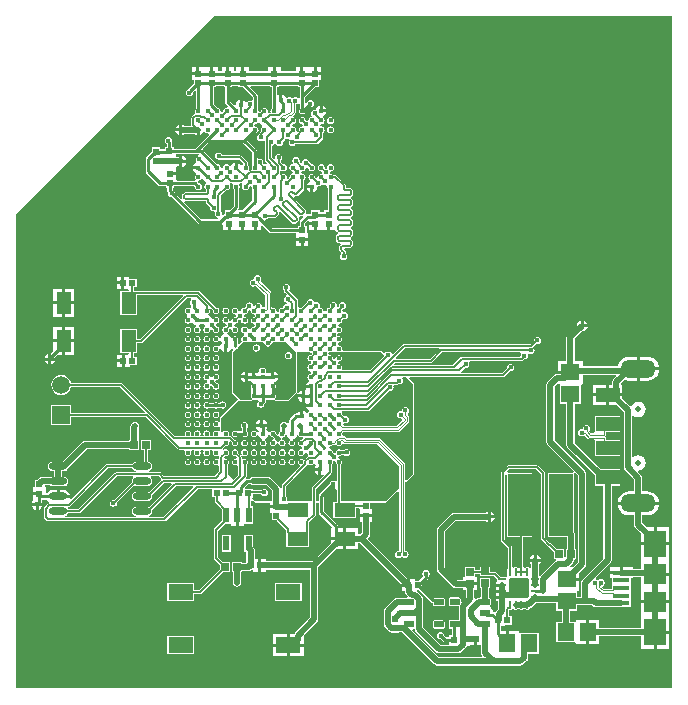
<source format=gbr>
%TF.GenerationSoftware,Altium Limited,Altium Designer,20.0.12 (288)*%
G04 Layer_Physical_Order=1*
G04 Layer_Color=255*
%FSLAX43Y43*%
%MOMM*%
%TF.FileFunction,Copper,L1,Top,Signal*%
%TF.Part,Single*%
G01*
G75*
%TA.AperFunction,SMDPad,CuDef*%
%ADD10R,0.580X0.540*%
G04:AMPARAMS|DCode=11|XSize=0.55mm|YSize=0.8mm|CornerRadius=0.05mm|HoleSize=0mm|Usage=FLASHONLY|Rotation=270.000|XOffset=0mm|YOffset=0mm|HoleType=Round|Shape=RoundedRectangle|*
%AMROUNDEDRECTD11*
21,1,0.550,0.701,0,0,270.0*
21,1,0.451,0.800,0,0,270.0*
1,1,0.099,-0.351,-0.226*
1,1,0.099,-0.351,0.226*
1,1,0.099,0.351,0.226*
1,1,0.099,0.351,-0.226*
%
%ADD11ROUNDEDRECTD11*%
%ADD12R,0.650X0.650*%
G04:AMPARAMS|DCode=13|XSize=0.25mm|YSize=0.6mm|CornerRadius=0.05mm|HoleSize=0mm|Usage=FLASHONLY|Rotation=0.000|XOffset=0mm|YOffset=0mm|HoleType=Round|Shape=RoundedRectangle|*
%AMROUNDEDRECTD13*
21,1,0.250,0.500,0,0,0.0*
21,1,0.150,0.600,0,0,0.0*
1,1,0.100,0.075,-0.250*
1,1,0.100,-0.075,-0.250*
1,1,0.100,-0.075,0.250*
1,1,0.100,0.075,0.250*
%
%ADD13ROUNDEDRECTD13*%
G04:AMPARAMS|DCode=14|XSize=0.25mm|YSize=0.6mm|CornerRadius=0.05mm|HoleSize=0mm|Usage=FLASHONLY|Rotation=270.000|XOffset=0mm|YOffset=0mm|HoleType=Round|Shape=RoundedRectangle|*
%AMROUNDEDRECTD14*
21,1,0.250,0.500,0,0,270.0*
21,1,0.150,0.600,0,0,270.0*
1,1,0.100,-0.250,-0.075*
1,1,0.100,-0.250,0.075*
1,1,0.100,0.250,0.075*
1,1,0.100,0.250,-0.075*
%
%ADD14ROUNDEDRECTD14*%
G04:AMPARAMS|DCode=15|XSize=1.7mm|YSize=1.7mm|CornerRadius=0.051mm|HoleSize=0mm|Usage=FLASHONLY|Rotation=270.000|XOffset=0mm|YOffset=0mm|HoleType=Round|Shape=RoundedRectangle|*
%AMROUNDEDRECTD15*
21,1,1.700,1.598,0,0,270.0*
21,1,1.598,1.700,0,0,270.0*
1,1,0.102,-0.799,-0.799*
1,1,0.102,-0.799,0.799*
1,1,0.102,0.799,0.799*
1,1,0.102,0.799,-0.799*
%
%ADD15ROUNDEDRECTD15*%
%ADD16R,0.540X0.580*%
%ADD17R,1.800X1.200*%
%ADD18R,0.650X0.650*%
%ADD19R,2.100X1.400*%
%ADD20O,1.550X0.600*%
%TA.AperFunction,BGAPad,CuDef*%
%ADD21C,0.370*%
%TA.AperFunction,SMDPad,CuDef*%
%ADD22R,1.300X1.900*%
%TA.AperFunction,BGAPad,CuDef*%
%ADD23C,0.400*%
%TA.AperFunction,ConnectorPad*%
%ADD24R,0.540X0.580*%
%TA.AperFunction,SMDPad,CuDef*%
%ADD25R,1.450X1.550*%
%ADD26R,1.900X1.800*%
%ADD27R,1.900X2.300*%
%ADD28R,1.400X0.400*%
%ADD29R,1.550X1.450*%
%ADD30R,2.000X5.300*%
%TA.AperFunction,ConnectorPad*%
%ADD31R,2.000X1.200*%
%ADD32R,0.551X1.311*%
%TA.AperFunction,Conductor*%
%ADD33C,0.254*%
%ADD34C,0.508*%
%ADD35C,0.174*%
%ADD36C,0.174*%
%ADD37C,0.118*%
%ADD38C,0.152*%
%ADD39C,0.133*%
%ADD40C,0.336*%
%TA.AperFunction,ComponentPad*%
%ADD41C,1.500*%
%ADD42R,1.500X1.500*%
%ADD43C,0.500*%
%ADD44O,3.000X1.500*%
%TA.AperFunction,ViaPad*%
%ADD45C,0.500*%
%ADD46C,0.432*%
%ADD47C,0.508*%
%ADD48C,0.305*%
G36*
X132537Y39395D02*
X132486Y39345D01*
X77064D01*
Y79527D01*
X93777Y96241D01*
X132537D01*
Y39395D01*
D02*
G37*
%LPC*%
G36*
X102489Y91917D02*
Y91500D01*
X102886D01*
Y91917D01*
X102489D01*
D02*
G37*
G36*
X92304Y91912D02*
X91907D01*
Y91495D01*
X92304D01*
Y91912D01*
D02*
G37*
G36*
X101838Y91917D02*
X101768Y91912D01*
X101768Y91912D01*
X101371D01*
Y91368D01*
X101117D01*
Y91912D01*
X100720D01*
Y91588D01*
X99432D01*
Y91912D01*
X99035D01*
Y91368D01*
X98781D01*
Y91912D01*
X98384D01*
Y91588D01*
X96739D01*
Y91912D01*
X96342D01*
Y91368D01*
X96088D01*
Y91912D01*
X95691D01*
Y91588D01*
X95495D01*
Y91917D01*
X95098D01*
Y91373D01*
X94844D01*
Y91917D01*
X94447D01*
Y91588D01*
X94123D01*
Y91912D01*
X93726D01*
Y91368D01*
X93472D01*
Y91912D01*
X93075D01*
Y91912D01*
X92955D01*
Y91912D01*
X92558D01*
Y91368D01*
X92431D01*
Y91241D01*
X91907D01*
Y90824D01*
X92072D01*
Y90520D01*
X91609Y90057D01*
X91575Y90051D01*
X91474Y89983D01*
X91407Y89883D01*
X91383Y89764D01*
X91407Y89645D01*
X91474Y89544D01*
X91575Y89476D01*
X91694Y89453D01*
X91813Y89476D01*
X91914Y89544D01*
X91981Y89645D01*
X92005Y89764D01*
X91994Y89820D01*
X92113Y89939D01*
X92230Y89890D01*
Y88375D01*
X92198Y88326D01*
X92175Y88214D01*
X92198Y88101D01*
X92216Y88074D01*
X92208Y88033D01*
X92153Y87939D01*
X92129Y87934D01*
X92074Y87898D01*
X91938Y87761D01*
X91901Y87707D01*
X91888Y87642D01*
Y87027D01*
X91836Y86963D01*
X91311D01*
X91171Y87057D01*
X91115Y87068D01*
Y86614D01*
Y86160D01*
X91171Y86171D01*
X91310Y86264D01*
X92176D01*
X92293Y86186D01*
X92343Y86176D01*
Y86614D01*
X92597D01*
Y86176D01*
X92647Y86186D01*
X92797Y86286D01*
X92897Y86436D01*
X93030Y86452D01*
X93062Y86405D01*
X93157Y86341D01*
X93270Y86319D01*
X93288Y86323D01*
X93350Y86206D01*
X93004Y85859D01*
X93004Y85859D01*
X92158Y85014D01*
X90377D01*
Y85172D01*
X90238D01*
Y85571D01*
X90228Y85621D01*
X90244Y85704D01*
X90221Y85822D01*
X90153Y85923D01*
X90053Y85991D01*
X89934Y86014D01*
X89815Y85991D01*
X89714Y85923D01*
X89647Y85822D01*
X89623Y85704D01*
X89647Y85585D01*
X89714Y85484D01*
X89797Y85428D01*
Y85172D01*
X89659D01*
Y84993D01*
X89259D01*
Y85131D01*
X88541D01*
Y84775D01*
X88496Y84745D01*
X88385Y84634D01*
X88385Y84634D01*
X88258Y84507D01*
X88258Y84507D01*
X88065Y84314D01*
X88017Y84242D01*
X88000Y84158D01*
Y83103D01*
X88017Y83019D01*
X88065Y82948D01*
X89059Y81954D01*
X89130Y81906D01*
X89214Y81889D01*
X89717D01*
Y81730D01*
X89855D01*
Y81423D01*
X89872Y81338D01*
X89918Y81270D01*
X89910Y81229D01*
X89934Y81110D01*
X90001Y81009D01*
X90102Y80942D01*
X90220Y80919D01*
X92463Y78676D01*
X92534Y78628D01*
X92618Y78612D01*
X94312D01*
X94396Y78628D01*
X94421Y78645D01*
X94548Y78585D01*
Y78115D01*
X94945D01*
Y78659D01*
X95199D01*
Y78115D01*
X95596D01*
Y78115D01*
X95652Y78111D01*
Y78111D01*
X95721Y78111D01*
X96049D01*
Y78655D01*
X96303D01*
Y78111D01*
X96700D01*
Y78111D01*
X96757D01*
Y78111D01*
X97154D01*
Y78655D01*
X97408D01*
Y78111D01*
X97805D01*
Y78447D01*
X97922Y78496D01*
X98476Y77942D01*
X98547Y77894D01*
X98631Y77877D01*
X100625D01*
X100746Y77862D01*
Y77445D01*
X101270D01*
X101794D01*
Y77862D01*
X101629D01*
Y78477D01*
X101490D01*
Y78700D01*
X101736Y78946D01*
X101863Y78893D01*
Y78782D01*
X102387D01*
Y78655D01*
X102514D01*
Y78111D01*
X102856D01*
X102911Y78111D01*
Y78111D01*
X102981Y78115D01*
Y78115D01*
X103378D01*
Y78659D01*
X103632D01*
Y78115D01*
X103976D01*
X104029Y78115D01*
X104140Y78077D01*
X104140Y78076D01*
X104247Y77970D01*
X104247Y77970D01*
X104272Y77953D01*
X104279Y77929D01*
Y77836D01*
X104272Y77812D01*
X104247Y77795D01*
X104247Y77795D01*
X104140Y77688D01*
X104101Y77630D01*
X104088Y77562D01*
Y77348D01*
X104101Y77279D01*
X104140Y77221D01*
X104247Y77114D01*
X104247Y77114D01*
X104305Y77075D01*
X104374Y77062D01*
X104374Y77062D01*
X104495D01*
X104535Y76957D01*
X104536Y76935D01*
X104434Y76833D01*
X104396Y76775D01*
X104382Y76706D01*
Y76492D01*
X104396Y76424D01*
X104434Y76366D01*
X104541Y76259D01*
X104541Y76259D01*
X104541Y76259D01*
X104548Y76252D01*
X104555Y76115D01*
X104488Y76014D01*
X104464Y75895D01*
X104488Y75776D01*
X104555Y75675D01*
X104656Y75608D01*
X104775Y75584D01*
X104894Y75608D01*
X104995Y75675D01*
X105062Y75776D01*
X105086Y75895D01*
X105062Y76014D01*
X104995Y76115D01*
X104954Y76142D01*
Y76278D01*
X104954Y76278D01*
X104941Y76347D01*
X104902Y76405D01*
X104902Y76405D01*
X104800Y76507D01*
X104801Y76526D01*
X104853Y76634D01*
X105284D01*
X105353Y76648D01*
X105411Y76686D01*
X105518Y76793D01*
X105518Y76793D01*
X105557Y76851D01*
X105571Y76920D01*
X105571Y76920D01*
Y77134D01*
X105571Y77134D01*
X105557Y77202D01*
X105518Y77261D01*
X105518Y77261D01*
X105411Y77368D01*
X105390Y77382D01*
X105382Y77414D01*
X105385Y77506D01*
X105390Y77523D01*
X105418Y77542D01*
X105525Y77649D01*
X105525Y77649D01*
X105564Y77707D01*
X105577Y77775D01*
X105577Y77775D01*
Y77989D01*
X105577Y77989D01*
X105564Y78058D01*
X105525Y78116D01*
X105525Y78116D01*
X105418Y78223D01*
X105393Y78240D01*
X105386Y78264D01*
Y78357D01*
X105393Y78381D01*
X105418Y78397D01*
X105525Y78504D01*
X105525Y78504D01*
X105564Y78562D01*
X105577Y78631D01*
X105577Y78631D01*
Y78845D01*
X105577Y78845D01*
X105564Y78913D01*
X105525Y78971D01*
X105525Y78971D01*
X105418Y79078D01*
X105393Y79095D01*
X105386Y79119D01*
Y79212D01*
X105393Y79236D01*
X105418Y79253D01*
X105525Y79360D01*
X105525Y79360D01*
X105564Y79418D01*
X105577Y79486D01*
X105577Y79486D01*
Y79700D01*
X105577Y79700D01*
X105564Y79769D01*
X105525Y79827D01*
X105525Y79827D01*
X105418Y79934D01*
X105393Y79950D01*
X105386Y79975D01*
Y80067D01*
X105393Y80092D01*
X105418Y80108D01*
X105525Y80215D01*
X105525Y80215D01*
X105564Y80273D01*
X105577Y80342D01*
X105577Y80342D01*
Y80556D01*
X105577Y80556D01*
X105564Y80624D01*
X105525Y80682D01*
X105525Y80682D01*
X105418Y80789D01*
X105393Y80806D01*
X105386Y80830D01*
Y80923D01*
X105393Y80947D01*
X105418Y80964D01*
X105525Y81070D01*
X105525Y81071D01*
X105564Y81129D01*
X105577Y81197D01*
X105577Y81197D01*
Y81411D01*
X105577Y81411D01*
X105564Y81480D01*
X105525Y81538D01*
X105525Y81538D01*
X105418Y81645D01*
X105360Y81684D01*
X105291Y81697D01*
X104956D01*
X104954Y81699D01*
Y81914D01*
X104941Y81983D01*
X104902Y82041D01*
X104902Y82041D01*
X104202Y82740D01*
X104144Y82779D01*
X104075Y82793D01*
X103898D01*
X103878Y82822D01*
X103783Y82886D01*
X103686Y82905D01*
X103670Y82908D01*
X103596Y82996D01*
X103590Y83010D01*
X103670Y83119D01*
X103783Y83141D01*
X103878Y83205D01*
X103942Y83301D01*
X103964Y83414D01*
X103942Y83526D01*
X103878Y83622D01*
X103783Y83686D01*
X103670Y83708D01*
X103557Y83686D01*
X103462Y83622D01*
X103398Y83526D01*
X103375Y83414D01*
X103281Y83323D01*
X103265Y83316D01*
X103255Y83314D01*
X103163Y83406D01*
X103164Y83414D01*
X103142Y83526D01*
X103078Y83622D01*
X102983Y83686D01*
X102870Y83708D01*
X102757Y83686D01*
X102662Y83622D01*
X102598Y83526D01*
X102575Y83414D01*
X102598Y83301D01*
X102662Y83205D01*
X102757Y83141D01*
X102870Y83119D01*
X102878Y83121D01*
X102970Y83029D01*
X102968Y83018D01*
X102961Y83003D01*
X102870Y82908D01*
X102757Y82886D01*
X102662Y82822D01*
X102598Y82726D01*
X102575Y82614D01*
X102581Y82585D01*
X102464Y82523D01*
X102362Y82624D01*
X102342Y82726D01*
X102278Y82822D01*
X102183Y82886D01*
X102070Y82908D01*
X101957Y82886D01*
X101862Y82822D01*
X101798Y82726D01*
X101775Y82614D01*
X101798Y82501D01*
X101862Y82405D01*
X101909Y82374D01*
X101893Y82241D01*
X101742Y82141D01*
X101642Y81991D01*
X101632Y81941D01*
X102070D01*
Y81814D01*
X102197D01*
Y81376D01*
X102247Y81386D01*
X102397Y81486D01*
X102497Y81636D01*
X102533Y81814D01*
X102657Y81840D01*
X102755Y81859D01*
X102856Y81927D01*
X102876Y81957D01*
X102952Y82018D01*
X103039Y81989D01*
X103073Y81967D01*
X103192Y81943D01*
X103279Y81960D01*
X103360Y81898D01*
X103385Y81864D01*
X103375Y81814D01*
X103398Y81701D01*
X103422Y81665D01*
Y79818D01*
X103146D01*
Y79657D01*
X102746D01*
Y79814D01*
X102029D01*
Y79492D01*
X101751D01*
X101667Y79475D01*
X101655Y79468D01*
X101568Y79547D01*
X101561Y79557D01*
X101574Y79623D01*
Y79774D01*
X101560Y79843D01*
X101522Y79901D01*
X100562Y80860D01*
X100608Y80962D01*
X100623Y80979D01*
X100767D01*
X100835Y80993D01*
X100894Y81031D01*
X101397Y81534D01*
X101435Y81592D01*
X101449Y81661D01*
Y82386D01*
X101478Y82405D01*
X101542Y82501D01*
X101564Y82614D01*
X101542Y82726D01*
X101478Y82822D01*
X101383Y82886D01*
X101270Y82908D01*
X101187Y83020D01*
X101270Y83119D01*
X101383Y83141D01*
X101478Y83205D01*
X101542Y83301D01*
X101564Y83414D01*
X101565Y83419D01*
X101596Y83461D01*
X101656Y83465D01*
X101775Y83414D01*
X101798Y83301D01*
X101862Y83205D01*
X101957Y83141D01*
X102070Y83119D01*
X102183Y83141D01*
X102278Y83205D01*
X102342Y83301D01*
X102364Y83414D01*
X102342Y83526D01*
X102278Y83622D01*
X102183Y83686D01*
X102070Y83708D01*
X102041Y83702D01*
X101882Y83861D01*
X101862Y83964D01*
X101794Y84065D01*
X101694Y84133D01*
X101575Y84156D01*
X101456Y84133D01*
X101355Y84065D01*
X101287Y83964D01*
X101265Y83851D01*
X101240Y83835D01*
X101145Y83792D01*
X101029Y83908D01*
X101047Y83998D01*
X101024Y84117D01*
X100956Y84218D01*
X100855Y84285D01*
X100736Y84309D01*
X100617Y84285D01*
X100517Y84218D01*
X100449Y84117D01*
X100426Y83998D01*
X100449Y83879D01*
X100482Y83830D01*
X100480Y83814D01*
X100424Y83699D01*
X100357Y83686D01*
X100262Y83622D01*
X100198Y83526D01*
X100175Y83414D01*
X100198Y83301D01*
X100262Y83205D01*
X100357Y83141D01*
X100438Y83125D01*
X100484Y83036D01*
X100436Y82905D01*
X100414Y82897D01*
X100357Y82886D01*
X100262Y82822D01*
X100198Y82726D01*
X100175Y82614D01*
X100182Y82579D01*
X100090Y82487D01*
X99957Y82527D01*
X99953Y82533D01*
X99951Y82548D01*
X99964Y82614D01*
X99942Y82726D01*
X99878Y82822D01*
X99783Y82886D01*
X99670Y82908D01*
X99557Y82886D01*
X99479Y82833D01*
X99372Y82900D01*
X99371Y82908D01*
X99383Y82969D01*
Y83111D01*
X99510Y83173D01*
X99557Y83141D01*
X99670Y83119D01*
X99783Y83141D01*
X99878Y83205D01*
X99942Y83301D01*
X99964Y83414D01*
X99942Y83526D01*
X99878Y83622D01*
X99783Y83686D01*
X99674Y83707D01*
X99499Y83883D01*
Y84065D01*
X99500Y84066D01*
X99567Y84167D01*
X99591Y84285D01*
X99567Y84404D01*
X99500Y84505D01*
X99399Y84573D01*
X99280Y84596D01*
X99161Y84573D01*
X99061Y84505D01*
X98993Y84404D01*
X98970Y84285D01*
X98986Y84203D01*
X98870Y84140D01*
X98736Y84274D01*
Y85284D01*
X98743Y85285D01*
X98844Y85353D01*
X98897Y85432D01*
X98995Y85432D01*
X99031Y85422D01*
X99094Y85327D01*
X99195Y85260D01*
X99314Y85236D01*
X99433Y85260D01*
X99534Y85327D01*
X99601Y85428D01*
X99625Y85547D01*
X99615Y85595D01*
X99797Y85776D01*
X99835Y85834D01*
X99971Y85889D01*
X100061Y85871D01*
X100126Y85884D01*
X100176Y85809D01*
X100189Y85767D01*
X100129Y85678D01*
X100105Y85559D01*
X100129Y85440D01*
X100196Y85339D01*
X100297Y85272D01*
X100416Y85248D01*
X100535Y85272D01*
X100636Y85339D01*
X100672Y85393D01*
X102464D01*
X102532Y85407D01*
X102590Y85446D01*
X102997Y85852D01*
X102997Y85852D01*
X103035Y85910D01*
X103049Y85979D01*
Y86386D01*
X103078Y86405D01*
X103142Y86501D01*
X103164Y86614D01*
X103142Y86726D01*
X103078Y86822D01*
X102983Y86886D01*
X102870Y86908D01*
X102781Y87019D01*
X102781Y87024D01*
X102870Y87119D01*
X102983Y87141D01*
X103078Y87205D01*
X103142Y87301D01*
X103164Y87414D01*
X103142Y87526D01*
X103078Y87622D01*
X103031Y87653D01*
X103047Y87786D01*
X103197Y87886D01*
X103297Y88036D01*
X103307Y88087D01*
X102870D01*
Y88214D01*
X102743D01*
Y88651D01*
X102693Y88641D01*
X102542Y88541D01*
X102442Y88391D01*
X102424Y88299D01*
X102311Y88322D01*
X102192Y88298D01*
X102091Y88231D01*
X102024Y88130D01*
X102000Y88011D01*
X102024Y87892D01*
X102067Y87828D01*
X102024Y87709D01*
X102013Y87697D01*
X101957Y87686D01*
X101862Y87622D01*
X101798Y87526D01*
X101786Y87470D01*
X101778Y87448D01*
X101647Y87400D01*
X101558Y87446D01*
X101542Y87526D01*
X101478Y87622D01*
X101383Y87686D01*
X101270Y87708D01*
X101157Y87686D01*
X101062Y87622D01*
X100998Y87526D01*
X100975Y87414D01*
X100998Y87301D01*
X101062Y87205D01*
X101157Y87141D01*
X101233Y87126D01*
X101294Y87013D01*
X101259Y86914D01*
X101229Y86900D01*
X101157Y86886D01*
X101062Y86822D01*
X100998Y86726D01*
X100975Y86614D01*
X100990Y86537D01*
X100882Y86428D01*
X100848Y86432D01*
X100832Y86442D01*
X100755Y86568D01*
X100764Y86614D01*
X100742Y86726D01*
X100678Y86822D01*
X100583Y86886D01*
X100470Y86908D01*
X100387Y87020D01*
X100389Y87023D01*
X100470Y87119D01*
X100583Y87141D01*
X100678Y87205D01*
X100742Y87301D01*
X100764Y87414D01*
X100742Y87526D01*
X100678Y87622D01*
X100583Y87686D01*
X100545Y87693D01*
X100503Y87831D01*
X100662Y87990D01*
X100662Y87990D01*
X100709Y88103D01*
Y88771D01*
X100806Y88791D01*
X100907Y88858D01*
X100910Y88863D01*
X101037Y88824D01*
Y88385D01*
X100998Y88326D01*
X100975Y88214D01*
X100998Y88101D01*
X101062Y88005D01*
X101157Y87941D01*
X101270Y87919D01*
X101383Y87941D01*
X101478Y88005D01*
X101542Y88101D01*
X101551Y88146D01*
X101925Y88519D01*
X101956Y88513D01*
X102075Y88537D01*
X102175Y88604D01*
X102243Y88705D01*
X102266Y88824D01*
X102243Y88943D01*
X102175Y89044D01*
X102075Y89111D01*
X101956Y89135D01*
X101837Y89111D01*
X101736Y89044D01*
X101668Y88943D01*
X101662Y88910D01*
X101604Y88873D01*
X101477Y88943D01*
Y89377D01*
X102314Y90214D01*
X102721D01*
Y90829D01*
X102886D01*
Y91246D01*
X102362D01*
Y91373D01*
X102235D01*
Y91917D01*
X101892D01*
X101838Y91917D01*
D02*
G37*
G36*
X102997Y88651D02*
Y88341D01*
X103307D01*
X103297Y88391D01*
X103197Y88541D01*
X103047Y88641D01*
X102997Y88651D01*
D02*
G37*
G36*
X103670Y87708D02*
X103557Y87686D01*
X103462Y87622D01*
X103398Y87526D01*
X103375Y87414D01*
X103398Y87301D01*
X103462Y87205D01*
X103557Y87141D01*
X103670Y87119D01*
X103783Y87141D01*
X103878Y87205D01*
X103942Y87301D01*
X103964Y87414D01*
X103942Y87526D01*
X103878Y87622D01*
X103783Y87686D01*
X103670Y87708D01*
D02*
G37*
G36*
X90861Y87068D02*
X90805Y87057D01*
X90649Y86953D01*
X90545Y86797D01*
X90534Y86741D01*
X90861D01*
Y87068D01*
D02*
G37*
G36*
X103670Y86908D02*
X103557Y86886D01*
X103462Y86822D01*
X103398Y86726D01*
X103375Y86614D01*
X103398Y86501D01*
X103462Y86405D01*
X103557Y86341D01*
X103670Y86319D01*
X103783Y86341D01*
X103878Y86405D01*
X103942Y86501D01*
X103964Y86614D01*
X103942Y86726D01*
X103878Y86822D01*
X103783Y86886D01*
X103670Y86908D01*
D02*
G37*
G36*
X90861Y86487D02*
X90534D01*
X90545Y86431D01*
X90649Y86275D01*
X90805Y86171D01*
X90861Y86160D01*
Y86487D01*
D02*
G37*
G36*
X101943Y81687D02*
X101632D01*
X101642Y81636D01*
X101742Y81486D01*
X101893Y81386D01*
X101943Y81376D01*
Y81687D01*
D02*
G37*
G36*
X102260Y78528D02*
X101863D01*
Y78111D01*
X102260D01*
Y78528D01*
D02*
G37*
G36*
X101794Y77191D02*
X101397D01*
Y76774D01*
X101794D01*
Y77191D01*
D02*
G37*
G36*
X101143D02*
X100746D01*
Y76774D01*
X101143D01*
Y77191D01*
D02*
G37*
G36*
X85961Y74184D02*
X85544D01*
Y73787D01*
X85961D01*
Y74184D01*
D02*
G37*
G36*
Y73533D02*
X85544D01*
Y73136D01*
X85961D01*
Y73533D01*
D02*
G37*
G36*
X81974Y73162D02*
X81197D01*
Y72085D01*
X81974D01*
Y73162D01*
D02*
G37*
G36*
X80943D02*
X80166D01*
Y72085D01*
X80943D01*
Y73162D01*
D02*
G37*
G36*
X97498Y74339D02*
X97379Y74315D01*
X97278Y74248D01*
X97211Y74147D01*
X97199Y74087D01*
X97151Y74007D01*
X97071Y73959D01*
X97011Y73947D01*
X96910Y73880D01*
X96842Y73779D01*
X96819Y73660D01*
X96842Y73541D01*
X96910Y73440D01*
X97011Y73373D01*
X97130Y73349D01*
X97249Y73373D01*
X97331Y73428D01*
X98099Y72660D01*
Y71683D01*
X97981Y71576D01*
X97965Y71573D01*
X97857Y71679D01*
X97856Y71681D01*
X97833Y71798D01*
X97766Y71899D01*
X97665Y71967D01*
X97546Y71990D01*
X97427Y71967D01*
X97326Y71899D01*
X97259Y71798D01*
X97239Y71701D01*
X97209Y71683D01*
X97167Y71690D01*
X97081Y71724D01*
X97061Y71823D01*
X96994Y71924D01*
X96893Y71991D01*
X96774Y72015D01*
X96655Y71991D01*
X96554Y71924D01*
X96487Y71823D01*
X96463Y71704D01*
X96471Y71665D01*
X96382Y71576D01*
X96381Y71576D01*
X96274Y71555D01*
X96184Y71495D01*
X96123Y71404D01*
X96102Y71297D01*
X95991Y71238D01*
X95968Y71239D01*
X95860Y71297D01*
X95839Y71404D01*
X95778Y71495D01*
X95688Y71555D01*
X95581Y71576D01*
X95474Y71555D01*
X95384Y71495D01*
X95323Y71404D01*
X95302Y71297D01*
X95323Y71190D01*
X95384Y71100D01*
X95474Y71039D01*
X95562Y71022D01*
X95583Y71015D01*
X95658Y70904D01*
X95654Y70881D01*
X95581Y70776D01*
X95474Y70755D01*
X95384Y70695D01*
X95323Y70604D01*
X95302Y70497D01*
X95189Y70412D01*
X95174Y70415D01*
X95173Y70415D01*
X95060Y70497D01*
X95039Y70604D01*
X94978Y70695D01*
X94888Y70755D01*
X94781Y70776D01*
X94674Y70755D01*
X94584Y70695D01*
X94523Y70604D01*
X94502Y70497D01*
X94523Y70390D01*
X94584Y70300D01*
X94674Y70239D01*
X94781Y70218D01*
X94863Y70105D01*
X94863Y70104D01*
X94871Y70065D01*
X94782Y69976D01*
X94781Y69976D01*
X94674Y69955D01*
X94584Y69895D01*
X94523Y69804D01*
X94502Y69697D01*
X94523Y69590D01*
X94584Y69500D01*
X94658Y69450D01*
X94661Y69386D01*
X94645Y69318D01*
X94610Y69311D01*
X94465Y69214D01*
X94367Y69068D01*
X94360Y69033D01*
X94293Y69017D01*
X94228Y69020D01*
X94178Y69095D01*
X94088Y69155D01*
X93981Y69176D01*
X93874Y69155D01*
X93784Y69095D01*
X93723Y69004D01*
X93702Y68897D01*
X93723Y68790D01*
X93784Y68700D01*
X93874Y68639D01*
X93981Y68618D01*
X94088Y68639D01*
X94178Y68700D01*
X94228Y68774D01*
X94293Y68777D01*
X94360Y68761D01*
X94367Y68726D01*
X94448Y68605D01*
X94350Y68459D01*
X94321Y68310D01*
X94204Y68272D01*
X94193Y68272D01*
X94178Y68295D01*
X94088Y68355D01*
X93981Y68376D01*
X93874Y68355D01*
X93784Y68295D01*
X93723Y68204D01*
X93702Y68097D01*
X93723Y67990D01*
X93784Y67900D01*
X93874Y67839D01*
X93981Y67818D01*
X94088Y67839D01*
X94178Y67900D01*
X94239Y67990D01*
X94245Y68021D01*
X94380Y68047D01*
X94454Y67936D01*
X94609Y67833D01*
X94666Y67821D01*
Y68275D01*
X94920D01*
Y67821D01*
X94976Y67833D01*
X95132Y67936D01*
X95205Y68046D01*
X95335Y68075D01*
X95361Y68070D01*
X95366Y68065D01*
X95365Y67917D01*
X95334Y67886D01*
X95306Y67818D01*
Y64389D01*
X95334Y64321D01*
X95859Y63796D01*
X94344Y62280D01*
X94316Y62212D01*
Y61918D01*
X94189Y61880D01*
X94178Y61895D01*
X94088Y61955D01*
X93981Y61976D01*
X93874Y61955D01*
X93784Y61895D01*
X93723Y61804D01*
X93702Y61697D01*
X93723Y61590D01*
X93784Y61500D01*
X93874Y61439D01*
X93981Y61418D01*
X94088Y61439D01*
X94178Y61500D01*
X94189Y61515D01*
X94316Y61476D01*
Y61118D01*
X94189Y61080D01*
X94178Y61095D01*
X94088Y61155D01*
X93981Y61176D01*
X93874Y61155D01*
X93784Y61095D01*
X93723Y61004D01*
X93702Y60897D01*
X93721Y60798D01*
X93721Y60788D01*
X93650Y60671D01*
X93512D01*
X93441Y60788D01*
X93441Y60798D01*
X93460Y60897D01*
X93439Y61004D01*
X93378Y61095D01*
X93288Y61155D01*
X93181Y61176D01*
X93074Y61155D01*
X92984Y61095D01*
X92923Y61004D01*
X92902Y60897D01*
X92921Y60798D01*
X92921Y60788D01*
X92850Y60671D01*
X92712D01*
X92641Y60788D01*
X92641Y60798D01*
X92660Y60897D01*
X92639Y61004D01*
X92578Y61095D01*
X92488Y61155D01*
X92381Y61176D01*
X92274Y61155D01*
X92184Y61095D01*
X92123Y61004D01*
X92102Y60897D01*
X92121Y60798D01*
X92121Y60788D01*
X92050Y60671D01*
X91912D01*
X91841Y60788D01*
X91841Y60798D01*
X91860Y60897D01*
X91839Y61004D01*
X91778Y61095D01*
X91688Y61155D01*
X91581Y61176D01*
X91474Y61155D01*
X91384Y61095D01*
X91323Y61004D01*
X91302Y60897D01*
X91321Y60798D01*
X91321Y60788D01*
X91250Y60671D01*
X90519D01*
X86047Y65143D01*
X85993Y65180D01*
X85928Y65192D01*
X81698D01*
X81691Y65243D01*
X81606Y65447D01*
X81472Y65622D01*
X81297Y65757D01*
X81093Y65841D01*
X80874Y65870D01*
X80655Y65841D01*
X80451Y65757D01*
X80275Y65622D01*
X80141Y65447D01*
X80056Y65243D01*
X80027Y65024D01*
X80056Y64805D01*
X80141Y64601D01*
X80275Y64426D01*
X80451Y64291D01*
X80655Y64207D01*
X80874Y64178D01*
X81093Y64207D01*
X81297Y64291D01*
X81472Y64426D01*
X81606Y64601D01*
X81691Y64805D01*
X81698Y64856D01*
X85858D01*
X87944Y62770D01*
X87896Y62652D01*
X81713D01*
Y63323D01*
X80035D01*
Y61645D01*
X81713D01*
Y62316D01*
X88017D01*
X90737Y59596D01*
X90791Y59560D01*
X90856Y59547D01*
X91266D01*
X91334Y59420D01*
X91323Y59404D01*
X91302Y59297D01*
X91323Y59190D01*
X91384Y59100D01*
X91474Y59039D01*
X91581Y59018D01*
X91688Y59039D01*
X91778Y59100D01*
X91839Y59190D01*
X91860Y59297D01*
X91839Y59404D01*
X91828Y59420D01*
X91896Y59547D01*
X92066D01*
X92134Y59420D01*
X92123Y59404D01*
X92102Y59297D01*
X92123Y59190D01*
X92184Y59100D01*
X92274Y59039D01*
X92381Y59018D01*
X92488Y59039D01*
X92578Y59100D01*
X92639Y59190D01*
X92660Y59297D01*
X92639Y59404D01*
X92628Y59420D01*
X92696Y59547D01*
X92866D01*
X92934Y59420D01*
X92923Y59404D01*
X92902Y59297D01*
X92923Y59190D01*
X92984Y59100D01*
X93074Y59039D01*
X93181Y59018D01*
X93288Y59039D01*
X93378Y59100D01*
X93439Y59190D01*
X93460Y59297D01*
X93439Y59404D01*
X93428Y59420D01*
X93496Y59547D01*
X93666D01*
X93734Y59420D01*
X93723Y59404D01*
X93702Y59297D01*
X93723Y59190D01*
X93784Y59100D01*
X93874Y59039D01*
X93981Y59018D01*
X94088Y59039D01*
X94122Y59062D01*
X94134Y59068D01*
X94255Y59003D01*
X94256Y58992D01*
X94243Y58928D01*
Y58804D01*
X94116Y58736D01*
X94088Y58755D01*
X93981Y58776D01*
X93874Y58755D01*
X93784Y58695D01*
X93723Y58604D01*
X93702Y58497D01*
X93723Y58390D01*
X93784Y58300D01*
X93874Y58239D01*
X93981Y58218D01*
X94088Y58239D01*
X94116Y58258D01*
X94243Y58190D01*
Y57702D01*
X93859Y57318D01*
X89579D01*
X89324Y57574D01*
X89269Y57610D01*
X89205Y57623D01*
X88264D01*
X88252Y57750D01*
X88327Y57765D01*
X88456Y57851D01*
X88542Y57980D01*
X88572Y58131D01*
X88542Y58283D01*
X88456Y58412D01*
X88327Y58498D01*
X88222Y58519D01*
Y59505D01*
X88468D01*
Y60333D01*
X87640D01*
Y59505D01*
X87885D01*
Y58528D01*
X87225D01*
X87073Y58498D01*
X86945Y58412D01*
X86870Y58300D01*
X84751D01*
X84686Y58287D01*
X84632Y58250D01*
X81707Y55326D01*
X81680Y55338D01*
X81602Y55401D01*
X81615Y55464D01*
X80600D01*
Y55591D01*
X80473D01*
Y56156D01*
X80125D01*
X79909Y56113D01*
X79726Y55991D01*
X79670Y55908D01*
X79543Y55946D01*
Y56364D01*
X79542D01*
X79487Y56491D01*
X79506Y56512D01*
X79948D01*
X79973Y56495D01*
X80125Y56465D01*
X81075D01*
X81227Y56495D01*
X81356Y56581D01*
X81442Y56710D01*
X81472Y56861D01*
X81442Y57013D01*
X81356Y57142D01*
X81227Y57228D01*
X81075Y57258D01*
X80950D01*
Y57735D01*
X81075D01*
X81227Y57765D01*
X81356Y57851D01*
X81442Y57980D01*
X81447Y58009D01*
X83007Y59569D01*
X86640D01*
Y59505D01*
X87468D01*
Y60333D01*
X87403D01*
Y61386D01*
X87420Y61410D01*
X87446Y61544D01*
X87420Y61678D01*
X87344Y61791D01*
X87230Y61867D01*
X87097Y61894D01*
X86963Y61867D01*
X86849Y61791D01*
X86807Y61749D01*
X86731Y61635D01*
X86704Y61501D01*
Y60333D01*
X86640D01*
Y60268D01*
X82862D01*
X82862Y60268D01*
X82729Y60242D01*
X82615Y60166D01*
X80977Y58528D01*
X80125D01*
X79973Y58498D01*
X79845Y58412D01*
X79759Y58283D01*
X79729Y58131D01*
X79759Y57980D01*
X79845Y57851D01*
X79973Y57765D01*
X80125Y57735D01*
X80251D01*
Y57258D01*
X80125D01*
X79973Y57228D01*
X79948Y57211D01*
X79261D01*
X79127Y57184D01*
X79013Y57109D01*
X78884Y56979D01*
X78660D01*
Y56364D01*
X78495D01*
Y55947D01*
X79019D01*
Y55693D01*
X78495D01*
Y55276D01*
X78482Y55256D01*
X78477Y55254D01*
X78374Y55098D01*
X78362Y55042D01*
X79270D01*
X79259Y55098D01*
X79236Y55132D01*
X79240Y55149D01*
Y55276D01*
X79543D01*
Y55276D01*
X79670Y55275D01*
X79726Y55192D01*
X79808Y55137D01*
X79814Y55120D01*
X79812Y55033D01*
X79793Y54994D01*
X79793Y54994D01*
X79739Y54958D01*
X79434Y54653D01*
X79397Y54598D01*
X79384Y54534D01*
Y53873D01*
X79397Y53809D01*
X79434Y53754D01*
X79662Y53526D01*
X79717Y53489D01*
X79781Y53476D01*
X89586D01*
X89650Y53489D01*
X89705Y53526D01*
X92424Y56245D01*
X93538D01*
X93652Y56214D01*
Y55496D01*
X93862D01*
Y55189D01*
X93875Y55125D01*
X93912Y55070D01*
X94469Y54513D01*
Y53500D01*
X93836Y52867D01*
X93799Y52812D01*
X93786Y52748D01*
Y50368D01*
X93799Y50304D01*
X93836Y50249D01*
X94328Y49757D01*
Y49405D01*
X92579Y47656D01*
X92118D01*
Y48276D01*
X89840D01*
Y46699D01*
X92118D01*
Y47319D01*
X92649D01*
X92713Y47332D01*
X92768Y47368D01*
X94566Y49167D01*
X95156D01*
Y49995D01*
X94566D01*
X94123Y50438D01*
Y52678D01*
X94707Y53262D01*
X95198D01*
X95254Y53158D01*
Y53097D01*
X95656D01*
Y54007D01*
X95910D01*
Y53097D01*
X96313D01*
Y53158D01*
X96369Y53262D01*
X97098D01*
Y54751D01*
X96902D01*
Y55233D01*
X97029Y55286D01*
X97227Y55088D01*
X97295Y55060D01*
X98536D01*
Y54873D01*
X99060D01*
Y54619D01*
X98536D01*
Y54202D01*
X98701D01*
Y53587D01*
X99094D01*
X99098Y53565D01*
X99135Y53510D01*
X99878Y52767D01*
Y52537D01*
X99881Y52521D01*
Y51324D01*
X101859D01*
Y52521D01*
X101862Y52537D01*
Y53434D01*
X101988Y53559D01*
X102024D01*
Y53595D01*
X102354Y53925D01*
X102391Y53980D01*
X102403Y54045D01*
Y55060D01*
X102650D01*
Y54263D01*
X102667Y54179D01*
X102714Y54107D01*
X103828Y52994D01*
X103775Y52867D01*
X103716D01*
Y52140D01*
X104743D01*
Y52867D01*
X104317D01*
Y53036D01*
X104300Y53120D01*
X104253Y53192D01*
X103823Y53621D01*
X103900Y53724D01*
X105859D01*
Y54578D01*
X106057D01*
X106156Y54510D01*
Y54093D01*
X106680D01*
X107204D01*
Y54510D01*
X107039D01*
Y55060D01*
X108326D01*
X108394Y55088D01*
X109310Y56003D01*
X109427Y55955D01*
Y50979D01*
X109330Y50960D01*
X109229Y50893D01*
X109161Y50792D01*
X109138Y50673D01*
X109161Y50554D01*
X109229Y50453D01*
X109330Y50386D01*
X109449Y50362D01*
X109568Y50386D01*
X109619Y50420D01*
X109709Y50443D01*
X109799Y50420D01*
X109850Y50386D01*
X109969Y50362D01*
X110088Y50386D01*
X110189Y50453D01*
X110256Y50554D01*
X110280Y50673D01*
X110256Y50792D01*
X110189Y50893D01*
X110088Y50960D01*
X109991Y50979D01*
Y56783D01*
X110108Y56842D01*
X110126Y56849D01*
X110145D01*
X110159Y56863D01*
X110176Y56870D01*
X110736Y57430D01*
X110764Y57498D01*
Y65075D01*
X110736Y65143D01*
X110328Y65551D01*
X110376Y65668D01*
X118237D01*
X118301Y65681D01*
X118356Y65718D01*
X118862Y66224D01*
X118923Y66212D01*
X119042Y66235D01*
X119143Y66303D01*
X119210Y66404D01*
X119234Y66523D01*
X119210Y66642D01*
X119143Y66742D01*
X119042Y66810D01*
X118923Y66833D01*
X118804Y66810D01*
X118703Y66742D01*
X118636Y66642D01*
X118612Y66523D01*
X118624Y66462D01*
X118167Y66005D01*
X114749D01*
X114709Y66098D01*
X114706Y66132D01*
X115052Y66478D01*
X115113Y66466D01*
X115232Y66489D01*
X115333Y66557D01*
X115400Y66658D01*
X115424Y66777D01*
X115400Y66896D01*
X115371Y66938D01*
X115439Y67065D01*
X119837D01*
X119901Y67078D01*
X119956Y67115D01*
X120026Y67185D01*
X120066Y67177D01*
X120185Y67201D01*
X120286Y67268D01*
X120353Y67369D01*
X120377Y67488D01*
X120353Y67607D01*
X120352Y67608D01*
X120444Y67699D01*
X120506Y67658D01*
X120625Y67634D01*
X120744Y67658D01*
X120844Y67725D01*
X120912Y67826D01*
X120935Y67945D01*
X120912Y68064D01*
X120844Y68165D01*
X120881Y68293D01*
X121097Y68510D01*
X121158Y68498D01*
X121277Y68521D01*
X121378Y68589D01*
X121445Y68690D01*
X121469Y68809D01*
X121445Y68928D01*
X121378Y69028D01*
X121277Y69096D01*
X121158Y69119D01*
X121039Y69096D01*
X120938Y69028D01*
X120871Y68928D01*
X120847Y68809D01*
X120859Y68748D01*
X120606Y68494D01*
X109880D01*
X109816Y68482D01*
X109761Y68445D01*
X108959Y67643D01*
X108821Y67683D01*
X108754Y67784D01*
X108653Y67851D01*
X108534Y67875D01*
X108415Y67851D01*
X108314Y67784D01*
X108298Y67760D01*
X108139Y67740D01*
X107993Y67886D01*
X107925Y67914D01*
X104729D01*
X104649Y68041D01*
X104660Y68097D01*
X104639Y68204D01*
X104578Y68295D01*
X104488Y68355D01*
X104381Y68376D01*
X104292Y68488D01*
X104288Y68507D01*
X104380Y68617D01*
X104386Y68619D01*
X104488Y68639D01*
X104578Y68700D01*
X104639Y68790D01*
X104660Y68897D01*
X104639Y69004D01*
X104578Y69095D01*
X104488Y69155D01*
X104381Y69176D01*
X104364Y69173D01*
X104330Y69193D01*
X104241Y69274D01*
X104230Y69327D01*
X104298Y69407D01*
X104330Y69428D01*
X104381Y69418D01*
X104488Y69439D01*
X104578Y69500D01*
X104639Y69590D01*
X104660Y69697D01*
X104639Y69804D01*
X104578Y69895D01*
X104488Y69955D01*
X104381Y69976D01*
X104374Y69979D01*
X104293Y70046D01*
X104293Y70111D01*
X104381Y70218D01*
X104488Y70239D01*
X104578Y70300D01*
X104639Y70390D01*
X104660Y70497D01*
X104659Y70501D01*
X104756Y70598D01*
X104821Y70585D01*
X104940Y70609D01*
X105041Y70676D01*
X105108Y70777D01*
X105132Y70896D01*
X105108Y71015D01*
X105041Y71116D01*
X104940Y71183D01*
X104821Y71207D01*
X104770Y71196D01*
X104660Y71296D01*
X104660Y71297D01*
X104659Y71302D01*
X104748Y71424D01*
X104791Y71433D01*
X104892Y71500D01*
X104959Y71601D01*
X104983Y71720D01*
X104959Y71839D01*
X104892Y71940D01*
X104791Y72007D01*
X104672Y72031D01*
X104553Y72007D01*
X104452Y71940D01*
X104385Y71839D01*
X104361Y71720D01*
X104368Y71688D01*
X104278Y71612D01*
X104204Y71714D01*
X104214Y71763D01*
X104190Y71882D01*
X104123Y71983D01*
X104022Y72051D01*
X103903Y72074D01*
X103784Y72051D01*
X103683Y71983D01*
X103616Y71882D01*
X103592Y71763D01*
X103616Y71645D01*
X103521Y71565D01*
X103474Y71555D01*
X103384Y71495D01*
X103323Y71404D01*
X103302Y71297D01*
X103194Y71239D01*
X103171Y71239D01*
X103060Y71297D01*
X103039Y71404D01*
X102978Y71495D01*
X102888Y71555D01*
X102846Y71563D01*
X102777Y71593D01*
X102754Y71701D01*
X102760Y71730D01*
X102736Y71849D01*
X102669Y71949D01*
X102568Y72017D01*
X102449Y72040D01*
X102330Y72017D01*
X102233Y72103D01*
X102166Y72203D01*
X102065Y72271D01*
X101946Y72294D01*
X101827Y72271D01*
X101726Y72203D01*
X101659Y72103D01*
X101642Y72018D01*
X101197Y71573D01*
X101181Y71576D01*
X101074Y71555D01*
X101048Y71538D01*
X100921Y71606D01*
Y72151D01*
X100907Y72220D01*
X100868Y72278D01*
X100147Y72999D01*
X100153Y73059D01*
X100221Y73160D01*
X100244Y73279D01*
X100221Y73398D01*
X100153Y73499D01*
X100052Y73566D01*
X99933Y73590D01*
X99814Y73566D01*
X99714Y73499D01*
X99646Y73398D01*
X99623Y73279D01*
X99646Y73160D01*
X99714Y73059D01*
X99744Y73039D01*
Y72969D01*
X99758Y72901D01*
X99797Y72843D01*
X99942Y72697D01*
X99903Y72557D01*
X99831Y72508D01*
X99763Y72407D01*
X99740Y72288D01*
X99763Y72169D01*
X99831Y72069D01*
X99932Y72001D01*
X99964Y71995D01*
X99971Y71981D01*
X99967Y71957D01*
X99895Y71846D01*
X99830Y71833D01*
X99729Y71766D01*
X99662Y71665D01*
X99642Y71564D01*
X99581Y71576D01*
X99474Y71555D01*
X99384Y71495D01*
X99323Y71404D01*
X99302Y71297D01*
X99191Y71238D01*
X99168Y71239D01*
X99060Y71297D01*
X99039Y71404D01*
X98978Y71495D01*
X98888Y71555D01*
X98781Y71576D01*
X98747Y71593D01*
X98663Y71683D01*
Y72827D01*
X98616Y72940D01*
X98616Y72940D01*
X97730Y73827D01*
X97785Y73909D01*
X97809Y74028D01*
X97785Y74147D01*
X97718Y74248D01*
X97617Y74315D01*
X97498Y74339D01*
D02*
G37*
G36*
X86632Y74184D02*
X86215D01*
Y73660D01*
Y73136D01*
X86503D01*
X86580Y73009D01*
X86573Y72997D01*
X85831D01*
Y70919D01*
X87309D01*
Y72653D01*
X91147D01*
X91196Y72536D01*
X87586Y68926D01*
X87309D01*
Y69797D01*
X85831D01*
Y67719D01*
X86582D01*
X86589Y67707D01*
X86512Y67580D01*
X86224D01*
Y67056D01*
Y66532D01*
X86641D01*
Y66697D01*
X87256D01*
Y67415D01*
X87045D01*
Y67719D01*
X87309D01*
Y68590D01*
X87656D01*
X87720Y68602D01*
X87775Y68639D01*
X91510Y72374D01*
X91844D01*
X91882Y72247D01*
X91855Y72229D01*
X91788Y72128D01*
X91764Y72009D01*
X91788Y71890D01*
X91855Y71790D01*
Y71616D01*
X91862Y71581D01*
X91745Y71517D01*
X91688Y71555D01*
X91581Y71576D01*
X91474Y71555D01*
X91384Y71495D01*
X91323Y71404D01*
X91302Y71297D01*
X91323Y71190D01*
X91384Y71100D01*
X91474Y71039D01*
X91546Y71025D01*
X91520Y70891D01*
X91544Y70769D01*
X91474Y70755D01*
X91384Y70695D01*
X91323Y70604D01*
X91302Y70497D01*
X91323Y70390D01*
X91384Y70300D01*
X91474Y70239D01*
X91581Y70218D01*
X91688Y70239D01*
X91778Y70300D01*
X91828Y70374D01*
X91893Y70377D01*
X91961Y70361D01*
X91967Y70326D01*
X92064Y70181D01*
X92210Y70084D01*
X92245Y70077D01*
X92261Y70009D01*
X92258Y69945D01*
X92184Y69895D01*
X92123Y69804D01*
X92102Y69697D01*
X92123Y69590D01*
X92184Y69500D01*
X92274Y69439D01*
X92381Y69418D01*
X92488Y69439D01*
X92578Y69500D01*
X92639Y69590D01*
X92660Y69697D01*
X92639Y69804D01*
X92578Y69895D01*
X92504Y69945D01*
X92501Y70009D01*
X92517Y70077D01*
X92552Y70084D01*
X92698Y70181D01*
X92705Y70191D01*
X92857D01*
X92865Y70181D01*
X93010Y70084D01*
X93045Y70077D01*
X93061Y70009D01*
X93058Y69945D01*
X92984Y69895D01*
X92923Y69804D01*
X92902Y69697D01*
X92923Y69590D01*
X92984Y69500D01*
X93074Y69439D01*
X93181Y69418D01*
X93288Y69439D01*
X93378Y69500D01*
X93439Y69590D01*
X93452Y69657D01*
X93475Y69704D01*
X93579Y69752D01*
X93624Y69743D01*
X93710Y69657D01*
X93723Y69590D01*
X93784Y69500D01*
X93874Y69439D01*
X93981Y69418D01*
X94088Y69439D01*
X94178Y69500D01*
X94239Y69590D01*
X94260Y69697D01*
X94239Y69804D01*
X94178Y69895D01*
X94088Y69955D01*
X94021Y69969D01*
X93935Y70054D01*
X93926Y70099D01*
X93974Y70203D01*
X94021Y70226D01*
X94088Y70239D01*
X94178Y70300D01*
X94239Y70390D01*
X94260Y70497D01*
X94239Y70604D01*
X94178Y70695D01*
X94088Y70755D01*
X93981Y70776D01*
X93874Y70755D01*
X93784Y70695D01*
X93734Y70620D01*
X93669Y70617D01*
X93602Y70633D01*
X93595Y70668D01*
X93497Y70814D01*
X93352Y70911D01*
X93317Y70918D01*
X93301Y70986D01*
X93304Y71050D01*
X93378Y71100D01*
X93439Y71190D01*
X93460Y71297D01*
X93439Y71404D01*
X93404Y71457D01*
X93503Y71538D01*
X93709Y71332D01*
X93702Y71297D01*
X93723Y71190D01*
X93784Y71100D01*
X93874Y71039D01*
X93981Y71018D01*
X94088Y71039D01*
X94178Y71100D01*
X94239Y71190D01*
X94260Y71297D01*
X94239Y71404D01*
X94178Y71495D01*
X94088Y71555D01*
X93981Y71576D01*
X93947Y71570D01*
X92575Y72941D01*
X92521Y72977D01*
X92456Y72990D01*
X87309D01*
Y72997D01*
X87036D01*
Y73301D01*
X87247D01*
Y74019D01*
X86632D01*
Y74184D01*
D02*
G37*
G36*
X94781Y71576D02*
X94674Y71555D01*
X94584Y71495D01*
X94523Y71404D01*
X94502Y71297D01*
X94523Y71190D01*
X94584Y71100D01*
X94674Y71039D01*
X94781Y71018D01*
X94888Y71039D01*
X94978Y71100D01*
X95039Y71190D01*
X95060Y71297D01*
X95039Y71404D01*
X94978Y71495D01*
X94888Y71555D01*
X94781Y71576D01*
D02*
G37*
G36*
X81974Y71831D02*
X81197D01*
Y70754D01*
X81974D01*
Y71831D01*
D02*
G37*
G36*
X80943D02*
X80166D01*
Y70754D01*
X80943D01*
Y71831D01*
D02*
G37*
G36*
X125095Y70482D02*
Y70155D01*
X125422D01*
X125411Y70211D01*
X125307Y70367D01*
X125151Y70470D01*
X125095Y70482D01*
D02*
G37*
G36*
X91581Y69976D02*
X91474Y69955D01*
X91384Y69895D01*
X91323Y69804D01*
X91302Y69697D01*
X91323Y69590D01*
X91384Y69500D01*
X91474Y69439D01*
X91581Y69418D01*
X91688Y69439D01*
X91778Y69500D01*
X91839Y69590D01*
X91860Y69697D01*
X91839Y69804D01*
X91778Y69895D01*
X91688Y69955D01*
X91581Y69976D01*
D02*
G37*
G36*
X81974Y69962D02*
X81197D01*
Y68885D01*
X81974D01*
Y69962D01*
D02*
G37*
G36*
X80943D02*
X80166D01*
Y68885D01*
X80943D01*
Y69962D01*
D02*
G37*
G36*
X93181Y69176D02*
X93074Y69155D01*
X92984Y69095D01*
X92923Y69004D01*
X92902Y68897D01*
X92923Y68790D01*
X92984Y68700D01*
X93074Y68639D01*
X93181Y68618D01*
X93288Y68639D01*
X93378Y68700D01*
X93439Y68790D01*
X93460Y68897D01*
X93439Y69004D01*
X93378Y69095D01*
X93288Y69155D01*
X93181Y69176D01*
D02*
G37*
G36*
X92381D02*
X92274Y69155D01*
X92184Y69095D01*
X92123Y69004D01*
X92102Y68897D01*
X92123Y68790D01*
X92184Y68700D01*
X92274Y68639D01*
X92381Y68618D01*
X92488Y68639D01*
X92578Y68700D01*
X92639Y68790D01*
X92660Y68897D01*
X92639Y69004D01*
X92578Y69095D01*
X92488Y69155D01*
X92381Y69176D01*
D02*
G37*
G36*
X91581D02*
X91474Y69155D01*
X91384Y69095D01*
X91323Y69004D01*
X91302Y68897D01*
X91323Y68790D01*
X91384Y68700D01*
X91474Y68639D01*
X91581Y68618D01*
X91688Y68639D01*
X91778Y68700D01*
X91839Y68790D01*
X91860Y68897D01*
X91839Y69004D01*
X91778Y69095D01*
X91688Y69155D01*
X91581Y69176D01*
D02*
G37*
G36*
X93181Y68376D02*
X93074Y68355D01*
X92984Y68295D01*
X92923Y68204D01*
X92902Y68097D01*
X92923Y67990D01*
X92984Y67900D01*
X93074Y67839D01*
X93181Y67818D01*
X93288Y67839D01*
X93378Y67900D01*
X93439Y67990D01*
X93460Y68097D01*
X93439Y68204D01*
X93378Y68295D01*
X93288Y68355D01*
X93181Y68376D01*
D02*
G37*
G36*
X92381D02*
X92274Y68355D01*
X92184Y68295D01*
X92123Y68204D01*
X92102Y68097D01*
X92123Y67990D01*
X92184Y67900D01*
X92274Y67839D01*
X92381Y67818D01*
X92488Y67839D01*
X92578Y67900D01*
X92639Y67990D01*
X92660Y68097D01*
X92639Y68204D01*
X92578Y68295D01*
X92488Y68355D01*
X92381Y68376D01*
D02*
G37*
G36*
X91581D02*
X91474Y68355D01*
X91384Y68295D01*
X91323Y68204D01*
X91302Y68097D01*
X91323Y67990D01*
X91384Y67900D01*
X91474Y67839D01*
X91581Y67818D01*
X91688Y67839D01*
X91778Y67900D01*
X91839Y67990D01*
X91860Y68097D01*
X91839Y68204D01*
X91778Y68295D01*
X91688Y68355D01*
X91581Y68376D01*
D02*
G37*
G36*
X81974Y68631D02*
X81197D01*
Y67554D01*
X81974D01*
Y68631D01*
D02*
G37*
G36*
X80943D02*
X80166D01*
Y67865D01*
X80035Y67735D01*
Y67335D01*
X80362D01*
X80351Y67392D01*
X80337Y67413D01*
X80477Y67554D01*
X80943D01*
Y68631D01*
D02*
G37*
G36*
X79781Y67662D02*
X79725Y67651D01*
X79570Y67547D01*
X79466Y67392D01*
X79455Y67335D01*
X79781D01*
Y67662D01*
D02*
G37*
G36*
X85970Y67580D02*
X85553D01*
Y67183D01*
X85970D01*
Y67580D01*
D02*
G37*
G36*
X93981Y67576D02*
X93874Y67555D01*
X93784Y67495D01*
X93723Y67404D01*
X93702Y67297D01*
X93723Y67190D01*
X93784Y67100D01*
X93874Y67039D01*
X93981Y67018D01*
X94088Y67039D01*
X94178Y67100D01*
X94239Y67190D01*
X94260Y67297D01*
X94239Y67404D01*
X94178Y67495D01*
X94088Y67555D01*
X93981Y67576D01*
D02*
G37*
G36*
X93181D02*
X93074Y67555D01*
X92984Y67495D01*
X92923Y67404D01*
X92902Y67297D01*
X92923Y67190D01*
X92984Y67100D01*
X93074Y67039D01*
X93181Y67018D01*
X93288Y67039D01*
X93378Y67100D01*
X93439Y67190D01*
X93460Y67297D01*
X93439Y67404D01*
X93378Y67495D01*
X93288Y67555D01*
X93181Y67576D01*
D02*
G37*
G36*
X92381D02*
X92274Y67555D01*
X92184Y67495D01*
X92123Y67404D01*
X92102Y67297D01*
X92123Y67190D01*
X92184Y67100D01*
X92274Y67039D01*
X92381Y67018D01*
X92488Y67039D01*
X92578Y67100D01*
X92639Y67190D01*
X92660Y67297D01*
X92639Y67404D01*
X92578Y67495D01*
X92488Y67555D01*
X92381Y67576D01*
D02*
G37*
G36*
X91581D02*
X91474Y67555D01*
X91384Y67495D01*
X91323Y67404D01*
X91302Y67297D01*
X91323Y67190D01*
X91384Y67100D01*
X91474Y67039D01*
X91581Y67018D01*
X91688Y67039D01*
X91778Y67100D01*
X91839Y67190D01*
X91860Y67297D01*
X91839Y67404D01*
X91778Y67495D01*
X91688Y67555D01*
X91581Y67576D01*
D02*
G37*
G36*
X80362Y67081D02*
X80035D01*
Y66755D01*
X80092Y66766D01*
X80247Y66870D01*
X80351Y67025D01*
X80362Y67081D01*
D02*
G37*
G36*
X79781D02*
X79455D01*
X79466Y67025D01*
X79570Y66870D01*
X79725Y66766D01*
X79781Y66755D01*
Y67081D01*
D02*
G37*
G36*
X85970Y66929D02*
X85553D01*
Y66532D01*
X85970D01*
Y66929D01*
D02*
G37*
G36*
X130468Y67404D02*
X129845D01*
Y66518D01*
X131464D01*
X131446Y66653D01*
X131345Y66898D01*
X131184Y67107D01*
X130974Y67268D01*
X130730Y67369D01*
X130468Y67404D01*
D02*
G37*
G36*
X93981Y66776D02*
X93874Y66755D01*
X93784Y66695D01*
X93723Y66604D01*
X93702Y66497D01*
X93723Y66390D01*
X93784Y66300D01*
X93874Y66239D01*
X93981Y66218D01*
X94088Y66239D01*
X94178Y66300D01*
X94239Y66390D01*
X94260Y66497D01*
X94239Y66604D01*
X94178Y66695D01*
X94088Y66755D01*
X93981Y66776D01*
D02*
G37*
G36*
X93181D02*
X93074Y66755D01*
X92984Y66695D01*
X92923Y66604D01*
X92902Y66497D01*
X92923Y66390D01*
X92984Y66300D01*
X93074Y66239D01*
X93181Y66218D01*
X93288Y66239D01*
X93378Y66300D01*
X93439Y66390D01*
X93460Y66497D01*
X93439Y66604D01*
X93378Y66695D01*
X93288Y66755D01*
X93181Y66776D01*
D02*
G37*
G36*
X92381D02*
X92274Y66755D01*
X92184Y66695D01*
X92123Y66604D01*
X92102Y66497D01*
X92123Y66390D01*
X92184Y66300D01*
X92274Y66239D01*
X92381Y66218D01*
X92488Y66239D01*
X92578Y66300D01*
X92639Y66390D01*
X92660Y66497D01*
X92639Y66604D01*
X92578Y66695D01*
X92488Y66755D01*
X92381Y66776D01*
D02*
G37*
G36*
X91581D02*
X91474Y66755D01*
X91384Y66695D01*
X91323Y66604D01*
X91302Y66497D01*
X91323Y66390D01*
X91384Y66300D01*
X91474Y66239D01*
X91581Y66218D01*
X91688Y66239D01*
X91778Y66300D01*
X91839Y66390D01*
X91860Y66497D01*
X91839Y66604D01*
X91778Y66695D01*
X91688Y66755D01*
X91581Y66776D01*
D02*
G37*
G36*
X93981Y65976D02*
X93874Y65955D01*
X93784Y65895D01*
X93723Y65804D01*
X93702Y65697D01*
X93663Y65657D01*
X93576Y65654D01*
X93460Y65697D01*
X93439Y65804D01*
X93378Y65895D01*
X93288Y65955D01*
X93181Y65976D01*
X93074Y65955D01*
X92984Y65895D01*
X92923Y65804D01*
X92902Y65697D01*
X92923Y65590D01*
X92984Y65500D01*
X93074Y65439D01*
X93181Y65418D01*
X93224Y65303D01*
X93221Y65215D01*
X93181Y65176D01*
X93074Y65155D01*
X92984Y65095D01*
X92923Y65004D01*
X92902Y64897D01*
X92923Y64790D01*
X92984Y64700D01*
X93074Y64639D01*
X93181Y64618D01*
X93288Y64639D01*
X93378Y64700D01*
X93439Y64790D01*
X93456Y64876D01*
X93461Y64897D01*
X93575Y64972D01*
X93599Y64967D01*
X93599Y64967D01*
X93710Y64856D01*
X93723Y64790D01*
X93784Y64700D01*
X93874Y64639D01*
X93981Y64618D01*
X94088Y64639D01*
X94178Y64700D01*
X94239Y64790D01*
X94260Y64897D01*
X94239Y65004D01*
X94178Y65095D01*
X94088Y65155D01*
X94020Y65169D01*
X93909Y65279D01*
X93905Y65304D01*
X93981Y65418D01*
X94001Y65422D01*
X94088Y65439D01*
X94178Y65500D01*
X94239Y65590D01*
X94260Y65697D01*
X94239Y65804D01*
X94178Y65895D01*
X94088Y65955D01*
X93981Y65976D01*
D02*
G37*
G36*
X92381D02*
X92274Y65955D01*
X92184Y65895D01*
X92123Y65804D01*
X92102Y65697D01*
X92123Y65590D01*
X92184Y65500D01*
X92274Y65439D01*
X92381Y65418D01*
X92488Y65439D01*
X92578Y65500D01*
X92639Y65590D01*
X92660Y65697D01*
X92639Y65804D01*
X92578Y65895D01*
X92488Y65955D01*
X92381Y65976D01*
D02*
G37*
G36*
X91581D02*
X91474Y65955D01*
X91384Y65895D01*
X91323Y65804D01*
X91302Y65697D01*
X91323Y65590D01*
X91384Y65500D01*
X91474Y65439D01*
X91581Y65418D01*
X91688Y65439D01*
X91778Y65500D01*
X91839Y65590D01*
X91860Y65697D01*
X91839Y65804D01*
X91778Y65895D01*
X91688Y65955D01*
X91581Y65976D01*
D02*
G37*
G36*
X131464Y66264D02*
X129845D01*
Y65379D01*
X130468D01*
X130730Y65413D01*
X130974Y65514D01*
X131184Y65675D01*
X131345Y65885D01*
X131446Y66129D01*
X131464Y66264D01*
D02*
G37*
G36*
X124841Y70482D02*
X124785Y70470D01*
X124629Y70367D01*
X124525Y70211D01*
X124493Y70047D01*
X123730Y69284D01*
X123654Y69171D01*
X123628Y69037D01*
Y67070D01*
X122948D01*
Y66218D01*
X123977D01*
Y65964D01*
X122843D01*
X122738Y65943D01*
X122624Y65867D01*
X122028Y65271D01*
X121953Y65158D01*
X121926Y65024D01*
Y60198D01*
X121953Y60064D01*
X122028Y59951D01*
X124273Y57706D01*
X124272Y57703D01*
X124272Y57703D01*
X124211Y57588D01*
X124140Y57588D01*
X122073D01*
Y52110D01*
X123645D01*
Y51123D01*
X123581D01*
Y50672D01*
X123574Y50638D01*
Y50441D01*
X123536Y50415D01*
X123409Y50482D01*
Y51123D01*
X122819D01*
X122334Y51608D01*
X122280Y51644D01*
X122279Y51644D01*
X121834Y52089D01*
Y57531D01*
X121822Y57595D01*
X121785Y57650D01*
X121277Y58158D01*
X121222Y58195D01*
X121158Y58207D01*
X118694D01*
X118630Y58195D01*
X118575Y58158D01*
X118143Y57726D01*
X118107Y57672D01*
X118094Y57607D01*
Y51856D01*
X118107Y51792D01*
X118143Y51737D01*
X118662Y51219D01*
Y49562D01*
X118649Y49556D01*
X118605Y49450D01*
Y48950D01*
X118638Y48870D01*
X118561Y48819D01*
X118510Y48742D01*
X118430Y48775D01*
X118061D01*
X117670Y49166D01*
X117616Y49203D01*
X117551Y49216D01*
X117127D01*
Y49642D01*
X116299D01*
Y49371D01*
X115908D01*
Y49616D01*
X115080D01*
Y48789D01*
X114956Y48781D01*
X114915D01*
Y48508D01*
X114394D01*
X113354Y49548D01*
Y52611D01*
X114242Y53498D01*
X116771D01*
X116911Y53405D01*
X116967Y53394D01*
Y53848D01*
Y54302D01*
X116911Y54291D01*
X116771Y54198D01*
X114097D01*
X114097Y54198D01*
X113963Y54171D01*
X113850Y54095D01*
X112757Y53003D01*
X112682Y52890D01*
X112655Y52756D01*
Y49403D01*
X112682Y49269D01*
X112757Y49156D01*
X114002Y47911D01*
X114002Y47911D01*
X114115Y47835D01*
X114249Y47809D01*
X114249Y47809D01*
X114915D01*
Y47623D01*
X115144D01*
Y47004D01*
X114786Y46646D01*
X114668Y46694D01*
Y46896D01*
X114624Y47001D01*
X114519Y47045D01*
X113817D01*
X113712Y47001D01*
X113668Y46896D01*
Y46444D01*
X113712Y46339D01*
X113817Y46295D01*
X114437D01*
X114523Y46281D01*
X114560Y46177D01*
Y45263D01*
X114522Y45155D01*
X114438Y45145D01*
X113817D01*
X113712Y45101D01*
X113668Y44995D01*
Y44544D01*
X113712Y44439D01*
X113817Y44395D01*
X113920D01*
Y43818D01*
X113734D01*
Y43680D01*
X113462D01*
X113296Y43846D01*
X113284Y43904D01*
X113217Y44005D01*
X113116Y44072D01*
X112997Y44096D01*
X112878Y44072D01*
X112777Y44005D01*
X112710Y43904D01*
X112686Y43785D01*
X112710Y43666D01*
X112777Y43565D01*
X112878Y43498D01*
X112997Y43474D01*
X113037Y43482D01*
X113215Y43304D01*
X113286Y43256D01*
X113371Y43239D01*
X113734D01*
Y43100D01*
X113679Y42996D01*
X112997D01*
X111500Y44493D01*
Y46013D01*
Y46907D01*
X111500Y46907D01*
X111473Y47041D01*
X111398Y47154D01*
X111398Y47154D01*
X111042Y47510D01*
X110950Y47571D01*
X110962Y47673D01*
X110972Y47698D01*
X111109D01*
X112170Y46637D01*
X112241Y46589D01*
X112326Y46572D01*
X112331D01*
Y46419D01*
X112375Y46313D01*
X112481Y46269D01*
X113182D01*
X113288Y46313D01*
X113332Y46419D01*
Y46870D01*
X113288Y46976D01*
X113182Y47020D01*
X112481D01*
X112464Y47013D01*
X112417D01*
X111443Y47987D01*
Y48127D01*
X111859Y48543D01*
X111907Y48615D01*
X111924Y48699D01*
Y48792D01*
X111957Y48814D01*
X112025Y48915D01*
X112048Y49034D01*
X112025Y49153D01*
X111957Y49254D01*
X111857Y49321D01*
X111738Y49345D01*
X111619Y49321D01*
X111518Y49254D01*
X111451Y49153D01*
X111427Y49034D01*
X111451Y48915D01*
X111484Y48866D01*
Y48790D01*
X111109Y48416D01*
X110805D01*
Y48581D01*
X110388D01*
Y48057D01*
X110261D01*
Y47930D01*
X109717D01*
Y47533D01*
X109948D01*
Y47524D01*
X109974Y47390D01*
X110050Y47277D01*
X110190Y47137D01*
X110141Y47020D01*
X109931D01*
X109869Y46994D01*
X109281D01*
X109281Y46994D01*
X109147Y46968D01*
X109034Y46892D01*
X109034Y46892D01*
X108258Y46116D01*
X108183Y46003D01*
X108156Y45869D01*
Y44764D01*
X108183Y44630D01*
X108258Y44516D01*
X108570Y44204D01*
X108684Y44129D01*
X108759Y44114D01*
Y44037D01*
X109477D01*
Y44102D01*
X109719D01*
X112463Y41358D01*
X112576Y41282D01*
X112710Y41256D01*
X117475D01*
X117475Y41256D01*
X117475Y41256D01*
X119736D01*
X119869Y41282D01*
X119983Y41358D01*
X120280Y41656D01*
X120280Y41656D01*
X120356Y41769D01*
X120383Y41903D01*
Y42276D01*
X121286D01*
Y44004D01*
X119658D01*
X119601Y44107D01*
Y44169D01*
X118749D01*
Y43140D01*
X118495D01*
Y44169D01*
X118067D01*
Y44572D01*
X118391D01*
Y44737D01*
X119006D01*
Y45454D01*
X118795D01*
Y45952D01*
X118843Y46000D01*
X118905D01*
X119012Y46044D01*
X119149Y46044D01*
X119255Y46000D01*
X119405D01*
X119512Y46044D01*
X119514Y46050D01*
X119646D01*
X119649Y46044D01*
X119755Y46000D01*
X119905D01*
X120012Y46044D01*
X120014Y46050D01*
X120146D01*
X120149Y46044D01*
X120255Y46000D01*
X120405D01*
X120512Y46044D01*
X120540Y46112D01*
X120593Y46123D01*
X120706Y46199D01*
X121079Y46571D01*
X122783D01*
Y45922D01*
X123236D01*
Y44944D01*
X122772D01*
Y43216D01*
X124400D01*
X124457Y43112D01*
Y43051D01*
X125309D01*
Y44080D01*
Y45109D01*
X124457D01*
Y45047D01*
X124400Y44944D01*
X123935D01*
Y45922D01*
X124511D01*
Y46386D01*
X125786D01*
X125891Y46281D01*
X126005Y46205D01*
X126138Y46179D01*
X128293D01*
X128427Y46205D01*
X128478Y46239D01*
X129082D01*
Y46762D01*
X129082Y46817D01*
X129082D01*
Y46889D01*
X129082D01*
Y47467D01*
X129082D01*
Y47539D01*
X129082D01*
Y48117D01*
X129082D01*
Y48189D01*
X129082D01*
Y48674D01*
X129247D01*
Y48779D01*
X129939D01*
Y47824D01*
Y46805D01*
X131143D01*
X132347D01*
Y47824D01*
Y48851D01*
X131143D01*
Y49105D01*
X132347D01*
Y50132D01*
X132347D01*
Y50174D01*
X132347D01*
Y51451D01*
X131143D01*
X129939D01*
Y50174D01*
X129939D01*
Y50132D01*
X129939D01*
Y49478D01*
X129247D01*
Y49582D01*
X128420D01*
Y49128D01*
X128293D01*
Y49001D01*
X127339D01*
Y48674D01*
X127504D01*
Y48189D01*
X127504D01*
Y48117D01*
X127504D01*
Y47785D01*
X126776D01*
X126681Y47880D01*
X126715Y48026D01*
X126775Y48066D01*
X126843Y48166D01*
X126866Y48285D01*
X126843Y48404D01*
X126775Y48505D01*
X126674Y48573D01*
X126555Y48596D01*
X126437Y48573D01*
X126336Y48505D01*
X126206Y48540D01*
X126177Y48560D01*
X126139Y48701D01*
X127365Y49927D01*
X127441Y50041D01*
X127467Y50175D01*
Y56502D01*
X128207D01*
Y57880D01*
X126523D01*
X124327Y60076D01*
Y63427D01*
X124841D01*
Y65055D01*
X124945Y65112D01*
X125006D01*
Y65891D01*
X127808D01*
X127856Y65774D01*
X127617Y65534D01*
X127541Y65421D01*
X127514Y65287D01*
Y65045D01*
X127245D01*
Y64318D01*
X128372D01*
Y65045D01*
X128285D01*
X128243Y65172D01*
X128549Y65478D01*
X128706Y65413D01*
X128968Y65379D01*
X129591D01*
Y66391D01*
Y67404D01*
X128968D01*
X128706Y67369D01*
X128461Y67268D01*
X128252Y67107D01*
X128091Y66898D01*
X127990Y66653D01*
X127981Y66591D01*
X125006D01*
Y67070D01*
X124327D01*
Y68892D01*
X124987Y69552D01*
X125151Y69585D01*
X125307Y69689D01*
X125411Y69844D01*
X125422Y69901D01*
X124968D01*
Y70028D01*
X124841D01*
Y70482D01*
D02*
G37*
G36*
X92381Y65176D02*
X92274Y65155D01*
X92184Y65095D01*
X92123Y65004D01*
X92102Y64897D01*
X92123Y64790D01*
X92184Y64700D01*
X92274Y64639D01*
X92381Y64618D01*
X92488Y64639D01*
X92578Y64700D01*
X92639Y64790D01*
X92660Y64897D01*
X92639Y65004D01*
X92578Y65095D01*
X92488Y65155D01*
X92381Y65176D01*
D02*
G37*
G36*
X91581D02*
X91474Y65155D01*
X91384Y65095D01*
X91323Y65004D01*
X91302Y64897D01*
X91323Y64790D01*
X91384Y64700D01*
X91474Y64639D01*
X91581Y64618D01*
X91688Y64639D01*
X91778Y64700D01*
X91839Y64790D01*
X91860Y64897D01*
X91839Y65004D01*
X91778Y65095D01*
X91688Y65155D01*
X91581Y65176D01*
D02*
G37*
G36*
X126991Y65045D02*
X125864D01*
Y64318D01*
X126991D01*
Y65045D01*
D02*
G37*
G36*
X93981Y64376D02*
X93874Y64355D01*
X93784Y64295D01*
X93723Y64204D01*
X93702Y64097D01*
X93723Y63990D01*
X93784Y63900D01*
X93874Y63839D01*
X93981Y63818D01*
X94088Y63839D01*
X94178Y63900D01*
X94239Y63990D01*
X94260Y64097D01*
X94239Y64204D01*
X94178Y64295D01*
X94088Y64355D01*
X93981Y64376D01*
D02*
G37*
G36*
X93181D02*
X93074Y64355D01*
X92984Y64295D01*
X92923Y64204D01*
X92902Y64097D01*
X92923Y63990D01*
X92984Y63900D01*
X93074Y63839D01*
X93181Y63818D01*
X93288Y63839D01*
X93378Y63900D01*
X93439Y63990D01*
X93460Y64097D01*
X93439Y64204D01*
X93378Y64295D01*
X93288Y64355D01*
X93181Y64376D01*
D02*
G37*
G36*
X92381D02*
X92274Y64355D01*
X92184Y64295D01*
X92123Y64204D01*
X92102Y64097D01*
X92123Y63990D01*
X92184Y63900D01*
X92274Y63839D01*
X92381Y63818D01*
X92488Y63839D01*
X92578Y63900D01*
X92639Y63990D01*
X92660Y64097D01*
X92639Y64204D01*
X92578Y64295D01*
X92488Y64355D01*
X92381Y64376D01*
D02*
G37*
G36*
X91581D02*
X91474Y64355D01*
X91384Y64295D01*
X91323Y64204D01*
X91302Y64097D01*
X91323Y63990D01*
X91384Y63900D01*
X91474Y63839D01*
X91581Y63818D01*
X91688Y63839D01*
X91778Y63900D01*
X91839Y63990D01*
X91860Y64097D01*
X91839Y64204D01*
X91778Y64295D01*
X91688Y64355D01*
X91581Y64376D01*
D02*
G37*
G36*
X94539Y63633D02*
X94420Y63609D01*
X94319Y63542D01*
X94313Y63533D01*
X94122D01*
X94088Y63555D01*
X93981Y63576D01*
X93874Y63555D01*
X93817Y63517D01*
X93345D01*
X93288Y63555D01*
X93181Y63576D01*
X93074Y63555D01*
X92984Y63495D01*
X92923Y63404D01*
X92902Y63297D01*
X92923Y63190D01*
X92984Y63100D01*
X93074Y63039D01*
X93181Y63018D01*
X93288Y63039D01*
X93345Y63077D01*
X93817D01*
X93874Y63039D01*
X93981Y63018D01*
X94088Y63039D01*
X94167Y63092D01*
X94334D01*
X94420Y63035D01*
X94539Y63011D01*
X94658Y63035D01*
X94759Y63102D01*
X94826Y63203D01*
X94850Y63322D01*
X94826Y63441D01*
X94759Y63542D01*
X94658Y63609D01*
X94539Y63633D01*
D02*
G37*
G36*
X126991Y64064D02*
X125864D01*
Y63337D01*
X126991D01*
Y64064D01*
D02*
G37*
G36*
X92381Y63576D02*
X92274Y63555D01*
X92184Y63495D01*
X92123Y63404D01*
X92102Y63297D01*
X92123Y63190D01*
X92184Y63100D01*
X92274Y63039D01*
X92381Y63018D01*
X92488Y63039D01*
X92578Y63100D01*
X92639Y63190D01*
X92660Y63297D01*
X92639Y63404D01*
X92578Y63495D01*
X92488Y63555D01*
X92381Y63576D01*
D02*
G37*
G36*
X91581D02*
X91474Y63555D01*
X91384Y63495D01*
X91323Y63404D01*
X91302Y63297D01*
X91323Y63190D01*
X91384Y63100D01*
X91474Y63039D01*
X91581Y63018D01*
X91688Y63039D01*
X91778Y63100D01*
X91839Y63190D01*
X91860Y63297D01*
X91839Y63404D01*
X91778Y63495D01*
X91688Y63555D01*
X91581Y63576D01*
D02*
G37*
G36*
X128372Y64064D02*
X127245D01*
Y63337D01*
X127877D01*
X128475Y62739D01*
Y58071D01*
X128502Y57938D01*
X128578Y57824D01*
X129368Y57034D01*
Y56004D01*
X128968D01*
X128706Y55969D01*
X128461Y55868D01*
X128252Y55707D01*
X128091Y55498D01*
X127990Y55253D01*
X127972Y55118D01*
X129718D01*
X131464D01*
X131446Y55253D01*
X131345Y55498D01*
X131184Y55707D01*
X130974Y55868D01*
X130730Y55969D01*
X130468Y56004D01*
X130067D01*
Y57178D01*
X130041Y57312D01*
X129965Y57426D01*
X129721Y57669D01*
X129770Y57800D01*
X129967Y57839D01*
X130178Y57981D01*
X130320Y58192D01*
X130369Y58441D01*
X130320Y58690D01*
X130178Y58902D01*
X129967Y59043D01*
X129718Y59093D01*
X129469Y59043D01*
X129302Y58931D01*
X129175Y58989D01*
Y62393D01*
X129302Y62451D01*
X129469Y62339D01*
X129718Y62290D01*
X129967Y62339D01*
X130178Y62481D01*
X130320Y62692D01*
X130369Y62941D01*
X130320Y63190D01*
X130178Y63402D01*
X129967Y63543D01*
X129718Y63593D01*
X129469Y63543D01*
X129257Y63402D01*
X129147Y63236D01*
X129016Y63208D01*
X128991Y63213D01*
X128372Y63832D01*
Y64064D01*
D02*
G37*
G36*
X93981Y62776D02*
X93874Y62755D01*
X93784Y62695D01*
X93723Y62604D01*
X93702Y62497D01*
X93723Y62390D01*
X93784Y62300D01*
X93874Y62239D01*
X93981Y62218D01*
X94088Y62239D01*
X94178Y62300D01*
X94239Y62390D01*
X94260Y62497D01*
X94239Y62604D01*
X94178Y62695D01*
X94088Y62755D01*
X93981Y62776D01*
D02*
G37*
G36*
X93181D02*
X93074Y62755D01*
X92984Y62695D01*
X92923Y62604D01*
X92902Y62497D01*
X92923Y62390D01*
X92984Y62300D01*
X93074Y62239D01*
X93181Y62218D01*
X93288Y62239D01*
X93378Y62300D01*
X93439Y62390D01*
X93460Y62497D01*
X93439Y62604D01*
X93378Y62695D01*
X93288Y62755D01*
X93181Y62776D01*
D02*
G37*
G36*
X92381D02*
X92274Y62755D01*
X92184Y62695D01*
X92123Y62604D01*
X92102Y62497D01*
X92123Y62390D01*
X92184Y62300D01*
X92274Y62239D01*
X92381Y62218D01*
X92488Y62239D01*
X92578Y62300D01*
X92639Y62390D01*
X92660Y62497D01*
X92639Y62604D01*
X92578Y62695D01*
X92488Y62755D01*
X92381Y62776D01*
D02*
G37*
G36*
X91581D02*
X91474Y62755D01*
X91384Y62695D01*
X91323Y62604D01*
X91302Y62497D01*
X91323Y62390D01*
X91384Y62300D01*
X91474Y62239D01*
X91581Y62218D01*
X91688Y62239D01*
X91778Y62300D01*
X91839Y62390D01*
X91860Y62497D01*
X91839Y62604D01*
X91778Y62695D01*
X91688Y62755D01*
X91581Y62776D01*
D02*
G37*
G36*
X93181Y61976D02*
X93074Y61955D01*
X92984Y61895D01*
X92923Y61804D01*
X92902Y61697D01*
X92923Y61590D01*
X92984Y61500D01*
X93074Y61439D01*
X93181Y61418D01*
X93288Y61439D01*
X93378Y61500D01*
X93439Y61590D01*
X93460Y61697D01*
X93439Y61804D01*
X93378Y61895D01*
X93288Y61955D01*
X93181Y61976D01*
D02*
G37*
G36*
X92381D02*
X92274Y61955D01*
X92184Y61895D01*
X92123Y61804D01*
X92102Y61697D01*
X92123Y61590D01*
X92184Y61500D01*
X92274Y61439D01*
X92381Y61418D01*
X92488Y61439D01*
X92578Y61500D01*
X92639Y61590D01*
X92660Y61697D01*
X92639Y61804D01*
X92578Y61895D01*
X92488Y61955D01*
X92381Y61976D01*
D02*
G37*
G36*
X91581D02*
X91474Y61955D01*
X91384Y61895D01*
X91323Y61804D01*
X91302Y61697D01*
X91323Y61590D01*
X91384Y61500D01*
X91474Y61439D01*
X91581Y61418D01*
X91688Y61439D01*
X91778Y61500D01*
X91839Y61590D01*
X91860Y61697D01*
X91839Y61804D01*
X91778Y61895D01*
X91688Y61955D01*
X91581Y61976D01*
D02*
G37*
G36*
X128207Y62380D02*
X126029D01*
Y61002D01*
X125914Y60973D01*
X125722D01*
X125543Y61152D01*
X125598Y61235D01*
X125622Y61354D01*
X125598Y61473D01*
X125531Y61573D01*
X125430Y61641D01*
X125311Y61664D01*
X125192Y61641D01*
X125091Y61573D01*
X125024Y61473D01*
X125012Y61412D01*
X124964Y61332D01*
X124884Y61285D01*
X124824Y61273D01*
X124723Y61205D01*
X124655Y61104D01*
X124632Y60985D01*
X124655Y60866D01*
X124723Y60766D01*
X124824Y60698D01*
X124943Y60675D01*
X125062Y60698D01*
X125144Y60753D01*
X125441Y60456D01*
X125554Y60409D01*
X125914D01*
X126029Y60380D01*
Y59002D01*
X128207D01*
Y60380D01*
X127013D01*
Y60500D01*
X126966Y60613D01*
X126904Y60691D01*
X126966Y60769D01*
X127013Y60882D01*
Y61002D01*
X128207D01*
Y62380D01*
D02*
G37*
G36*
X93181Y58776D02*
X93074Y58755D01*
X92984Y58695D01*
X92923Y58604D01*
X92902Y58497D01*
X92923Y58390D01*
X92984Y58300D01*
X93074Y58239D01*
X93181Y58218D01*
X93288Y58239D01*
X93378Y58300D01*
X93439Y58390D01*
X93460Y58497D01*
X93439Y58604D01*
X93378Y58695D01*
X93288Y58755D01*
X93181Y58776D01*
D02*
G37*
G36*
X92381D02*
X92274Y58755D01*
X92184Y58695D01*
X92123Y58604D01*
X92102Y58497D01*
X92123Y58390D01*
X92184Y58300D01*
X92274Y58239D01*
X92381Y58218D01*
X92488Y58239D01*
X92578Y58300D01*
X92639Y58390D01*
X92660Y58497D01*
X92639Y58604D01*
X92578Y58695D01*
X92488Y58755D01*
X92381Y58776D01*
D02*
G37*
G36*
X91581D02*
X91474Y58755D01*
X91384Y58695D01*
X91323Y58604D01*
X91302Y58497D01*
X91323Y58390D01*
X91384Y58300D01*
X91474Y58239D01*
X91581Y58218D01*
X91688Y58239D01*
X91778Y58300D01*
X91839Y58390D01*
X91860Y58497D01*
X91839Y58604D01*
X91778Y58695D01*
X91688Y58755D01*
X91581Y58776D01*
D02*
G37*
G36*
X81075Y56156D02*
X80727D01*
Y55718D01*
X81615D01*
X81597Y55808D01*
X81475Y55991D01*
X81291Y56113D01*
X81075Y56156D01*
D02*
G37*
G36*
X79270Y54788D02*
X78943D01*
Y54461D01*
X79000Y54472D01*
X79155Y54576D01*
X79259Y54731D01*
X79270Y54788D01*
D02*
G37*
G36*
X78689D02*
X78362D01*
X78374Y54731D01*
X78477Y54576D01*
X78633Y54472D01*
X78689Y54461D01*
Y54788D01*
D02*
G37*
G36*
X117221Y54302D02*
Y53975D01*
X117548D01*
X117537Y54031D01*
X117433Y54187D01*
X117277Y54291D01*
X117221Y54302D01*
D02*
G37*
G36*
X117548Y53721D02*
X117221D01*
Y53394D01*
X117277Y53405D01*
X117433Y53509D01*
X117537Y53665D01*
X117548Y53721D01*
D02*
G37*
G36*
X107204Y53839D02*
X106680D01*
X106156D01*
Y53422D01*
X106330D01*
Y52533D01*
X106160Y52363D01*
X106024D01*
Y52867D01*
X104997D01*
Y52013D01*
Y51159D01*
X106024D01*
Y51663D01*
X106160D01*
X109640Y48184D01*
X110134D01*
Y48678D01*
X106800Y52013D01*
X106927Y52141D01*
X107003Y52254D01*
X107030Y52388D01*
Y53422D01*
X107204D01*
Y53839D01*
D02*
G37*
G36*
X132347Y52982D02*
X131270D01*
Y51705D01*
X132347D01*
Y52982D01*
D02*
G37*
G36*
X131464Y54864D02*
X129718D01*
X127972D01*
X127990Y54729D01*
X128091Y54485D01*
X128252Y54275D01*
X128461Y54114D01*
X128706Y54013D01*
X128968Y53979D01*
X129368D01*
Y53203D01*
X129395Y53069D01*
X129471Y52956D01*
X129939Y52488D01*
Y51705D01*
X131016D01*
Y52982D01*
X130433D01*
X130067Y53348D01*
Y53979D01*
X130468D01*
X130730Y54013D01*
X130974Y54114D01*
X131184Y54275D01*
X131345Y54485D01*
X131446Y54729D01*
X131464Y54864D01*
D02*
G37*
G36*
X95198Y52351D02*
X94469D01*
Y50862D01*
X95198D01*
Y52351D01*
D02*
G37*
G36*
X104743Y51886D02*
X103716D01*
Y51653D01*
X102145Y50083D01*
X98216D01*
Y50257D01*
X97799D01*
Y49733D01*
Y49209D01*
X98216D01*
Y49384D01*
X101941D01*
Y45343D01*
X100628Y44031D01*
X100569Y43941D01*
X100206D01*
Y43114D01*
X101383D01*
Y43797D01*
X102537Y44951D01*
X102613Y45064D01*
X102640Y45198D01*
Y49588D01*
X104210Y51159D01*
X104743D01*
Y51886D01*
D02*
G37*
G36*
X97098Y52351D02*
X96369D01*
Y50862D01*
X96542D01*
Y50092D01*
X96513D01*
Y49930D01*
X96156D01*
Y49995D01*
X95328D01*
Y49167D01*
X95392D01*
Y48287D01*
X95419Y48154D01*
X95495Y48040D01*
X95608Y47964D01*
X95742Y47938D01*
X95876Y47964D01*
X95989Y48040D01*
X96065Y48154D01*
X96092Y48287D01*
Y49167D01*
X96156D01*
Y49231D01*
X96720D01*
X96853Y49258D01*
X96967Y49334D01*
X97001Y49368D01*
X97128Y49359D01*
Y49209D01*
X97545D01*
Y49733D01*
Y50257D01*
X97242D01*
Y51068D01*
X97215Y51202D01*
X97139Y51315D01*
X97098Y51357D01*
Y52351D01*
D02*
G37*
G36*
X128166Y49582D02*
X127339D01*
Y49255D01*
X128166D01*
Y49582D01*
D02*
G37*
G36*
X101218Y48276D02*
X98940D01*
Y46699D01*
X101218D01*
Y48276D01*
D02*
G37*
G36*
X132347Y46551D02*
X131143D01*
X129939D01*
Y45524D01*
X129939D01*
Y45482D01*
X129939D01*
Y44428D01*
X126415D01*
Y45109D01*
X125563D01*
Y44080D01*
Y43051D01*
X126415D01*
Y43729D01*
X129939D01*
Y42674D01*
X131016D01*
Y44078D01*
X131143D01*
Y44205D01*
X132347D01*
Y45482D01*
X132347D01*
Y45524D01*
X132347D01*
Y46551D01*
D02*
G37*
G36*
X113182Y45120D02*
X112481D01*
X112375Y45076D01*
X112331Y44970D01*
Y44519D01*
X112375Y44413D01*
X112481Y44369D01*
X113182D01*
X113288Y44413D01*
X113332Y44519D01*
Y44970D01*
X113288Y45076D01*
X113182Y45120D01*
D02*
G37*
G36*
X99952Y43941D02*
X98775D01*
Y43114D01*
X99952D01*
Y43941D01*
D02*
G37*
G36*
X132347Y43951D02*
X131270D01*
Y42674D01*
X132347D01*
Y43951D01*
D02*
G37*
G36*
X92118Y43776D02*
X89840D01*
Y42199D01*
X92118D01*
Y43776D01*
D02*
G37*
G36*
X101383Y42860D02*
X100206D01*
Y42033D01*
X101383D01*
Y42860D01*
D02*
G37*
G36*
X99952D02*
X98775D01*
Y42033D01*
X99952D01*
Y42860D01*
D02*
G37*
%LPD*%
G36*
X100885Y90209D02*
X101037D01*
Y89332D01*
X100910Y89293D01*
X100907Y89298D01*
X100806Y89365D01*
X100687Y89389D01*
X100568Y89365D01*
X100467Y89298D01*
X100386D01*
X100285Y89365D01*
X100167Y89389D01*
X100048Y89365D01*
X100005Y89337D01*
X100002Y89335D01*
X99856Y89359D01*
X99842Y89369D01*
X99788Y89451D01*
X99632Y89554D01*
X99576Y89566D01*
Y89112D01*
X99322D01*
Y89566D01*
X99266Y89554D01*
X99236Y89534D01*
X99109Y89602D01*
Y90209D01*
X99267D01*
Y90370D01*
X100885D01*
Y90209D01*
D02*
G37*
G36*
X95856D02*
X96283D01*
X97087Y89405D01*
Y89167D01*
X96960Y89095D01*
X96875Y89112D01*
X96756Y89088D01*
X96655Y89021D01*
X96649Y89011D01*
X96496D01*
X96443Y89090D01*
X96288Y89194D01*
X96232Y89205D01*
Y88752D01*
X95978D01*
Y89205D01*
X95921Y89194D01*
X95766Y89090D01*
X95662Y88935D01*
X95626Y88752D01*
X95626Y88748D01*
X95509Y88685D01*
X95165Y89029D01*
Y90214D01*
X95329D01*
Y90370D01*
X95856D01*
Y90209D01*
D02*
G37*
G36*
X94612Y90214D02*
X94725D01*
Y88938D01*
X94742Y88854D01*
X94790Y88783D01*
X94951Y88622D01*
X94888Y88505D01*
X94870Y88508D01*
X94757Y88486D01*
X94662Y88422D01*
X94598Y88326D01*
X94575Y88214D01*
X94577Y88206D01*
X94485Y88114D01*
X94474Y88116D01*
X94457Y88124D01*
X94364Y88214D01*
X94342Y88326D01*
X94278Y88422D01*
X94183Y88486D01*
X94091Y88504D01*
X93794Y88801D01*
Y90209D01*
X93958D01*
Y90370D01*
X94612D01*
Y90214D01*
D02*
G37*
G36*
X98549Y90209D02*
X98669D01*
Y88427D01*
X98662Y88422D01*
X98598Y88326D01*
X98575Y88214D01*
X98588Y88149D01*
X98517Y88040D01*
X98446Y88028D01*
X98409Y88053D01*
X98347Y88128D01*
X98364Y88214D01*
X98342Y88326D01*
X98278Y88422D01*
X98183Y88486D01*
X98070Y88508D01*
X97957Y88486D01*
X97862Y88422D01*
X97798Y88326D01*
X97775Y88214D01*
X97673Y88144D01*
X97586Y88192D01*
X97564Y88214D01*
X97542Y88326D01*
X97527Y88349D01*
Y89496D01*
X97510Y89581D01*
X97462Y89652D01*
X96862Y90253D01*
X96910Y90370D01*
X98549D01*
Y90209D01*
D02*
G37*
G36*
X97642Y87236D02*
X97742Y87086D01*
X97893Y86986D01*
X97909Y86853D01*
X97862Y86822D01*
X97798Y86726D01*
X97775Y86614D01*
X97792Y86528D01*
X97687Y86423D01*
X97648Y86365D01*
X97635Y86297D01*
Y86259D01*
X97545Y86199D01*
X97477Y86098D01*
X97454Y85979D01*
X97477Y85860D01*
X97545Y85759D01*
X97646Y85692D01*
X97765Y85668D01*
X97884Y85692D01*
X97948Y85735D01*
X98065Y85687D01*
X98075Y85678D01*
Y84040D01*
X98087Y83976D01*
X98124Y83921D01*
X98256Y83789D01*
X98183Y83686D01*
X98070Y83708D01*
X98037Y83702D01*
X97952Y83787D01*
X97974Y83896D01*
X97950Y84015D01*
X97883Y84116D01*
X97782Y84183D01*
X97663Y84207D01*
X97578Y84190D01*
X97451Y84262D01*
Y84832D01*
X97435Y84916D01*
X97387Y84988D01*
X96671Y85704D01*
X97291Y86323D01*
X97383Y86341D01*
X97478Y86405D01*
X97542Y86501D01*
X97564Y86614D01*
X97542Y86726D01*
X97478Y86822D01*
X97383Y86886D01*
X97303Y86902D01*
X97276Y86908D01*
X97221Y87019D01*
X97273Y87120D01*
X97383Y87141D01*
X97478Y87205D01*
X97509Y87252D01*
X97642Y87236D01*
D02*
G37*
G36*
X92499Y84553D02*
X92439Y84412D01*
X92338Y84345D01*
X92270Y84244D01*
X92247Y84125D01*
X92270Y84006D01*
X92294Y83971D01*
X92294Y83941D01*
X92258Y83819D01*
X92256Y83817D01*
X92142Y83741D01*
X92042Y83591D01*
X92032Y83541D01*
X92470D01*
Y83287D01*
X92032D01*
X92042Y83236D01*
X92142Y83086D01*
X92293Y82986D01*
X92309Y82853D01*
X92262Y82822D01*
X92198Y82726D01*
X92175Y82614D01*
X92198Y82501D01*
X92246Y82429D01*
X92206Y82336D01*
X92185Y82309D01*
X90712D01*
X90600Y82345D01*
Y82762D01*
X90076D01*
Y83016D01*
X90600D01*
Y83433D01*
X90600D01*
X90582Y83444D01*
X90591Y83495D01*
X90729Y83549D01*
X90805Y83499D01*
X90861Y83488D01*
Y83941D01*
Y84395D01*
X90805Y84384D01*
X90669Y84293D01*
X90542Y84317D01*
Y84557D01*
X90662Y84573D01*
X92487D01*
X92499Y84553D01*
D02*
G37*
G36*
X97011Y84741D02*
Y83546D01*
X96998Y83526D01*
X96975Y83414D01*
X96998Y83301D01*
X96929Y83175D01*
X96811D01*
X96795Y83191D01*
X96735Y83291D01*
X96742Y83301D01*
X96764Y83414D01*
X96742Y83526D01*
X96678Y83622D01*
X96649Y83641D01*
Y83819D01*
X96635Y83888D01*
X96597Y83946D01*
X96139Y84404D01*
X96080Y84443D01*
X96012Y84456D01*
X94487D01*
X94475Y84519D01*
X94407Y84620D01*
X94306Y84687D01*
X94187Y84711D01*
X94069Y84687D01*
X93968Y84620D01*
X93900Y84519D01*
X93877Y84400D01*
X93900Y84281D01*
X93968Y84180D01*
X94069Y84113D01*
X94187Y84089D01*
X94271Y84106D01*
X94310Y84098D01*
X95938D01*
X96238Y83798D01*
X96233Y83650D01*
X96210Y83628D01*
X96060Y83647D01*
X95997Y83741D01*
X95847Y83841D01*
X95797Y83851D01*
Y83414D01*
X95543D01*
Y83851D01*
X95493Y83841D01*
X95342Y83741D01*
X95242Y83591D01*
X95109Y83575D01*
X95078Y83622D01*
X94983Y83686D01*
X94870Y83708D01*
X94757Y83686D01*
X94662Y83622D01*
X94598Y83526D01*
X94575Y83414D01*
X94465Y83370D01*
X94364Y83414D01*
X94342Y83526D01*
X94278Y83622D01*
X94183Y83686D01*
X94091Y83704D01*
X92871Y84924D01*
X92853Y85020D01*
X92860Y85092D01*
X93251Y85483D01*
X96269D01*
X97011Y84741D01*
D02*
G37*
G36*
X92842Y82436D02*
X92942Y82286D01*
X93093Y82186D01*
X93109Y82053D01*
X93062Y82022D01*
X92998Y81926D01*
X92975Y81814D01*
X92998Y81701D01*
X93062Y81605D01*
X93091Y81586D01*
Y81365D01*
X93089Y81363D01*
X91386D01*
X91386Y81363D01*
X91317Y81350D01*
X91259Y81311D01*
X91259Y81311D01*
X91152Y81204D01*
X91113Y81146D01*
X91099Y81077D01*
Y80863D01*
X91105Y80836D01*
X90988Y80773D01*
X90531Y81230D01*
X90508Y81348D01*
X90441Y81449D01*
X90340Y81516D01*
X90296Y81525D01*
Y81730D01*
X90434D01*
Y81869D01*
X92103D01*
X92179Y81793D01*
X92198Y81701D01*
X92262Y81605D01*
X92357Y81541D01*
X92470Y81519D01*
X92583Y81541D01*
X92678Y81605D01*
X92742Y81701D01*
X92764Y81814D01*
X92742Y81926D01*
X92678Y82022D01*
X92583Y82086D01*
X92491Y82104D01*
X92389Y82206D01*
X92452Y82323D01*
X92470Y82319D01*
X92583Y82341D01*
X92678Y82405D01*
X92709Y82452D01*
X92842Y82436D01*
D02*
G37*
G36*
X95235Y82080D02*
X95348D01*
X95416Y81953D01*
X95398Y81926D01*
X95375Y81814D01*
X95398Y81701D01*
X95450Y81623D01*
Y80148D01*
X95120Y79818D01*
X94713D01*
Y79488D01*
X94673Y79480D01*
X94601Y79432D01*
X94580Y79411D01*
X94463Y79473D01*
X94469Y79502D01*
X94445Y79621D01*
X94378Y79722D01*
X94348Y79742D01*
Y81038D01*
X94835Y81526D01*
X94870Y81519D01*
X94983Y81541D01*
X95078Y81605D01*
X95142Y81701D01*
X95164Y81814D01*
X95142Y81926D01*
X95101Y81987D01*
X95147Y82058D01*
X95185Y82090D01*
X95235Y82080D01*
D02*
G37*
G36*
X96192Y82058D02*
X96238Y81987D01*
X96198Y81926D01*
X96175Y81814D01*
X96198Y81701D01*
X96262Y81605D01*
X96357Y81541D01*
X96470Y81519D01*
X96583Y81541D01*
X96678Y81605D01*
X96742Y81701D01*
X96764Y81814D01*
X96866Y81888D01*
X96972Y81815D01*
X96979Y81795D01*
X96998Y81701D01*
X97050Y81623D01*
Y80639D01*
X96224Y79814D01*
X95916D01*
X95898Y79831D01*
X95852Y79941D01*
X95873Y79973D01*
X95890Y80057D01*
Y81623D01*
X95942Y81701D01*
X95964Y81814D01*
X95942Y81926D01*
X95924Y81953D01*
X95992Y82080D01*
X96105D01*
X96154Y82090D01*
X96192Y82058D01*
D02*
G37*
G36*
X91386Y80577D02*
X91386Y80577D01*
X93089D01*
X93091Y80575D01*
Y80542D01*
X93104Y80474D01*
X93143Y80416D01*
X93476Y80083D01*
X93466Y80035D01*
X93490Y79916D01*
X93557Y79816D01*
X93658Y79748D01*
X93777Y79725D01*
X93789Y79727D01*
X93871Y79621D01*
X93847Y79502D01*
X93871Y79383D01*
X93938Y79282D01*
X94039Y79215D01*
X94066Y79209D01*
X94129Y79067D01*
X94120Y79052D01*
X92710D01*
X91296Y80466D01*
X91358Y80583D01*
X91386Y80577D01*
D02*
G37*
G36*
X100361Y78740D02*
X100419Y78701D01*
X100488Y78688D01*
X100639D01*
X100707Y78701D01*
X100765Y78740D01*
X100917Y78891D01*
X100955Y78949D01*
X100969Y79018D01*
Y79169D01*
X100963Y79199D01*
X100976Y79220D01*
X101041Y79286D01*
X101063Y79298D01*
X101092Y79292D01*
X101244D01*
X101290Y79302D01*
X101343Y79241D01*
X101365Y79197D01*
X101114Y78946D01*
X101066Y78875D01*
X101050Y78791D01*
Y78477D01*
X100911D01*
Y78318D01*
X98723D01*
X98140Y78900D01*
X98182Y79038D01*
X98213Y79044D01*
X98314Y79112D01*
X98335Y79143D01*
X98931D01*
X99000Y79157D01*
X99058Y79196D01*
X99230Y79368D01*
X99269Y79426D01*
X99283Y79495D01*
Y79639D01*
X99299Y79653D01*
X99402Y79699D01*
X100361Y78740D01*
D02*
G37*
%LPC*%
G36*
X91115Y84395D02*
Y84068D01*
X91442D01*
X91431Y84125D01*
X91327Y84280D01*
X91171Y84384D01*
X91115Y84395D01*
D02*
G37*
G36*
X91442Y83814D02*
X91115D01*
Y83488D01*
X91171Y83499D01*
X91327Y83603D01*
X91431Y83758D01*
X91442Y83814D01*
D02*
G37*
%LPD*%
G36*
X96774Y71393D02*
X96792Y71397D01*
X96902Y71297D01*
X96923Y71190D01*
X96984Y71100D01*
X97074Y71039D01*
X97162Y71022D01*
X97183Y71015D01*
X97258Y70904D01*
X97254Y70881D01*
X97181Y70776D01*
X97074Y70755D01*
X96984Y70695D01*
X96923Y70604D01*
X96902Y70497D01*
X96923Y70390D01*
X96984Y70300D01*
X97074Y70239D01*
X97164Y70221D01*
X97185Y70212D01*
X97261Y70104D01*
X97251Y70054D01*
X97171Y69975D01*
X97074Y69955D01*
X96984Y69895D01*
X96923Y69804D01*
X96912Y69748D01*
X96809Y69768D01*
X96652Y69737D01*
X96639Y69804D01*
X96578Y69895D01*
X96488Y69955D01*
X96381Y69976D01*
X96274Y69955D01*
X96184Y69895D01*
X96123Y69804D01*
X96102Y69697D01*
X96123Y69590D01*
X96184Y69500D01*
X96274Y69439D01*
X96356Y69423D01*
X96330Y69289D01*
X96353Y69171D01*
X96274Y69155D01*
X96184Y69095D01*
X96123Y69004D01*
X96102Y68897D01*
X96123Y68790D01*
X96169Y68721D01*
X95928Y68479D01*
X95801Y68532D01*
Y68733D01*
X95839Y68790D01*
X95860Y68897D01*
X95839Y69004D01*
X95778Y69095D01*
X95688Y69155D01*
X95581Y69176D01*
X95474Y69155D01*
X95384Y69095D01*
X95334Y69020D01*
X95269Y69017D01*
X95201Y69033D01*
X95195Y69068D01*
X95098Y69214D01*
X94952Y69311D01*
X94917Y69318D01*
X94901Y69386D01*
X94904Y69450D01*
X94978Y69500D01*
X95039Y69590D01*
X95060Y69697D01*
X95058Y69710D01*
X95146Y69799D01*
X95174Y69793D01*
X95192Y69797D01*
X95302Y69697D01*
X95323Y69590D01*
X95384Y69500D01*
X95474Y69439D01*
X95581Y69418D01*
X95688Y69439D01*
X95778Y69500D01*
X95839Y69590D01*
X95860Y69697D01*
X95839Y69804D01*
X95778Y69895D01*
X95688Y69955D01*
X95581Y69976D01*
X95481Y70086D01*
X95485Y70104D01*
X95484Y70108D01*
X95581Y70218D01*
X95688Y70239D01*
X95778Y70300D01*
X95839Y70390D01*
X95860Y70497D01*
X95969Y70557D01*
X95985Y70560D01*
X96100Y70498D01*
X96108Y70465D01*
X96123Y70390D01*
X96184Y70300D01*
X96274Y70239D01*
X96381Y70218D01*
X96488Y70239D01*
X96578Y70300D01*
X96639Y70390D01*
X96660Y70497D01*
X96639Y70604D01*
X96578Y70695D01*
X96488Y70755D01*
X96381Y70776D01*
X96334Y70815D01*
X96323Y70908D01*
X96381Y71018D01*
X96488Y71039D01*
X96578Y71100D01*
X96639Y71190D01*
X96660Y71297D01*
X96658Y71310D01*
X96746Y71399D01*
X96774Y71393D01*
D02*
G37*
G36*
X100711Y67818D02*
Y64389D01*
X100101Y63779D01*
X99027D01*
X98991Y63869D01*
X98983Y63906D01*
X99039Y63990D01*
X99060Y64097D01*
X99039Y64204D01*
X99001Y64261D01*
Y64734D01*
X99039Y64790D01*
X99060Y64897D01*
X99039Y65004D01*
X98978Y65095D01*
X98904Y65145D01*
X98901Y65209D01*
X98917Y65277D01*
X98952Y65284D01*
X99098Y65381D01*
X99195Y65526D01*
X99203Y65570D01*
X98781D01*
Y65697D01*
X98654D01*
Y66120D01*
X98610Y66111D01*
X98465Y66014D01*
X98457Y66003D01*
X98305D01*
X98298Y66014D01*
X98207Y66074D01*
X98204Y66090D01*
X98228Y66209D01*
X98204Y66328D01*
X98137Y66429D01*
X98036Y66496D01*
X97917Y66520D01*
X97798Y66496D01*
X97697Y66429D01*
X97630Y66328D01*
X97606Y66209D01*
X97622Y66130D01*
X97597Y66088D01*
X97586Y66080D01*
X97445Y66049D01*
X97352Y66111D01*
X97308Y66120D01*
Y65697D01*
X97054D01*
Y66120D01*
X97010Y66111D01*
X96877Y66022D01*
X96859Y66049D01*
X96703Y66152D01*
X96647Y66164D01*
Y65710D01*
Y65256D01*
X96703Y65267D01*
X96859Y65371D01*
X96865Y65380D01*
X97010Y65284D01*
X97045Y65277D01*
X97061Y65209D01*
X97058Y65145D01*
X96984Y65095D01*
X96923Y65004D01*
X96902Y64897D01*
X96923Y64790D01*
X96961Y64734D01*
Y64261D01*
X96923Y64204D01*
X96902Y64097D01*
X96923Y63990D01*
X96979Y63906D01*
X96971Y63869D01*
X96935Y63779D01*
X96012D01*
X95402Y64389D01*
Y67818D01*
X95622Y68038D01*
X95674Y68048D01*
X95754Y68101D01*
X95808Y68181D01*
X95818Y68233D01*
X96241Y68656D01*
X96249D01*
X96274Y68639D01*
X96381Y68618D01*
X96488Y68639D01*
X96513Y68656D01*
X97049D01*
X97074Y68639D01*
X97181Y68618D01*
X97288Y68639D01*
X97313Y68656D01*
X97849D01*
X97874Y68639D01*
X97981Y68618D01*
X98078Y68508D01*
X98087Y68461D01*
X98154Y68360D01*
X98255Y68293D01*
X98374Y68269D01*
X98493Y68293D01*
X98594Y68360D01*
X98661Y68461D01*
X98673Y68521D01*
X98781Y68618D01*
X98888Y68639D01*
X98913Y68656D01*
X99449D01*
X99474Y68639D01*
X99581Y68618D01*
X99688Y68639D01*
X99713Y68656D01*
X99873D01*
X100711Y67818D01*
D02*
G37*
G36*
X108148Y67594D02*
X108149Y67417D01*
X106991Y66259D01*
X104704D01*
X104636Y66386D01*
X104639Y66390D01*
X104660Y66497D01*
X104639Y66604D01*
X104578Y66695D01*
X104488Y66755D01*
X104381Y66776D01*
X104338Y66815D01*
X104332Y66905D01*
X104381Y67018D01*
X104488Y67039D01*
X104578Y67100D01*
X104639Y67190D01*
X104660Y67297D01*
X104639Y67404D01*
X104578Y67495D01*
X104488Y67555D01*
X104381Y67576D01*
X104274Y67555D01*
X104184Y67495D01*
X104123Y67404D01*
X104102Y67297D01*
X103996Y67236D01*
X103971Y67236D01*
X103860Y67297D01*
X103839Y67404D01*
X103778Y67495D01*
X103688Y67555D01*
X103581Y67576D01*
X103509Y67644D01*
X103481Y67686D01*
X103481Y67691D01*
X103581Y67818D01*
X103581D01*
X103581Y67818D01*
X103581Y67818D01*
X104381D01*
X104381Y67818D01*
X104381Y67818D01*
X107925D01*
X108148Y67594D01*
D02*
G37*
G36*
X112903Y68031D02*
X112122Y67250D01*
X109222D01*
X109169Y67377D01*
X109950Y68158D01*
X112856D01*
X112903Y68031D01*
D02*
G37*
G36*
X119807Y67650D02*
X119779Y67607D01*
X119755Y67488D01*
X119643Y67402D01*
X114783D01*
X114718Y67389D01*
X114664Y67353D01*
X114027Y66716D01*
X109102D01*
X109053Y66832D01*
X109119Y66913D01*
X112192D01*
X112256Y66926D01*
X112311Y66962D01*
X113125Y67777D01*
X119739D01*
X119807Y67650D01*
D02*
G37*
G36*
X110668Y65075D02*
Y57498D01*
X110108Y56938D01*
X109991Y56987D01*
Y58307D01*
X109991Y58307D01*
X109944Y58420D01*
X109944D01*
X107860Y60505D01*
X107746Y60552D01*
X105009D01*
X104884Y60678D01*
X104770Y60724D01*
X104736D01*
X104651Y60851D01*
X104660Y60897D01*
X104656Y60916D01*
X104743Y61015D01*
X109374D01*
X109487Y61062D01*
X110291Y61865D01*
X110338Y61978D01*
X110338Y61978D01*
Y62281D01*
X110291Y62394D01*
X110188Y62497D01*
X110200Y62644D01*
X110202Y62645D01*
X110269Y62746D01*
X110293Y62865D01*
X110269Y62984D01*
X110202Y63085D01*
X110101Y63152D01*
X109982Y63176D01*
X109863Y63152D01*
X109762Y63085D01*
X109695Y62984D01*
X109683Y62923D01*
X109635Y62843D01*
X109555Y62796D01*
X109495Y62784D01*
X109394Y62716D01*
X109327Y62616D01*
X109303Y62497D01*
X109327Y62378D01*
X109394Y62277D01*
X109495Y62210D01*
X109614Y62186D01*
X109639Y62191D01*
X109701Y62074D01*
X109207Y61579D01*
X104826D01*
X104725Y61693D01*
X104727Y61695D01*
X104850Y61777D01*
X104902Y61767D01*
X105021Y61790D01*
X105122Y61858D01*
X105189Y61959D01*
X105213Y62078D01*
X105189Y62197D01*
X105122Y62297D01*
X105021Y62365D01*
X104902Y62388D01*
X104799Y62368D01*
X104658Y62509D01*
X104639Y62604D01*
X104607Y62652D01*
X104664Y62779D01*
X106828D01*
X106893Y62792D01*
X106947Y62828D01*
X108626Y64507D01*
X108687Y64494D01*
X108806Y64518D01*
X108906Y64586D01*
X108974Y64686D01*
X108997Y64805D01*
X108980Y64891D01*
X109052Y65018D01*
X109281D01*
X109345Y65031D01*
X109400Y65067D01*
X109413Y65081D01*
X109474Y65069D01*
X109593Y65092D01*
X109694Y65160D01*
X109761Y65261D01*
X109785Y65380D01*
X109761Y65499D01*
X109732Y65541D01*
X109800Y65668D01*
X110074D01*
X110668Y65075D01*
D02*
G37*
G36*
X102012Y67762D02*
X102051Y67691D01*
X102054Y67676D01*
X101981Y67576D01*
X101874Y67555D01*
X101784Y67495D01*
X101723Y67404D01*
X101702Y67297D01*
X101723Y67190D01*
X101784Y67100D01*
X101874Y67039D01*
X101936Y67027D01*
X101982Y67015D01*
X102030Y66898D01*
X102029Y66892D01*
X101981Y66776D01*
X101874Y66755D01*
X101784Y66695D01*
X101723Y66604D01*
X101702Y66497D01*
X101723Y66390D01*
X101784Y66300D01*
X101874Y66239D01*
X101949Y66224D01*
X102011Y66128D01*
X102022Y66097D01*
X102005Y66014D01*
X101965Y65973D01*
X101874Y65955D01*
X101784Y65895D01*
X101723Y65804D01*
X101702Y65697D01*
X101723Y65590D01*
X101784Y65500D01*
X101858Y65450D01*
X101861Y65386D01*
X101845Y65318D01*
X101810Y65311D01*
X101664Y65214D01*
X101567Y65068D01*
X101559Y65024D01*
X101981D01*
Y64770D01*
X101559D01*
X101567Y64726D01*
X101593Y64688D01*
X101517Y64573D01*
X101498Y64577D01*
Y64084D01*
Y63589D01*
X101573Y63477D01*
X101567Y63468D01*
X101559Y63424D01*
X101981D01*
Y63170D01*
X101559D01*
X101567Y63126D01*
X101664Y62981D01*
X101810Y62884D01*
X101845Y62877D01*
X101861Y62809D01*
X101858Y62745D01*
X101784Y62695D01*
X101769Y62672D01*
X101617Y62671D01*
X101583Y62721D01*
X101428Y62825D01*
X101371Y62836D01*
Y62382D01*
X101117D01*
Y62836D01*
X101061Y62825D01*
X100906Y62721D01*
X100826Y62603D01*
X100762D01*
X100678Y62586D01*
X100606Y62538D01*
X100225Y62157D01*
X100178Y62086D01*
X100161Y62001D01*
Y61787D01*
X100136Y61767D01*
X99968Y61791D01*
X99854Y61867D01*
X99720Y61894D01*
X99587Y61867D01*
X99473Y61791D01*
X99397Y61678D01*
X99371Y61544D01*
X99390Y61448D01*
X99383Y61413D01*
Y61094D01*
X99323Y61004D01*
X99309Y60932D01*
X99226Y60851D01*
X99187Y60827D01*
X99161Y60822D01*
X99054Y60929D01*
X99039Y61004D01*
X98978Y61095D01*
X98888Y61155D01*
X98781Y61176D01*
X98674Y61155D01*
X98584Y61095D01*
X98534Y61020D01*
X98469Y61017D01*
X98401Y61033D01*
X98395Y61068D01*
X98298Y61214D01*
X98210Y61272D01*
X98294Y61397D01*
X98308Y61468D01*
X97323D01*
X97337Y61397D01*
X97449Y61229D01*
X97565Y61152D01*
X97539Y61067D01*
X97405Y61055D01*
X97378Y61095D01*
X97288Y61155D01*
X97181Y61176D01*
X97074Y61155D01*
X96984Y61095D01*
X96923Y61004D01*
X96902Y60897D01*
X96923Y60790D01*
X96984Y60700D01*
X97074Y60639D01*
X97181Y60618D01*
X97288Y60639D01*
X97378Y60700D01*
X97428Y60774D01*
X97493Y60777D01*
X97561Y60761D01*
X97567Y60726D01*
X97664Y60581D01*
X97810Y60484D01*
X97845Y60477D01*
X97861Y60409D01*
X97858Y60345D01*
X97784Y60295D01*
X97723Y60204D01*
X97702Y60097D01*
X97723Y59990D01*
X97784Y59900D01*
X97874Y59839D01*
X97981Y59818D01*
X98088Y59839D01*
X98178Y59900D01*
X98239Y59990D01*
X98260Y60097D01*
X98239Y60204D01*
X98178Y60295D01*
X98104Y60345D01*
X98101Y60409D01*
X98117Y60477D01*
X98152Y60484D01*
X98298Y60581D01*
X98395Y60726D01*
X98401Y60761D01*
X98469Y60777D01*
X98534Y60774D01*
X98584Y60700D01*
X98674Y60639D01*
X98732Y60628D01*
X98845Y60515D01*
X98837Y60477D01*
X98730Y60366D01*
X98674Y60355D01*
X98584Y60295D01*
X98523Y60204D01*
X98502Y60097D01*
X98523Y59990D01*
X98584Y59900D01*
X98674Y59839D01*
X98781Y59818D01*
X98888Y59839D01*
X98978Y59900D01*
X99039Y59990D01*
X99046Y60026D01*
X99165Y60124D01*
X99184Y60128D01*
X99187Y60128D01*
X99188Y60128D01*
X99316Y60024D01*
X99323Y59990D01*
X99384Y59900D01*
X99474Y59839D01*
X99581Y59818D01*
X99688Y59839D01*
X99778Y59900D01*
X99839Y59990D01*
X99860Y60097D01*
X99839Y60204D01*
X99778Y60295D01*
X99688Y60355D01*
X99644Y60364D01*
X99537Y60477D01*
X99533Y60498D01*
X99542Y60522D01*
X99636Y60629D01*
X99688Y60639D01*
X99778Y60700D01*
X99828Y60774D01*
X99893Y60777D01*
X99961Y60761D01*
X99967Y60726D01*
X100064Y60581D01*
X100210Y60484D01*
X100245Y60477D01*
X100261Y60409D01*
X100258Y60345D01*
X100184Y60295D01*
X100123Y60204D01*
X100102Y60097D01*
X100123Y59990D01*
X100184Y59900D01*
X100274Y59839D01*
X100381Y59818D01*
X100488Y59839D01*
X100578Y59900D01*
X100639Y59990D01*
X100660Y60097D01*
X100639Y60204D01*
X100578Y60295D01*
X100504Y60345D01*
X100501Y60409D01*
X100517Y60477D01*
X100552Y60484D01*
X100698Y60581D01*
X100795Y60726D01*
X100801Y60761D01*
X100869Y60777D01*
X100934Y60774D01*
X100984Y60700D01*
X101074Y60639D01*
X101181Y60618D01*
X101288Y60639D01*
X101301Y60635D01*
X101339Y60493D01*
X101215Y60370D01*
X101181Y60376D01*
X101074Y60355D01*
X100984Y60295D01*
X100923Y60204D01*
X100902Y60097D01*
X100923Y59990D01*
X100984Y59900D01*
X101074Y59839D01*
X101181Y59818D01*
X101267Y59706D01*
X101264Y59690D01*
X101264Y59689D01*
X101181Y59576D01*
X101074Y59555D01*
X100984Y59495D01*
X100923Y59404D01*
X100902Y59297D01*
X100923Y59190D01*
X100984Y59100D01*
X101074Y59039D01*
X101181Y59018D01*
X101288Y59039D01*
X101378Y59100D01*
X101439Y59190D01*
X101460Y59297D01*
X101573Y59379D01*
X101575Y59379D01*
X101589Y59382D01*
X101702Y59297D01*
X101723Y59190D01*
X101763Y59131D01*
X101765Y59101D01*
X101750Y59014D01*
X101736Y58979D01*
X101717Y58966D01*
X101497Y58746D01*
X101378Y58695D01*
X101288Y58755D01*
X101181Y58776D01*
X101074Y58755D01*
X100984Y58695D01*
X100923Y58604D01*
X100902Y58497D01*
X100923Y58390D01*
X100984Y58300D01*
X101049Y58256D01*
X101078Y58153D01*
X101081Y58108D01*
X99569Y56597D01*
X99532Y56542D01*
X99520Y56478D01*
Y56309D01*
X99393Y56296D01*
X99383Y56344D01*
X99307Y56457D01*
X98655Y57109D01*
X98542Y57185D01*
X98408Y57212D01*
X97121D01*
X96987Y57185D01*
X96874Y57109D01*
X96856Y57082D01*
X96613D01*
X96585Y57076D01*
X96541Y57126D01*
X96514Y57192D01*
X96537Y57226D01*
X96549Y57290D01*
Y58280D01*
X96578Y58300D01*
X96639Y58390D01*
X96660Y58497D01*
X96639Y58604D01*
X96578Y58695D01*
X96488Y58755D01*
X96381Y58776D01*
X96282Y58757D01*
X96272Y58757D01*
X96155Y58828D01*
Y58892D01*
X96142Y58956D01*
X96106Y59011D01*
X96200Y59088D01*
X96274Y59039D01*
X96381Y59018D01*
X96488Y59039D01*
X96578Y59100D01*
X96639Y59190D01*
X96660Y59297D01*
X96639Y59404D01*
X96578Y59495D01*
X96488Y59555D01*
X96381Y59576D01*
X96274Y59555D01*
X96184Y59495D01*
X96123Y59404D01*
X96102Y59297D01*
X96123Y59190D01*
X96158Y59138D01*
X96060Y59057D01*
X96019Y59097D01*
X95853Y59263D01*
X95860Y59297D01*
X95839Y59404D01*
X95778Y59495D01*
X95688Y59555D01*
X95581Y59576D01*
X95474Y59555D01*
X95384Y59495D01*
X95323Y59404D01*
X95302Y59297D01*
X95323Y59190D01*
X95384Y59100D01*
X95474Y59039D01*
X95581Y59018D01*
X95615Y59025D01*
X95725Y58915D01*
X95719Y58875D01*
X95581Y58776D01*
X95474Y58755D01*
X95384Y58695D01*
X95323Y58604D01*
X95302Y58497D01*
X95323Y58390D01*
X95384Y58300D01*
X95474Y58239D01*
X95581Y58218D01*
X95688Y58239D01*
X95691Y58241D01*
X95818Y58174D01*
Y57372D01*
X95448Y57002D01*
X94949Y57501D01*
Y58280D01*
X94978Y58300D01*
X95039Y58390D01*
X95060Y58497D01*
X95039Y58604D01*
X94978Y58695D01*
X94888Y58755D01*
X94781Y58776D01*
X94662Y58873D01*
X94653Y58921D01*
X94661Y58939D01*
X94747Y59025D01*
X94781Y59018D01*
X94888Y59039D01*
X94978Y59100D01*
X95039Y59190D01*
X95060Y59297D01*
X95039Y59404D01*
X94978Y59495D01*
X94888Y59555D01*
X94781Y59576D01*
X94674Y59555D01*
X94622Y59520D01*
X94541Y59619D01*
X94747Y59825D01*
X94781Y59818D01*
X94888Y59839D01*
X94978Y59900D01*
X95039Y59990D01*
X95060Y60097D01*
X95159Y60235D01*
X95199Y60241D01*
X95309Y60132D01*
X95302Y60097D01*
X95323Y59990D01*
X95384Y59900D01*
X95474Y59839D01*
X95581Y59818D01*
X95688Y59839D01*
X95778Y59900D01*
X95839Y59990D01*
X95860Y60097D01*
X95839Y60204D01*
X95778Y60295D01*
X95688Y60355D01*
X95581Y60376D01*
X95547Y60370D01*
X95381Y60535D01*
X95341Y60576D01*
X95422Y60674D01*
X95474Y60639D01*
X95581Y60618D01*
X95688Y60639D01*
X95745Y60677D01*
X96217D01*
X96274Y60639D01*
X96381Y60618D01*
X96488Y60639D01*
X96578Y60700D01*
X96639Y60790D01*
X96660Y60897D01*
X96639Y61004D01*
X96594Y61071D01*
Y61386D01*
X96655Y61476D01*
X96678Y61595D01*
X96655Y61714D01*
X96587Y61815D01*
X96487Y61882D01*
X96368Y61906D01*
X96249Y61882D01*
X96148Y61815D01*
X96080Y61714D01*
X96057Y61595D01*
X96080Y61476D01*
X96148Y61375D01*
X96154Y61371D01*
Y61117D01*
X95745D01*
X95688Y61155D01*
X95581Y61176D01*
X95474Y61155D01*
X95384Y61095D01*
X95323Y61004D01*
X95302Y60897D01*
X95323Y60790D01*
X95372Y60717D01*
X95294Y60622D01*
X95240Y60658D01*
X95175Y60671D01*
X95112D01*
X95041Y60788D01*
X95041Y60798D01*
X95060Y60897D01*
X95039Y61004D01*
X94978Y61095D01*
X94888Y61155D01*
X94781Y61176D01*
X94674Y61155D01*
X94584Y61095D01*
X94539Y61028D01*
X94421Y61045D01*
X94412Y61049D01*
Y62212D01*
X95927Y63728D01*
X95944Y63711D01*
X96012Y63683D01*
X96935D01*
X96953Y63691D01*
X96973Y63691D01*
X96986Y63704D01*
X97003Y63711D01*
X97011Y63729D01*
X97024Y63743D01*
X97039Y63779D01*
X97532D01*
X97571Y63652D01*
X97519Y63618D01*
X97452Y63517D01*
X97428Y63398D01*
X97452Y63279D01*
X97519Y63179D01*
X97620Y63111D01*
X97739Y63088D01*
X97858Y63111D01*
X97959Y63179D01*
X98026Y63279D01*
X98050Y63398D01*
X98042Y63438D01*
X98114Y63510D01*
X98162Y63582D01*
X98179Y63666D01*
Y63779D01*
X98923D01*
X98938Y63743D01*
X98951Y63729D01*
X98959Y63711D01*
X98976Y63704D01*
X98989Y63691D01*
X99009Y63691D01*
X99027Y63683D01*
X100101D01*
X100169Y63711D01*
X100779Y64321D01*
X100890Y64265D01*
X100879Y64211D01*
X101244D01*
Y64577D01*
X101173Y64563D01*
X101005Y64450D01*
X100913Y64313D01*
X100800Y64373D01*
X100807Y64389D01*
Y67818D01*
X101947D01*
X102012Y67762D01*
D02*
G37*
G36*
X104842Y59987D02*
X107579D01*
X109427Y58140D01*
Y56257D01*
X108326Y55156D01*
X104549D01*
Y58280D01*
X104578Y58300D01*
X104639Y58390D01*
X104660Y58497D01*
X104639Y58604D01*
X104578Y58695D01*
X104488Y58755D01*
X104381Y58776D01*
X104291Y58878D01*
X104295Y58924D01*
X104381Y59018D01*
X104488Y59039D01*
X104553Y59083D01*
X104819D01*
X104910Y59022D01*
X105029Y58998D01*
X105148Y59022D01*
X105249Y59089D01*
X105316Y59190D01*
X105340Y59309D01*
X105316Y59428D01*
X105249Y59529D01*
X105148Y59596D01*
X105029Y59620D01*
X104910Y59596D01*
X104809Y59529D01*
X104806Y59523D01*
X104536D01*
X104488Y59555D01*
X104381Y59576D01*
X104274Y59555D01*
X104184Y59495D01*
X104123Y59404D01*
X104107Y59325D01*
X104091Y59291D01*
X103986Y59229D01*
X103946Y59237D01*
X103854Y59329D01*
X103839Y59404D01*
X103778Y59495D01*
X103688Y59555D01*
X103665Y59560D01*
X103555Y59656D01*
X103547Y59695D01*
X103553Y59714D01*
X103650Y59832D01*
X103688Y59839D01*
X103778Y59900D01*
X103804Y59937D01*
X103917D01*
X103997Y59971D01*
X104046Y59978D01*
X104160Y59935D01*
X104184Y59900D01*
X104274Y59839D01*
X104381Y59818D01*
X104488Y59839D01*
X104578Y59900D01*
X104621Y59963D01*
X104672Y59996D01*
X104774Y60016D01*
X104842Y59987D01*
D02*
G37*
G36*
X102360Y58361D02*
X102367Y58326D01*
X102445Y58210D01*
X102430Y58200D01*
X102326Y58045D01*
X102315Y57988D01*
X102768D01*
Y57861D01*
X102895D01*
Y57407D01*
X102952Y57419D01*
X103022Y57465D01*
X103102Y57367D01*
X102116Y56380D01*
X102079Y56325D01*
X102067Y56261D01*
Y55156D01*
X100053D01*
X99982Y55283D01*
X99999Y55369D01*
X99975Y55488D01*
X99908Y55588D01*
X99856Y55623D01*
Y56408D01*
X101650Y58202D01*
X101673Y58236D01*
X101697Y58250D01*
X101758Y58267D01*
X101820Y58275D01*
X101874Y58239D01*
X101981Y58218D01*
X102088Y58239D01*
X102178Y58300D01*
X102228Y58374D01*
X102293Y58377D01*
X102360Y58361D01*
D02*
G37*
G36*
X104103Y58505D02*
X104102Y58497D01*
X104123Y58390D01*
X104184Y58300D01*
X104213Y58280D01*
Y56922D01*
X104151Y56888D01*
X104086Y56870D01*
X104000Y56928D01*
X103881Y56951D01*
X103762Y56928D01*
X103661Y56860D01*
X103594Y56759D01*
X103570Y56641D01*
X102714Y55785D01*
X102667Y55714D01*
X102650Y55629D01*
Y55156D01*
X102403D01*
Y56191D01*
X103700Y57488D01*
X103737Y57543D01*
X103749Y57607D01*
Y58280D01*
X103778Y58300D01*
X103839Y58390D01*
X103860Y58497D01*
X103859Y58503D01*
X103901Y58564D01*
X104008Y58593D01*
X104103Y58505D01*
D02*
G37*
G36*
X89298Y57123D02*
X89297Y56952D01*
X88307Y55962D01*
X88175Y55988D01*
X87225D01*
X87073Y55958D01*
X86945Y55872D01*
X86859Y55743D01*
X86829Y55591D01*
X86859Y55440D01*
X86945Y55311D01*
X87073Y55225D01*
X87225Y55195D01*
X88175D01*
X88327Y55225D01*
X88456Y55311D01*
X88542Y55440D01*
X88572Y55591D01*
X88545Y55724D01*
X89562Y56740D01*
X90190D01*
X90239Y56623D01*
X88307Y54692D01*
X88175Y54718D01*
X87225D01*
X87073Y54688D01*
X86945Y54602D01*
X86859Y54473D01*
X86829Y54321D01*
X86859Y54170D01*
X86945Y54041D01*
X87073Y53955D01*
X87149Y53940D01*
X87136Y53813D01*
X81164D01*
X81152Y53940D01*
X81227Y53955D01*
X81356Y54041D01*
X81430Y54153D01*
X82388D01*
X82453Y54166D01*
X82507Y54202D01*
X85592Y57286D01*
X86933D01*
X86971Y57159D01*
X86945Y57142D01*
X86859Y57013D01*
X86829Y56861D01*
X86846Y56776D01*
X85375Y55306D01*
X85268Y55327D01*
X85149Y55304D01*
X85048Y55236D01*
X84981Y55135D01*
X84957Y55016D01*
X84981Y54897D01*
X85048Y54797D01*
X85149Y54729D01*
X85268Y54706D01*
X85387Y54729D01*
X85488Y54797D01*
X85555Y54897D01*
X85579Y55016D01*
X85576Y55030D01*
X87054Y56508D01*
X87073Y56495D01*
X87225Y56465D01*
X88175D01*
X88327Y56495D01*
X88456Y56581D01*
X88542Y56710D01*
X88572Y56861D01*
X88542Y57013D01*
X88456Y57142D01*
X88429Y57159D01*
X88468Y57286D01*
X89135D01*
X89298Y57123D01*
D02*
G37*
G36*
X104008Y56187D02*
X104064Y56198D01*
X104101Y56222D01*
X104213Y56162D01*
Y55102D01*
X103881D01*
Y53743D01*
X103778Y53666D01*
X103090Y54354D01*
Y55538D01*
X103741Y56189D01*
X103754Y56187D01*
Y56641D01*
X104008D01*
Y56187D01*
D02*
G37*
G36*
X96874Y56615D02*
X96987Y56539D01*
X97121Y56512D01*
X98263D01*
X98710Y56065D01*
Y55156D01*
X97295D01*
X97047Y55403D01*
X97086Y55496D01*
X97086D01*
Y55762D01*
X97815D01*
X97850Y55711D01*
X97950Y55644D01*
X98069Y55620D01*
X98188Y55644D01*
X98289Y55711D01*
X98357Y55812D01*
X98380Y55931D01*
X98357Y56050D01*
X98289Y56151D01*
X98188Y56218D01*
X98069Y56242D01*
X97950Y56218D01*
X97850Y56151D01*
X97815Y56099D01*
X97086D01*
Y56214D01*
X96455D01*
X96403Y56340D01*
X96704Y56642D01*
X96856D01*
X96874Y56615D01*
D02*
G37*
G36*
X86945Y57851D02*
X87073Y57765D01*
X87149Y57750D01*
X87136Y57623D01*
X85522D01*
X85457Y57610D01*
X85403Y57574D01*
X82319Y54490D01*
X81465D01*
X81402Y54582D01*
X81457Y54696D01*
X81483D01*
X81548Y54708D01*
X81602Y54745D01*
X84820Y57963D01*
X86870D01*
X86945Y57851D01*
D02*
G37*
G36*
X92085Y56382D02*
X89516Y53813D01*
X88264D01*
X88252Y53940D01*
X88327Y53955D01*
X88456Y54041D01*
X88542Y54170D01*
X88572Y54321D01*
X88545Y54454D01*
X90591Y56499D01*
X92036D01*
X92085Y56382D01*
D02*
G37*
%LPC*%
G36*
X97384Y68455D02*
X97265Y68432D01*
X97165Y68364D01*
X97097Y68264D01*
X97074Y68145D01*
X97097Y68026D01*
X97165Y67925D01*
X97265Y67858D01*
X97384Y67834D01*
X97503Y67858D01*
X97604Y67925D01*
X97671Y68026D01*
X97695Y68145D01*
X97671Y68264D01*
X97604Y68364D01*
X97503Y68432D01*
X97384Y68455D01*
D02*
G37*
G36*
X100081Y67815D02*
X99962Y67791D01*
X99861Y67724D01*
X99794Y67623D01*
X99770Y67504D01*
X99794Y67385D01*
X99861Y67284D01*
X99962Y67217D01*
X100081Y67193D01*
X100200Y67217D01*
X100301Y67284D01*
X100368Y67385D01*
X100392Y67504D01*
X100368Y67623D01*
X100301Y67724D01*
X100200Y67791D01*
X100081Y67815D01*
D02*
G37*
G36*
X96393Y66164D02*
X96337Y66152D01*
X96181Y66049D01*
X96077Y65893D01*
X96066Y65837D01*
X96393D01*
Y66164D01*
D02*
G37*
G36*
X98908Y66120D02*
Y65824D01*
X99203D01*
X99195Y65868D01*
X99098Y66014D01*
X98952Y66111D01*
X98908Y66120D01*
D02*
G37*
G36*
X96393Y65583D02*
X96066D01*
X96077Y65526D01*
X96181Y65371D01*
X96337Y65267D01*
X96393Y65256D01*
Y65583D01*
D02*
G37*
G36*
X101244Y63957D02*
X100879D01*
X100893Y63886D01*
X101005Y63718D01*
X101173Y63606D01*
X101244Y63592D01*
Y63957D01*
D02*
G37*
G36*
X97942Y62088D02*
Y61722D01*
X98308D01*
X98294Y61793D01*
X98182Y61961D01*
X98014Y62074D01*
X97942Y62088D01*
D02*
G37*
G36*
X97688D02*
X97617Y62074D01*
X97449Y61961D01*
X97337Y61793D01*
X97323Y61722D01*
X97688D01*
Y62088D01*
D02*
G37*
G36*
X97181Y60376D02*
X97074Y60355D01*
X96984Y60295D01*
X96923Y60204D01*
X96902Y60097D01*
X96923Y59990D01*
X96984Y59900D01*
X97074Y59839D01*
X97181Y59818D01*
X97288Y59839D01*
X97378Y59900D01*
X97439Y59990D01*
X97460Y60097D01*
X97439Y60204D01*
X97378Y60295D01*
X97288Y60355D01*
X97181Y60376D01*
D02*
G37*
G36*
X96381D02*
X96274Y60355D01*
X96184Y60295D01*
X96123Y60204D01*
X96102Y60097D01*
X96123Y59990D01*
X96184Y59900D01*
X96274Y59839D01*
X96381Y59818D01*
X96488Y59839D01*
X96578Y59900D01*
X96639Y59990D01*
X96660Y60097D01*
X96639Y60204D01*
X96578Y60295D01*
X96488Y60355D01*
X96381Y60376D01*
D02*
G37*
G36*
X100381Y59576D02*
X100274Y59555D01*
X100184Y59495D01*
X100123Y59404D01*
X100102Y59297D01*
X100123Y59190D01*
X100184Y59100D01*
X100274Y59039D01*
X100381Y59018D01*
X100488Y59039D01*
X100578Y59100D01*
X100639Y59190D01*
X100660Y59297D01*
X100639Y59404D01*
X100578Y59495D01*
X100488Y59555D01*
X100381Y59576D01*
D02*
G37*
G36*
X99581D02*
X99474Y59555D01*
X99384Y59495D01*
X99323Y59404D01*
X99302Y59297D01*
X99323Y59190D01*
X99384Y59100D01*
X99474Y59039D01*
X99581Y59018D01*
X99688Y59039D01*
X99778Y59100D01*
X99839Y59190D01*
X99860Y59297D01*
X99839Y59404D01*
X99778Y59495D01*
X99688Y59555D01*
X99581Y59576D01*
D02*
G37*
G36*
X98781D02*
X98674Y59555D01*
X98584Y59495D01*
X98523Y59404D01*
X98502Y59297D01*
X98523Y59190D01*
X98584Y59100D01*
X98674Y59039D01*
X98781Y59018D01*
X98888Y59039D01*
X98978Y59100D01*
X99039Y59190D01*
X99060Y59297D01*
X99039Y59404D01*
X98978Y59495D01*
X98888Y59555D01*
X98781Y59576D01*
D02*
G37*
G36*
X97981D02*
X97874Y59555D01*
X97784Y59495D01*
X97723Y59404D01*
X97702Y59297D01*
X97723Y59190D01*
X97784Y59100D01*
X97874Y59039D01*
X97981Y59018D01*
X98088Y59039D01*
X98178Y59100D01*
X98239Y59190D01*
X98260Y59297D01*
X98239Y59404D01*
X98178Y59495D01*
X98088Y59555D01*
X97981Y59576D01*
D02*
G37*
G36*
X97181D02*
X97074Y59555D01*
X96984Y59495D01*
X96923Y59404D01*
X96902Y59297D01*
X96923Y59190D01*
X96984Y59100D01*
X97074Y59039D01*
X97181Y59018D01*
X97288Y59039D01*
X97378Y59100D01*
X97439Y59190D01*
X97460Y59297D01*
X97439Y59404D01*
X97378Y59495D01*
X97288Y59555D01*
X97181Y59576D01*
D02*
G37*
G36*
X100381Y58776D02*
X100274Y58755D01*
X100184Y58695D01*
X100123Y58604D01*
X100102Y58497D01*
X100123Y58390D01*
X100184Y58300D01*
X100274Y58239D01*
X100381Y58218D01*
X100488Y58239D01*
X100578Y58300D01*
X100639Y58390D01*
X100660Y58497D01*
X100639Y58604D01*
X100578Y58695D01*
X100488Y58755D01*
X100381Y58776D01*
D02*
G37*
G36*
X99581D02*
X99474Y58755D01*
X99384Y58695D01*
X99323Y58604D01*
X99302Y58497D01*
X99323Y58390D01*
X99384Y58300D01*
X99474Y58239D01*
X99581Y58218D01*
X99688Y58239D01*
X99778Y58300D01*
X99839Y58390D01*
X99860Y58497D01*
X99839Y58604D01*
X99778Y58695D01*
X99688Y58755D01*
X99581Y58776D01*
D02*
G37*
G36*
X98781D02*
X98674Y58755D01*
X98584Y58695D01*
X98523Y58604D01*
X98502Y58497D01*
X98523Y58390D01*
X98584Y58300D01*
X98674Y58239D01*
X98781Y58218D01*
X98888Y58239D01*
X98978Y58300D01*
X99039Y58390D01*
X99060Y58497D01*
X99039Y58604D01*
X98978Y58695D01*
X98888Y58755D01*
X98781Y58776D01*
D02*
G37*
G36*
X97981D02*
X97874Y58755D01*
X97784Y58695D01*
X97723Y58604D01*
X97702Y58497D01*
X97723Y58390D01*
X97784Y58300D01*
X97874Y58239D01*
X97981Y58218D01*
X98088Y58239D01*
X98178Y58300D01*
X98239Y58390D01*
X98260Y58497D01*
X98239Y58604D01*
X98178Y58695D01*
X98088Y58755D01*
X97981Y58776D01*
D02*
G37*
G36*
X97181D02*
X97074Y58755D01*
X96984Y58695D01*
X96923Y58604D01*
X96902Y58497D01*
X96923Y58390D01*
X96984Y58300D01*
X97074Y58239D01*
X97181Y58218D01*
X97288Y58239D01*
X97378Y58300D01*
X97439Y58390D01*
X97460Y58497D01*
X97439Y58604D01*
X97378Y58695D01*
X97288Y58755D01*
X97181Y58776D01*
D02*
G37*
G36*
X102641Y57734D02*
X102315D01*
X102326Y57678D01*
X102430Y57522D01*
X102585Y57419D01*
X102641Y57407D01*
Y57734D01*
D02*
G37*
%LPD*%
G36*
X124618Y57361D02*
Y50002D01*
X124182Y49565D01*
X123950D01*
X123897Y49692D01*
X124171Y49966D01*
X124171Y49966D01*
X124247Y50079D01*
X124273Y50213D01*
X124360Y50295D01*
X124409D01*
Y51123D01*
X124344D01*
Y52366D01*
X124318Y52500D01*
X124251Y52600D01*
Y57468D01*
X124251Y57549D01*
X124369Y57611D01*
X124618Y57361D01*
D02*
G37*
G36*
X118573Y57364D02*
Y52110D01*
X119662D01*
Y49562D01*
X119649Y49556D01*
X119512Y49556D01*
X119405Y49600D01*
X119255D01*
X119149Y49556D01*
X119123D01*
X118999Y49678D01*
Y51289D01*
X118986Y51353D01*
X118949Y51408D01*
X118431Y51926D01*
Y57422D01*
X118446Y57432D01*
X118573Y57364D01*
D02*
G37*
G36*
X121498Y57461D02*
Y52019D01*
X121510Y51955D01*
X121547Y51900D01*
X122078Y51369D01*
X122132Y51333D01*
X122133Y51333D01*
X122581Y50885D01*
Y50295D01*
X122765D01*
X122790Y50171D01*
X122677Y50095D01*
X122282Y49700D01*
X122282Y49700D01*
X121991Y49409D01*
X121991Y49409D01*
X121435Y48854D01*
X121349Y48911D01*
X121330Y48915D01*
Y49816D01*
X121344Y49826D01*
X121448Y49982D01*
X121459Y50038D01*
X120552D01*
X120563Y49982D01*
X120631Y49880D01*
Y49601D01*
X120512Y49556D01*
X120405Y49600D01*
X120255D01*
X120149Y49556D01*
X120123D01*
X119999Y49678D01*
Y52110D01*
X120751D01*
Y57588D01*
X118661D01*
X118608Y57715D01*
X118764Y57871D01*
X121088D01*
X121498Y57461D01*
D02*
G37*
G36*
X123063Y65082D02*
X123114Y65055D01*
Y63427D01*
X123628D01*
Y59932D01*
X123654Y59798D01*
X123730Y59684D01*
X126029Y57386D01*
Y56502D01*
X126768D01*
Y50319D01*
X124975Y48526D01*
X124899Y48413D01*
X124872Y48279D01*
Y47086D01*
X124511D01*
Y47550D01*
X124614Y47607D01*
X124676D01*
Y48459D01*
X123647D01*
Y48713D01*
X124676D01*
Y49071D01*
X125215Y49610D01*
X125291Y49723D01*
X125318Y49857D01*
Y57506D01*
X125291Y57639D01*
X125215Y57753D01*
X125215Y57753D01*
X122625Y60343D01*
Y64879D01*
X122833Y65087D01*
X122948Y65112D01*
D01*
X123063Y65082D01*
D02*
G37*
G36*
X116299Y48814D02*
X117127D01*
Y48879D01*
X117481D01*
X117780Y48581D01*
Y48475D01*
X117807Y48409D01*
X117711Y48344D01*
X117644Y48244D01*
X117631Y48177D01*
X118180D01*
Y47923D01*
X117631D01*
X117644Y47856D01*
X117682Y47800D01*
X117644Y47744D01*
X117631Y47677D01*
X118180D01*
Y47423D01*
X117631D01*
X117644Y47356D01*
X117682Y47300D01*
X117644Y47244D01*
X117631Y47177D01*
X118180D01*
Y46923D01*
X117631D01*
X117644Y46856D01*
X117711Y46756D01*
X117812Y46689D01*
X117831Y46685D01*
Y46050D01*
X117636Y45855D01*
X117605Y45809D01*
X117593Y45799D01*
X117502Y45780D01*
X117378Y45861D01*
Y45945D01*
X117354Y46064D01*
X117287Y46164D01*
X117210Y46216D01*
X117185Y46301D01*
X117184Y46361D01*
X117218Y46444D01*
Y46896D01*
X117174Y47001D01*
X117068Y47045D01*
X117065D01*
Y47814D01*
X117127D01*
Y48642D01*
X116299D01*
Y47814D01*
X116366D01*
Y47045D01*
X116262Y47001D01*
X116260Y46999D01*
X116223D01*
X116223Y46999D01*
X116089Y46972D01*
X115976Y46896D01*
X115970Y46891D01*
X115843Y46943D01*
Y47623D01*
X116073D01*
Y48075D01*
X115494D01*
Y48329D01*
X116073D01*
Y48781D01*
X116032D01*
X115908Y48789D01*
Y49034D01*
X116299D01*
Y48814D01*
D02*
G37*
G36*
X110807Y44316D02*
X110827Y44215D01*
X110903Y44101D01*
X112605Y42399D01*
X112718Y42324D01*
X112852Y42297D01*
X114478D01*
X114612Y42324D01*
X114725Y42399D01*
X115104Y42779D01*
X115104Y42779D01*
X115180Y42892D01*
X115189Y42935D01*
X115437D01*
Y42961D01*
X115815D01*
Y43485D01*
X116069D01*
Y42961D01*
X116372D01*
Y42358D01*
X116399Y42224D01*
X116475Y42111D01*
X116514Y42072D01*
X116465Y41955D01*
X112855D01*
X110572Y44238D01*
X110617Y44355D01*
X110724Y44371D01*
X110807Y44316D01*
D02*
G37*
%LPC*%
G36*
X121133Y50619D02*
Y50292D01*
X121459D01*
X121448Y50348D01*
X121344Y50504D01*
X121189Y50608D01*
X121133Y50619D01*
D02*
G37*
G36*
X120879D02*
X120822Y50608D01*
X120667Y50504D01*
X120563Y50348D01*
X120552Y50292D01*
X120879D01*
Y50619D01*
D02*
G37*
%LPD*%
D10*
X118627Y45096D02*
D03*
X117847D02*
D03*
X111041Y48057D02*
D03*
X110261D02*
D03*
X96707Y55855D02*
D03*
X95927D02*
D03*
X94031D02*
D03*
X94811D02*
D03*
X96892Y49733D02*
D03*
X97672D02*
D03*
X86097Y67056D02*
D03*
X86877D02*
D03*
X86088Y73660D02*
D03*
X86868D02*
D03*
X114113Y43459D02*
D03*
X114893D02*
D03*
X116722Y43485D02*
D03*
X115942D02*
D03*
D11*
X114168Y44770D02*
D03*
Y46670D02*
D03*
X116718D02*
D03*
Y45720D02*
D03*
Y44770D02*
D03*
X112832Y46645D02*
D03*
Y44745D02*
D03*
X110282D02*
D03*
Y45695D02*
D03*
Y46645D02*
D03*
D12*
X115494Y48202D02*
D03*
Y49202D02*
D03*
X116713Y49228D02*
D03*
Y48228D02*
D03*
D13*
X120330Y49200D02*
D03*
X119830D02*
D03*
X119330D02*
D03*
X118830D02*
D03*
Y46400D02*
D03*
X119330D02*
D03*
X119830D02*
D03*
X120330D02*
D03*
D14*
X118180Y48550D02*
D03*
Y48050D02*
D03*
Y47550D02*
D03*
Y47050D02*
D03*
X120980D02*
D03*
Y47550D02*
D03*
Y48050D02*
D03*
Y48550D02*
D03*
D15*
X119580Y47800D02*
D03*
D16*
X109118Y44416D02*
D03*
Y45196D02*
D03*
X106680Y53966D02*
D03*
Y54746D02*
D03*
X99060Y54746D02*
D03*
Y53966D02*
D03*
X79019Y56600D02*
D03*
Y55820D02*
D03*
X103505Y78659D02*
D03*
Y79439D02*
D03*
X102387Y78655D02*
D03*
Y79435D02*
D03*
X101270Y78098D02*
D03*
Y77318D02*
D03*
X97281Y78655D02*
D03*
Y79435D02*
D03*
X96176Y78655D02*
D03*
Y79435D02*
D03*
X95072Y78659D02*
D03*
Y79439D02*
D03*
X90076Y82889D02*
D03*
Y82109D02*
D03*
X90018Y84013D02*
D03*
Y84793D02*
D03*
X88900Y84752D02*
D03*
Y83972D02*
D03*
D17*
X100870Y54413D02*
D03*
X104870D02*
D03*
Y52013D02*
D03*
X100870D02*
D03*
D18*
X94742Y49581D02*
D03*
X95742D02*
D03*
X87054Y59919D02*
D03*
X88054D02*
D03*
X122995Y50709D02*
D03*
X123995D02*
D03*
D19*
X90979Y42987D02*
D03*
X100079D02*
D03*
X90979Y47487D02*
D03*
X100079D02*
D03*
D20*
X87700Y54321D02*
D03*
Y55591D02*
D03*
Y56861D02*
D03*
Y58131D02*
D03*
X80600Y54321D02*
D03*
Y55591D02*
D03*
Y56861D02*
D03*
Y58131D02*
D03*
D21*
X104381Y58497D02*
D03*
X103581D02*
D03*
X102781D02*
D03*
X101981D02*
D03*
X101181D02*
D03*
X100381D02*
D03*
X99581D02*
D03*
X98781D02*
D03*
X97981D02*
D03*
X97181D02*
D03*
X96381D02*
D03*
X95581D02*
D03*
X94781D02*
D03*
X93981D02*
D03*
X93181D02*
D03*
X92381D02*
D03*
X91581D02*
D03*
X104381Y59297D02*
D03*
X103581D02*
D03*
X102781D02*
D03*
X101981D02*
D03*
X101181D02*
D03*
X100381D02*
D03*
X99581D02*
D03*
X98781D02*
D03*
X97981D02*
D03*
X97181D02*
D03*
X96381D02*
D03*
X95581D02*
D03*
X94781D02*
D03*
X93981D02*
D03*
X93181D02*
D03*
X92381D02*
D03*
X91581D02*
D03*
X104381Y60097D02*
D03*
X103581D02*
D03*
X102781D02*
D03*
X101981D02*
D03*
X101181D02*
D03*
X100381D02*
D03*
X99581D02*
D03*
X98781D02*
D03*
X97981D02*
D03*
X97181D02*
D03*
X96381D02*
D03*
X95581D02*
D03*
X94781D02*
D03*
X93981D02*
D03*
X93181D02*
D03*
X92381D02*
D03*
X91581D02*
D03*
X104381Y60897D02*
D03*
X103581D02*
D03*
X102781D02*
D03*
X101981D02*
D03*
X101181D02*
D03*
X100381D02*
D03*
X99581D02*
D03*
X98781D02*
D03*
X97981D02*
D03*
X97181D02*
D03*
X96381D02*
D03*
X95581D02*
D03*
X94781D02*
D03*
X93981D02*
D03*
X93181D02*
D03*
X92381D02*
D03*
X91581D02*
D03*
X104381Y61697D02*
D03*
X103581D02*
D03*
X102781D02*
D03*
X101981D02*
D03*
X93981D02*
D03*
X93181D02*
D03*
X92381D02*
D03*
X91581D02*
D03*
X104381Y62497D02*
D03*
X103581D02*
D03*
X102781D02*
D03*
X101981D02*
D03*
X93981D02*
D03*
X93181D02*
D03*
X92381D02*
D03*
X91581D02*
D03*
X104381Y63297D02*
D03*
X103581D02*
D03*
X102781D02*
D03*
X101981D02*
D03*
X93981D02*
D03*
X93181D02*
D03*
X92381D02*
D03*
X91581D02*
D03*
X104381Y64097D02*
D03*
X103581D02*
D03*
X102781D02*
D03*
X101981D02*
D03*
X98781D02*
D03*
X97981D02*
D03*
X97181D02*
D03*
X93981D02*
D03*
X93181D02*
D03*
X92381D02*
D03*
X91581D02*
D03*
X104381Y64897D02*
D03*
X103581D02*
D03*
X102781D02*
D03*
X101981D02*
D03*
X98781D02*
D03*
X97981D02*
D03*
X97181D02*
D03*
X93981D02*
D03*
X93181D02*
D03*
X92381D02*
D03*
X91581D02*
D03*
X104381Y65697D02*
D03*
X103581D02*
D03*
X102781D02*
D03*
X101981D02*
D03*
X98781D02*
D03*
X97981D02*
D03*
X97181D02*
D03*
X93981D02*
D03*
X93181D02*
D03*
X92381D02*
D03*
X91581D02*
D03*
X104381Y66497D02*
D03*
X103581D02*
D03*
X102781D02*
D03*
X101981D02*
D03*
X93981D02*
D03*
X93181D02*
D03*
X92381D02*
D03*
X91581D02*
D03*
X104381Y67297D02*
D03*
X103581D02*
D03*
X102781D02*
D03*
X101981D02*
D03*
X93981D02*
D03*
X93181D02*
D03*
X92381D02*
D03*
X91581D02*
D03*
X104381Y68097D02*
D03*
X103581D02*
D03*
X102781D02*
D03*
X101981D02*
D03*
X93981D02*
D03*
X93181D02*
D03*
X92381D02*
D03*
X91581D02*
D03*
X104381Y68897D02*
D03*
X103581D02*
D03*
X102781D02*
D03*
X101981D02*
D03*
X101181D02*
D03*
X100381D02*
D03*
X99581D02*
D03*
X98781D02*
D03*
X97981D02*
D03*
X97181D02*
D03*
X96381D02*
D03*
X95581D02*
D03*
X94781D02*
D03*
X93981D02*
D03*
X93181D02*
D03*
X92381D02*
D03*
X91581D02*
D03*
X104381Y69697D02*
D03*
X103581D02*
D03*
X102781D02*
D03*
X101981D02*
D03*
X101181D02*
D03*
X100381D02*
D03*
X99581D02*
D03*
X98781D02*
D03*
X97981D02*
D03*
X97181D02*
D03*
X96381D02*
D03*
X95581D02*
D03*
X94781D02*
D03*
X93981D02*
D03*
X93181D02*
D03*
X92381D02*
D03*
X91581D02*
D03*
X104381Y70497D02*
D03*
X103581D02*
D03*
X102781D02*
D03*
X101981D02*
D03*
X101181D02*
D03*
X100381D02*
D03*
X99581D02*
D03*
X98781D02*
D03*
X97981D02*
D03*
X97181D02*
D03*
X96381D02*
D03*
X95581D02*
D03*
X94781D02*
D03*
X93981D02*
D03*
X93181D02*
D03*
X92381D02*
D03*
X91581D02*
D03*
X104381Y71297D02*
D03*
X103581D02*
D03*
X102781D02*
D03*
X101981D02*
D03*
X101181D02*
D03*
X100381D02*
D03*
X99581D02*
D03*
X98781D02*
D03*
X97981D02*
D03*
X97181D02*
D03*
X96381D02*
D03*
X95581D02*
D03*
X94781D02*
D03*
X93981D02*
D03*
X93181D02*
D03*
X92381D02*
D03*
X91581D02*
D03*
D22*
X81070Y71958D02*
D03*
Y68758D02*
D03*
X86570Y71958D02*
D03*
Y68758D02*
D03*
D23*
X92470Y81814D02*
D03*
Y82614D02*
D03*
Y83414D02*
D03*
Y86614D02*
D03*
Y87414D02*
D03*
Y88214D02*
D03*
X93270Y81814D02*
D03*
Y82614D02*
D03*
Y83414D02*
D03*
Y86614D02*
D03*
Y87414D02*
D03*
Y88214D02*
D03*
X94070Y81814D02*
D03*
Y82614D02*
D03*
Y83414D02*
D03*
Y86614D02*
D03*
Y87414D02*
D03*
Y88214D02*
D03*
X94870Y81814D02*
D03*
Y82614D02*
D03*
Y83414D02*
D03*
Y86614D02*
D03*
Y87414D02*
D03*
Y88214D02*
D03*
X95670Y81814D02*
D03*
Y82614D02*
D03*
Y83414D02*
D03*
Y86614D02*
D03*
Y87414D02*
D03*
Y88214D02*
D03*
X96470Y81814D02*
D03*
Y82614D02*
D03*
Y83414D02*
D03*
Y86614D02*
D03*
Y87414D02*
D03*
Y88214D02*
D03*
X97270Y81814D02*
D03*
Y82614D02*
D03*
Y83414D02*
D03*
Y86614D02*
D03*
Y87414D02*
D03*
Y88214D02*
D03*
X98070Y81814D02*
D03*
Y82614D02*
D03*
Y83414D02*
D03*
Y86614D02*
D03*
Y87414D02*
D03*
Y88214D02*
D03*
X98870Y81814D02*
D03*
Y82614D02*
D03*
Y83414D02*
D03*
Y86614D02*
D03*
Y87414D02*
D03*
Y88214D02*
D03*
X99670Y82614D02*
D03*
Y83414D02*
D03*
Y86614D02*
D03*
Y87414D02*
D03*
Y88214D02*
D03*
X100470Y81814D02*
D03*
Y82614D02*
D03*
Y83414D02*
D03*
Y86614D02*
D03*
Y87414D02*
D03*
X101270Y82614D02*
D03*
Y83414D02*
D03*
Y86614D02*
D03*
Y87414D02*
D03*
Y88214D02*
D03*
X102070Y81814D02*
D03*
Y82614D02*
D03*
Y83414D02*
D03*
Y86614D02*
D03*
Y87414D02*
D03*
X102870Y82614D02*
D03*
Y83414D02*
D03*
Y86614D02*
D03*
Y87414D02*
D03*
Y88214D02*
D03*
X103670Y81814D02*
D03*
Y82614D02*
D03*
Y83414D02*
D03*
Y86614D02*
D03*
Y87414D02*
D03*
D24*
X102362Y91373D02*
D03*
Y90593D02*
D03*
X101244Y91368D02*
D03*
Y90588D02*
D03*
X98908Y91368D02*
D03*
Y90588D02*
D03*
X96215Y91368D02*
D03*
Y90588D02*
D03*
X94971Y91373D02*
D03*
Y90593D02*
D03*
X93599Y91368D02*
D03*
Y90588D02*
D03*
X92431Y91368D02*
D03*
Y90588D02*
D03*
D25*
X118622Y43140D02*
D03*
X120472D02*
D03*
X125436Y44080D02*
D03*
X123586D02*
D03*
D26*
X131143Y48978D02*
D03*
Y46678D02*
D03*
D27*
Y51578D02*
D03*
Y44078D02*
D03*
D28*
X128293Y49128D02*
D03*
Y48478D02*
D03*
Y47828D02*
D03*
Y47178D02*
D03*
Y46528D02*
D03*
D29*
X123647Y48586D02*
D03*
Y46736D02*
D03*
X123977Y66091D02*
D03*
Y64241D02*
D03*
D30*
X119662Y54849D02*
D03*
X123162D02*
D03*
D31*
X127118Y57191D02*
D03*
Y59691D02*
D03*
Y61691D02*
D03*
Y64191D02*
D03*
D32*
X96733Y51607D02*
D03*
X94833D02*
D03*
Y54007D02*
D03*
X95783D02*
D03*
X96733D02*
D03*
D33*
X98889Y90590D02*
X102360D01*
X101257Y88226D02*
X101320D01*
X102390Y79417D02*
Y79437D01*
X97981Y65697D02*
X98781D01*
X97181D02*
X97981D01*
X94968Y90590D02*
X98889D01*
X92433D02*
X94968D01*
X95072Y79459D02*
X95094Y79437D01*
X96176D02*
X97278D01*
X95094D02*
X96176D01*
X90076Y82089D02*
X92194D01*
X93599Y91368D02*
X96215D01*
X98835Y86648D02*
X98870D01*
X97231Y83452D02*
Y84832D01*
Y83452D02*
X97270Y83414D01*
X96360Y85704D02*
X97231Y84832D01*
X99670Y88214D02*
Y88843D01*
X99449Y89064D02*
X99670Y88843D01*
X99449Y89064D02*
Y89112D01*
X98889Y88232D02*
Y90569D01*
X98870Y88214D02*
X98889Y88232D01*
X97281Y79435D02*
Y79455D01*
X98870Y81044D01*
Y81814D01*
X96215Y90588D02*
X97307Y89496D01*
Y88251D02*
Y89496D01*
X97270Y88214D02*
X97307Y88251D01*
X88541Y84478D02*
X88541D01*
X88757Y84589D02*
X88900Y84732D01*
X88652Y84589D02*
X88757D01*
X88541Y84478D02*
X88652Y84589D01*
X88900Y84732D02*
Y84752D01*
X88220Y84158D02*
X88414Y84352D01*
X88220Y83103D02*
Y84158D01*
X88414Y84352D02*
Y84352D01*
X88220Y83103D02*
X89214Y82109D01*
X88414Y84352D02*
X88541Y84478D01*
X89200Y84773D02*
X89997D01*
X89089Y84662D02*
X89200Y84773D01*
X89214Y82109D02*
X90076D01*
X90221Y81229D02*
X92618Y78832D01*
X94312D01*
X95072Y79419D02*
Y79439D01*
X94929Y79276D02*
X95072Y79419D01*
X94757Y79276D02*
X94929D01*
X94312Y78832D02*
X94757Y79276D01*
X98631Y78098D02*
X101270D01*
X97616Y79113D02*
X98631Y78098D01*
X101320Y88226D02*
X101918Y88824D01*
X101956D01*
X90018Y84793D02*
X90018Y84793D01*
X89934Y85655D02*
X90018Y85571D01*
X89934Y85655D02*
Y85704D01*
X90018Y84793D02*
Y85571D01*
X92431Y90568D02*
Y90588D01*
X91728Y89865D02*
X92431Y90568D01*
X91728Y89798D02*
Y89865D01*
X91694Y89764D02*
X91728Y89798D01*
X92470Y83414D02*
Y83414D01*
Y83414D02*
X93270Y82614D01*
X89997Y84773D02*
X90018Y84793D01*
X96176Y79437D02*
Y79455D01*
Y79435D02*
Y79437D01*
X97278D02*
X97281Y79435D01*
X94968Y90590D02*
X94971Y90593D01*
X94945Y90567D02*
X94968Y90590D01*
X92431Y90588D02*
X92433Y90590D01*
X102360D02*
X102362Y90593D01*
X104570Y52013D02*
X104870D01*
X104097Y52486D02*
X104570Y52013D01*
X104097Y52486D02*
Y53036D01*
X102870Y54263D02*
X104097Y53036D01*
X102870Y55629D02*
X103881Y56641D01*
X102870Y54263D02*
Y55629D01*
X113371Y43459D02*
X114113D01*
X113045Y43785D02*
X113371Y43459D01*
X112997Y43785D02*
X113045D01*
X111041Y48057D02*
X111061D01*
X111704Y48699D01*
Y49000D01*
X111738Y49034D01*
X102768Y58485D02*
X102781Y58497D01*
X102768Y57861D02*
Y58485D01*
X96368Y61595D02*
X96374Y61588D01*
Y60904D02*
X96381Y60897D01*
X96374Y60904D02*
Y61588D01*
X101981Y65697D02*
X102000D01*
X102292Y65989D01*
X102311D01*
X101975Y64091D02*
X101981Y64097D01*
X101371Y64084D02*
X101378Y64091D01*
X101975D01*
X97959Y64075D02*
X97981Y64097D01*
X97959Y63666D02*
Y64075D01*
X97739Y63447D02*
X97959Y63666D01*
X97739Y63398D02*
Y63447D01*
X120980Y47550D02*
X121616D01*
X121666Y47600D01*
X114113Y43459D02*
X114141Y43487D01*
Y44743D01*
X114168Y44770D01*
X96613Y56862D02*
X97121D01*
X96090Y56339D02*
X96613Y56862D01*
X95927Y55855D02*
X95947D01*
X96090Y55998D01*
Y56339D01*
X95926Y55855D02*
X95927D01*
X94811D02*
X95926D01*
X95783Y54007D02*
Y55712D01*
X95926Y55855D01*
X81070Y68458D02*
Y68758D01*
X79942Y67330D02*
X81070Y68458D01*
X79942Y67242D02*
Y67330D01*
X79908Y67208D02*
X79942Y67242D01*
X79019Y55800D02*
Y55820D01*
Y55149D02*
Y55800D01*
X78816Y54946D02*
X79019Y55149D01*
X78816Y54915D02*
Y54946D01*
X79228Y55591D02*
X80600D01*
X79019Y55800D02*
X79228Y55591D01*
X97981Y64097D02*
X98781D01*
Y64897D01*
X97981Y64097D02*
Y64897D01*
X97181Y64097D02*
X97981D01*
X97181D02*
Y64897D01*
X103131Y59666D02*
Y59716D01*
Y59666D02*
X103141Y59656D01*
X102781Y60066D02*
X103131Y59716D01*
X102781Y60066D02*
Y60097D01*
X103988Y61290D02*
Y61290D01*
X103581Y61697D02*
Y61697D01*
Y61697D02*
X103988Y61290D01*
X92075Y71616D02*
Y72009D01*
X92381Y71297D02*
Y71310D01*
X92075Y71616D02*
X92381Y71310D01*
X116718Y45720D02*
X116866Y45572D01*
X117351D01*
X117827Y45096D01*
X117847D01*
X114893Y43459D02*
X114906Y43472D01*
X115929D02*
X115942Y43485D01*
X118622Y43140D02*
Y43190D01*
X117847Y43965D02*
X118622Y43190D01*
X117847Y43965D02*
Y45096D01*
X111061Y48057D02*
X112326Y46793D01*
X112684D01*
X112832Y46645D01*
X102244Y79272D02*
X102390Y79417D01*
X101751Y79272D02*
X102244D01*
X101270Y78791D02*
X101751Y79272D01*
X101270Y78098D02*
Y78791D01*
X102360Y91370D02*
X102362Y91373D01*
X101247Y91370D02*
X102360D01*
X101244Y91368D02*
X101247Y91370D01*
X101257Y89468D02*
Y90575D01*
Y88226D02*
Y89468D01*
X102362Y90573D02*
Y90593D01*
X101257Y89468D02*
X102362Y90573D01*
X92690Y84793D02*
X94070Y83414D01*
X92250Y84793D02*
X92690D01*
X92194Y82089D02*
X92470Y81814D01*
X90076Y81423D02*
Y82089D01*
Y82109D01*
Y81423D02*
X90221Y81277D01*
Y81229D02*
Y81277D01*
X94070Y81774D02*
Y81814D01*
X93794Y81498D02*
X94070Y81774D01*
X93794Y80958D02*
Y81498D01*
X93760Y80924D02*
X93794Y80958D01*
X95670Y80057D02*
Y81814D01*
X95072Y79459D02*
X95670Y80057D01*
X97270Y80548D02*
Y81814D01*
X96176Y79455D02*
X97270Y80548D01*
X102390Y79437D02*
X103503D01*
X103505Y79439D01*
X103642Y81786D02*
X103670Y81814D01*
X103642Y79576D02*
Y81786D01*
X103505Y79439D02*
X103642Y79576D01*
X93160Y85704D02*
X94070Y86614D01*
X92250Y84793D02*
X93160Y85704D01*
X96360D02*
X97270Y86614D01*
X93160Y85704D02*
X96360D01*
X90018Y84793D02*
X92250D01*
X101244Y90588D02*
X101257Y90575D01*
X98889Y90569D02*
X98908Y90588D01*
X94945Y88938D02*
X95670Y88214D01*
X94945Y88938D02*
Y90567D01*
X93574Y90562D02*
X93599Y90588D01*
X93574Y88710D02*
Y90562D01*
Y88710D02*
X94070Y88214D01*
X92450Y88233D02*
X92470Y88214D01*
X92450Y88233D02*
Y90568D01*
X92431Y90588D02*
X92450Y90568D01*
X92431Y91368D02*
X93599D01*
X98908D02*
X101244D01*
X96215D02*
X98908D01*
X98070Y87414D02*
X98835Y86648D01*
X98870Y86614D02*
Y86648D01*
X97205Y69697D02*
X97561Y70053D01*
X97181Y69697D02*
X97205D01*
X102787Y66497D02*
X103168Y66878D01*
X103175D01*
X102781Y66497D02*
X102787D01*
X100381Y60897D02*
Y62001D01*
X100762Y62382D02*
X101244D01*
X100381Y62001D02*
X100762Y62382D01*
X101041Y61530D02*
Y61544D01*
X101159Y60919D02*
Y61413D01*
X101041Y61530D02*
X101159Y61413D01*
X100381Y60897D02*
X100381Y60897D01*
X97175Y65703D02*
X97181Y65697D01*
X96526Y65703D02*
X97175D01*
X96520Y65710D02*
X96526Y65703D01*
X101575Y59690D02*
X101981Y60096D01*
Y60097D01*
X93599Y65278D02*
X93600D01*
X93980Y64897D01*
X93981D01*
X96809Y69279D02*
Y69289D01*
Y69279D02*
X97181Y68907D01*
Y68897D02*
Y68907D01*
X103581Y59291D02*
Y59297D01*
Y59291D02*
X103937Y58935D01*
Y58928D02*
Y58935D01*
X93981Y63297D02*
X93996Y63312D01*
X94529D01*
X94539Y63322D01*
X97959Y60919D02*
X97981Y60897D01*
X97959Y60919D02*
Y61438D01*
X97815Y61581D02*
X97959Y61438D01*
X97815Y61581D02*
Y61595D01*
X98781Y60890D02*
Y60897D01*
Y60890D02*
X99187Y60484D01*
Y60477D02*
Y60484D01*
X101159Y60919D02*
X101181Y60897D01*
X99581D02*
X99603Y60919D01*
Y61413D01*
X99720Y61530D01*
Y61544D01*
X104381Y59297D02*
X104387Y59303D01*
X105023D01*
X105029Y59309D01*
X103581Y62497D02*
X103587D01*
X103981Y62103D01*
X103988D01*
X94781Y68897D02*
X94787Y68891D01*
Y68281D02*
Y68891D01*
Y68281D02*
X94793Y68275D01*
X92381Y70497D02*
Y70503D01*
X91999Y70885D02*
X92381Y70503D01*
X91999Y70885D02*
Y70891D01*
X95581Y60897D02*
X96381D01*
X101181D02*
X101981D01*
Y63297D02*
Y64097D01*
Y64897D01*
X92381Y70497D02*
X93181D01*
X95581Y68897D02*
X95581Y68897D01*
X95581Y68276D02*
Y68897D01*
X95580Y68275D02*
X95581Y68276D01*
X93625Y70053D02*
X93981Y69697D01*
X93624Y70053D02*
X93625D01*
X93981Y69697D02*
X93981D01*
X93181Y63297D02*
X93981D01*
D34*
X109864Y44452D02*
X112710Y41605D01*
X97121Y56862D02*
X98408D01*
X90988Y86614D02*
X92470D01*
X90988Y86614D02*
X90988Y86614D01*
X90090Y83941D02*
X90988D01*
X88900Y83972D02*
X89977D01*
X95742Y48287D02*
Y49581D01*
X99060Y54746D02*
Y56210D01*
X98408Y56862D02*
X99060Y56210D01*
X82862Y59919D02*
X87054D01*
X81075Y58131D02*
X82862Y59919D01*
X80600Y58131D02*
X81075D01*
X87054Y59919D02*
Y61501D01*
X87097Y61544D01*
X122238Y49161D02*
X122529Y49453D01*
X121666Y48590D02*
X122238Y49161D01*
X115878Y46303D02*
X116223Y46649D01*
X115532Y45958D02*
X115878Y46303D01*
X115532Y45428D02*
X116169Y44791D01*
X119080Y47300D02*
X119580Y47800D01*
X118984Y47204D02*
X119080Y47300D01*
X118180Y47133D02*
Y47550D01*
Y47050D02*
Y47133D01*
X118226Y47179D01*
X118309D01*
X118334Y47204D01*
X118984D01*
X114906Y43472D02*
X115929D01*
X114906D02*
X114906D01*
X114910Y43475D01*
X114894Y43459D02*
X114906Y43472D01*
X114873Y43459D02*
X114893D01*
X114857Y43443D02*
X114873Y43459D01*
X114857Y43026D02*
Y43443D01*
X114478Y42647D02*
X114857Y43026D01*
X111150Y44348D02*
X112852Y42647D01*
X114478D01*
X111150Y44348D02*
Y46013D01*
X112710Y41605D02*
X117475D01*
X116722Y42358D02*
X117475Y41605D01*
X114910Y46275D02*
X115494Y46860D01*
X114910Y45159D02*
Y46275D01*
X114911Y44382D02*
Y45158D01*
X114910Y44381D02*
X114911Y44382D01*
X114910Y45159D02*
X114911Y45158D01*
X114893Y43459D02*
X114894D01*
X114910Y43475D02*
Y44381D01*
X115532Y45428D02*
Y45958D01*
X116697Y44791D02*
X116718Y44770D01*
X116169Y44791D02*
X116697D01*
X116223Y46649D02*
X116697D01*
X115467Y48158D02*
X115494Y48131D01*
Y46860D02*
Y48131D01*
X118180Y45905D02*
Y47050D01*
X117883Y45608D02*
X118180Y45905D01*
X117883Y45112D02*
Y45608D01*
X117867Y45096D02*
X117883Y45112D01*
X117847Y45096D02*
X117867D01*
X113005Y49403D02*
X114249Y48158D01*
X115467D01*
X113005Y49403D02*
Y52756D01*
X114097Y53848D01*
X117094D01*
X120980Y50096D02*
X121006Y50121D01*
Y50165D01*
X120980Y48550D02*
Y50096D01*
X123977Y66091D02*
Y69037D01*
X124968Y70028D01*
X127118Y64191D02*
X127518D01*
X128825Y62884D01*
Y58071D02*
Y62884D01*
Y58071D02*
X129718Y57178D01*
Y54991D02*
Y57178D01*
X124128Y66241D02*
X128818D01*
X128968Y66391D01*
X127864Y65287D02*
X128818Y66241D01*
X128968Y66391D02*
X129718D01*
X127864Y64537D02*
Y65287D01*
X127518Y64191D02*
X127864Y64537D01*
X123977Y66091D02*
X124128Y66241D01*
X122276Y65024D02*
X122871Y65620D01*
X123506D01*
X122276Y60198D02*
Y65024D01*
X123506Y65620D02*
X123977Y66091D01*
X122276Y60198D02*
X124968Y57506D01*
Y49857D02*
Y57506D01*
X125222Y46736D02*
Y48279D01*
X127118Y50175D01*
X123647Y48586D02*
X123697D01*
X124968Y49857D01*
X127118Y50175D02*
Y57191D01*
X128293Y49128D02*
X130993D01*
X131143Y48978D01*
X125437Y44078D02*
X131143D01*
X125436Y44080D02*
X125437Y44078D01*
X131143Y48978D02*
Y51578D01*
Y46678D02*
Y48978D01*
Y44078D02*
Y46678D01*
X129718Y53203D02*
Y54991D01*
Y53203D02*
X131143Y51778D01*
Y51578D02*
Y51778D01*
X100079Y42987D02*
X100429D01*
X100875Y43433D01*
Y43783D01*
X102290Y45198D01*
Y49733D01*
X97672D02*
X102290D01*
X104570Y52013D01*
X100573Y54710D02*
X100870Y54413D01*
X99076Y54710D02*
X100573D01*
X99060Y54726D02*
X99076Y54710D01*
X99060Y54726D02*
Y54746D01*
X106680Y52388D02*
Y53966D01*
X106305Y52013D02*
X106680Y52388D01*
X104870Y52013D02*
X106305D01*
X110225Y48093D01*
Y48073D02*
Y48093D01*
Y48073D02*
X110241Y48057D01*
X110261D01*
X110559Y47263D02*
X110795D01*
X110261Y48057D02*
X110281D01*
X110297Y48041D01*
Y47524D02*
Y48041D01*
Y47524D02*
X110559Y47263D01*
X110303Y45716D02*
X110853D01*
X111150Y46013D01*
Y46907D01*
X110795Y47263D02*
X111150Y46907D01*
X110282Y45695D02*
X110303Y45716D01*
X122924Y49847D02*
X123558D01*
X123924Y50213D02*
Y50638D01*
X123558Y49847D02*
X123924Y50213D01*
X116718Y44770D02*
X116720Y44768D01*
X123924Y50638D02*
X123995Y50709D01*
X122529Y49453D02*
Y49453D01*
X122924Y49847D01*
X121666Y47600D02*
Y48590D01*
X120980Y48050D02*
Y48550D01*
X118180Y47550D02*
Y48050D01*
X110261Y45674D02*
X110282Y45695D01*
X109576Y45674D02*
X110261D01*
X109118Y45216D02*
X109576Y45674D01*
X109118Y45196D02*
Y45216D01*
X123995Y50709D02*
Y52366D01*
X123162Y53199D02*
X123995Y52366D01*
X123162Y53199D02*
Y54849D01*
X116713Y48228D02*
X116715Y48225D01*
Y46673D02*
Y48225D01*
Y46673D02*
X116718Y46670D01*
X116697Y46649D02*
X116718Y46670D01*
X116720Y43487D02*
X116722Y43485D01*
X116720Y43487D02*
Y44768D01*
X120033Y42701D02*
X120472Y43140D01*
X120033Y41903D02*
Y42701D01*
X119736Y41605D02*
X120033Y41903D01*
X117475Y41605D02*
X119736D01*
X116722Y42358D02*
Y43485D01*
X125222Y46736D02*
X125931D01*
X123647D02*
X125222D01*
X79261Y56861D02*
X80600D01*
X79019Y56620D02*
X79261Y56861D01*
X79019Y56600D02*
Y56620D01*
X80600Y56861D02*
Y58131D01*
X123977Y59932D02*
Y64241D01*
Y59932D02*
X126718Y57191D01*
X127118D01*
X119830Y46400D02*
X120330D01*
X119330D02*
X119830D01*
X120459Y46446D02*
X120980Y46967D01*
X120376Y46446D02*
X120459D01*
X120330Y46400D02*
X120376Y46446D01*
X120980Y46967D02*
Y47050D01*
Y46967D02*
X121026Y46921D01*
X123462D01*
X123647Y46736D01*
X123586Y44080D02*
Y46675D01*
X123647Y46736D01*
X125931D02*
X126138Y46528D01*
X128293D01*
X108506Y44764D02*
Y45869D01*
X108817Y44452D02*
X109102D01*
X109118Y44416D02*
Y44436D01*
X109102Y44452D02*
X109118Y44436D01*
X108506Y45869D02*
X109281Y46645D01*
X108506Y44764D02*
X108817Y44452D01*
X109281Y46645D02*
X110282D01*
X109118Y44436D02*
X109134Y44452D01*
X109864D01*
X96892Y49733D02*
Y51068D01*
X96733Y51226D02*
X96892Y51068D01*
X96733Y51226D02*
Y51607D01*
X95742Y49581D02*
X96720D01*
X96872Y49733D01*
X96892D01*
D35*
X101644Y83845D02*
X102076Y83414D01*
X97270Y82613D02*
Y82614D01*
Y82613D02*
X97612Y82271D01*
Y82271D02*
Y82271D01*
X96825Y82182D02*
Y82194D01*
X96470Y81826D02*
X96825Y82182D01*
X96470Y81814D02*
Y81826D01*
X98070Y83414D02*
X98070D01*
X97712Y83771D02*
X98070Y83414D01*
X97712Y83771D02*
Y83847D01*
X97663Y83896D02*
X97712Y83847D01*
X98409Y83007D02*
X98446Y82971D01*
X99319Y83809D02*
X99670Y83458D01*
X99319Y83809D02*
Y84246D01*
X100736Y83947D02*
Y83998D01*
X99280Y84285D02*
X99319Y84246D01*
X101575Y83845D02*
X101644D01*
X92768Y87086D02*
Y87101D01*
X92470Y87399D02*
X92768Y87101D01*
X92470Y87399D02*
Y87414D01*
X96470Y88214D02*
Y88214D01*
X96826Y88752D02*
X96875Y88801D01*
X96470Y88214D02*
X96826Y88569D01*
Y88752D01*
X95301Y87046D02*
X95669Y87414D01*
X95301Y87046D02*
X95301D01*
X95669Y87414D02*
X95670D01*
X94870Y81814D02*
Y81826D01*
X94168Y79513D02*
Y81112D01*
X94158Y79502D02*
X94168Y79513D01*
X98446Y82189D02*
Y82971D01*
X97814Y86297D02*
X98070Y86552D01*
X97814Y86028D02*
Y86297D01*
X97765Y85979D02*
X97814Y86028D01*
X98070Y86552D02*
Y86614D01*
X99670Y83414D02*
Y83458D01*
X94870Y83380D02*
X95184Y83066D01*
X94424Y82973D02*
Y82977D01*
X94070Y82618D02*
X94424Y82973D01*
X95184Y83033D02*
Y83066D01*
X94870Y83380D02*
Y83414D01*
X94869Y88214D02*
X94870D01*
X94463Y87808D02*
X94869Y88214D01*
X94463Y87808D02*
X94463D01*
X94310Y84277D02*
X96012D01*
X93270Y81291D02*
Y81458D01*
X93163Y81184D02*
X93270Y81291D01*
X91386Y81184D02*
X93163D01*
X91279Y81077D02*
X91386Y81184D01*
X91279Y80863D02*
Y81077D01*
Y80863D02*
X91386Y80757D01*
X93163D01*
X93270Y80650D01*
Y80563D02*
Y80650D01*
Y81458D02*
Y81814D01*
Y80542D02*
Y80563D01*
Y80542D02*
X93777Y80035D01*
Y80105D01*
X94168Y81112D02*
X94870Y81814D01*
X99924Y72969D02*
Y73269D01*
X100051Y72250D02*
Y72288D01*
X99924Y72969D02*
X100742Y72151D01*
Y70877D02*
Y72151D01*
X99933Y73279D02*
Y73279D01*
X99924Y73269D02*
X99933Y73279D01*
X100051Y72250D02*
X100381Y71920D01*
X94187Y84400D02*
X94310Y84277D01*
X94070Y82614D02*
Y82618D01*
X96470Y83414D02*
Y83819D01*
X96012Y84277D02*
X96470Y83819D01*
X94454Y86173D02*
X94870Y86589D01*
X94454Y86148D02*
Y86173D01*
X94870Y86589D02*
Y86614D01*
X94070Y87414D02*
X94091D01*
X94488Y87016D01*
X94509D01*
X93270Y81814D02*
X93316D01*
X93646Y87850D02*
X93658D01*
X93270Y88214D02*
X93282D01*
X93646Y87850D01*
X100736Y68478D02*
Y68510D01*
X100381Y68866D02*
Y68897D01*
Y68866D02*
X100736Y68510D01*
X98070Y81814D02*
X98446Y82189D01*
X104775Y76175D02*
Y76278D01*
X104668Y76385D02*
X104775Y76278D01*
X104668Y76385D02*
X104668D01*
X104561Y76492D02*
X104668Y76385D01*
X104561Y76492D02*
Y76706D01*
X104668Y76813D01*
X105284D01*
X105391Y76920D01*
Y77134D01*
X105284Y77241D02*
X105391Y77134D01*
X104374Y77241D02*
X105284D01*
X104267Y77348D02*
X104374Y77241D01*
X104267Y77348D02*
Y77562D01*
X104374Y77669D01*
X105291D01*
X105398Y77775D01*
Y77989D01*
X105291Y78096D02*
X105398Y77989D01*
X104374Y78096D02*
X105291D01*
X104267Y78203D02*
X104374Y78096D01*
X104267Y78203D02*
Y78417D01*
X104374Y78524D01*
X105291D01*
X105398Y78631D01*
Y78845D01*
X105291Y78952D02*
X105398Y78845D01*
X104374Y78952D02*
X105291D01*
X104267Y79059D02*
X104374Y78952D01*
X104267Y79059D02*
Y79272D01*
X104374Y79379D01*
X105291D01*
X105398Y79486D01*
Y79700D01*
X105291Y79807D02*
X105398Y79700D01*
X104374Y79807D02*
X105291D01*
X104267Y79914D02*
X104374Y79807D01*
X104267Y79914D02*
Y80128D01*
X104374Y80235D01*
X105291D01*
X105398Y80342D01*
Y80556D01*
X105291Y80663D02*
X105398Y80556D01*
X104374Y80663D02*
X105291D01*
X104267Y80770D02*
X104374Y80663D01*
X104267Y80770D02*
Y80983D01*
X104374Y81090D01*
X105291D01*
X105398Y81197D01*
Y81411D01*
X105291Y81518D02*
X105398Y81411D01*
X104882Y81518D02*
X105291D01*
X104775Y81625D02*
X104882Y81518D01*
X104775Y81625D02*
Y81712D01*
Y75895D02*
Y76175D01*
Y81712D02*
Y81914D01*
X103854Y71714D02*
X103903Y71763D01*
X103581Y71350D02*
X103854Y71623D01*
Y71714D01*
X103581Y71307D02*
Y71350D01*
X104623Y71670D02*
X104672Y71720D01*
X104623Y71592D02*
Y71670D01*
X104381Y71350D02*
X104623Y71592D01*
X104381Y71297D02*
Y71350D01*
X104075Y82614D02*
X104775Y81914D01*
X99441Y80747D02*
Y82324D01*
X99670Y82552D01*
X97269Y87414D02*
X97270D01*
X96901Y87046D02*
X97269Y87414D01*
X96901Y87046D02*
X96901D01*
X99314Y85547D02*
X99670Y85903D01*
Y86614D01*
X100061Y86182D02*
Y86194D01*
X100470Y86602D02*
Y86614D01*
X100061Y86194D02*
X100470Y86602D01*
X93269Y83414D02*
X93270D01*
X92558Y84125D02*
X93269Y83414D01*
X92558Y84125D02*
X92558D01*
X101173Y70497D02*
X101181D01*
X100764Y70095D02*
X100771D01*
X101173Y70497D01*
X93270Y83414D02*
X93277D01*
X100813Y83058D02*
Y83064D01*
X99970Y82114D02*
X100470Y82614D01*
X99670Y82552D02*
Y82614D01*
X100381Y69697D02*
X100428D01*
X100800Y69325D01*
X100846D01*
X99574Y69697D02*
X99581D01*
X99194Y69317D02*
X99574Y69697D01*
X99187Y69317D02*
X99194D01*
X98736Y68897D02*
X98781D01*
X98419Y68580D02*
X98736Y68897D01*
X98374Y68580D02*
X98419D01*
X100381Y70517D02*
X100742Y70877D01*
X100381Y71297D02*
Y71920D01*
Y70497D02*
Y70517D01*
X98057Y88214D02*
X98070D01*
X97676Y87833D02*
X98057Y88214D01*
X97663Y87833D02*
X97676D01*
X97987Y69697D02*
X98343Y70053D01*
X97981Y69697D02*
X97987D01*
X98343Y70053D02*
X98349D01*
X103581Y67253D02*
Y67297D01*
X103962Y66872D02*
Y66872D01*
X103581Y67253D02*
X103962Y66872D01*
X100416Y85559D02*
X100430Y85573D01*
X102464D01*
X100469Y87414D02*
X100470D01*
X100076Y87020D02*
X100469Y87414D01*
X100076Y87020D02*
X100076D01*
X103670Y82614D02*
X104075D01*
X102870Y85979D02*
Y86614D01*
X102464Y85573D02*
X102870Y85979D01*
X100736Y83947D02*
X101270Y83414D01*
Y86563D02*
Y86614D01*
X100787Y86080D02*
X101270Y86563D01*
X100787Y86030D02*
Y86080D01*
X100470Y83407D02*
Y83414D01*
Y83407D02*
X100813Y83064D01*
X101619Y87071D02*
X101625D01*
X101270Y87414D02*
X101276D01*
X101619Y87071D01*
X102870Y87414D02*
Y87433D01*
X102311Y87992D02*
X102870Y87433D01*
X102311Y87992D02*
Y88011D01*
X102586Y82147D02*
X102636D01*
X102119Y82614D02*
X102586Y82147D01*
X102070Y82614D02*
X102119D01*
X102870Y83414D02*
X103276Y83007D01*
X103276D01*
X103192Y82254D02*
Y82273D01*
X102870Y82595D02*
X103192Y82273D01*
X102870Y82595D02*
Y82614D01*
Y83414D02*
Y83452D01*
Y83414D02*
X102870D01*
X102070Y87414D02*
X102412Y87071D01*
X102413D01*
X102438Y86208D02*
Y86226D01*
X102070Y86595D02*
X102438Y86226D01*
X102070Y86595D02*
Y86614D01*
X100470Y82614D02*
Y82614D01*
X102070Y83414D02*
X102076D01*
X102070Y87414D02*
X102070D01*
X102870D02*
X102877D01*
D36*
X101981Y71307D02*
X102008D01*
X101181Y69710D02*
X101191D01*
X98094Y79331D02*
X98103Y79322D01*
X98931D01*
X97546Y71671D02*
Y71679D01*
X97181Y71297D02*
Y71306D01*
X97546Y71671D01*
X99914Y70933D02*
X99939Y70958D01*
X99581Y68907D02*
X99949Y69275D01*
X99914Y70881D02*
Y70933D01*
X96381Y71304D02*
X96774Y71697D01*
Y71704D01*
X99581Y70549D02*
X99914Y70881D01*
X99581Y70498D02*
Y70549D01*
X100767Y81158D02*
X101092Y81483D01*
X100616Y81158D02*
X100767D01*
X100408Y81366D02*
X100616Y81158D01*
X100256Y81366D02*
X100408D01*
X100105Y81215D02*
X100256Y81366D01*
X100105Y81064D02*
Y81215D01*
Y81064D02*
X101395Y79774D01*
Y79623D02*
Y79774D01*
X101244Y79472D02*
X101395Y79623D01*
X101092Y79472D02*
X101244D01*
X99982Y80582D02*
X101092Y79472D01*
X99831Y80582D02*
X99982D01*
X99679Y80431D02*
X99831Y80582D01*
X99679Y80280D02*
Y80431D01*
Y80280D02*
X100790Y79169D01*
Y79018D02*
Y79169D01*
X100639Y78867D02*
X100790Y79018D01*
X100488Y78867D02*
X100639D01*
X99198Y80156D02*
X100488Y78867D01*
X99047Y80156D02*
X99198D01*
X98896Y80005D02*
X99047Y80156D01*
X98896Y79854D02*
Y80005D01*
Y79854D02*
X99104Y79646D01*
Y79495D02*
Y79646D01*
X99042Y79433D02*
X99104Y79495D01*
X101092Y81483D02*
X101270Y81661D01*
X98931Y79322D02*
X99042Y79433D01*
X97981Y70498D02*
Y70531D01*
X98282Y70832D01*
Y70866D01*
X103924Y70011D02*
X103954D01*
X103611Y69697D02*
X103924Y70011D01*
X102781Y70497D02*
X102790D01*
X103159Y70866D01*
X103200D01*
X103581Y69697D02*
X103611D01*
X99883Y71546D02*
X99949D01*
X99634Y71297D02*
X99883Y71546D01*
X101191Y69710D02*
X101506Y70025D01*
Y70028D01*
X99581Y71297D02*
X99634D01*
X101861Y71984D02*
X101946D01*
X101181Y71304D02*
X101861Y71984D01*
X101181Y71297D02*
Y71304D01*
X96381Y71297D02*
Y71304D01*
X102008Y71307D02*
X102431Y71730D01*
X102449D01*
X101987Y70497D02*
X102034D01*
X102337Y70800D01*
Y70841D01*
X101270Y81661D02*
Y82614D01*
X104402Y70497D02*
X104800Y70896D01*
X104390Y70497D02*
X104402D01*
X104800Y70896D02*
X104821D01*
X103964Y68457D02*
X103988D01*
X103604Y68097D02*
X103964Y68457D01*
X103590Y68097D02*
X103604D01*
X102787D02*
X103169Y68478D01*
X103587Y68897D02*
X103930Y69240D01*
X103162Y70053D02*
X103165Y70050D01*
X98787Y70497D02*
X99156Y70866D01*
X101981Y69697D02*
X102362Y70078D01*
X101981Y66507D02*
X102337Y66862D01*
X103143Y70053D02*
X103162D01*
X101981Y68097D02*
X102337Y68453D01*
X101981Y67304D02*
X102362Y67685D01*
X101190Y68897D02*
X101534Y69240D01*
X94781Y69704D02*
X95174Y70097D01*
X95587Y70497D02*
X95955Y70866D01*
X97990Y68897D02*
X98334Y69240D01*
X97187Y70497D02*
X97556Y70866D01*
X98790Y69697D02*
X99128Y70035D01*
X102787Y69697D02*
X103143Y70053D01*
X102790Y67297D02*
X103159Y67666D01*
D37*
X127819Y47152D02*
X128372D01*
X99915Y87621D02*
X100127Y87833D01*
X99232Y87468D02*
X99630Y87866D01*
X100178Y88078D02*
X100305Y88205D01*
X99670Y87414D02*
X99672D01*
X99814Y87866D02*
X100026Y88078D01*
X99630Y87866D02*
X99814D01*
X100127Y87833D02*
X100279D01*
X98870Y87414D02*
X98924Y87468D01*
X99672Y87414D02*
X99880Y87621D01*
X99915D01*
X100279Y87833D02*
X100549Y88103D01*
X100026Y88078D02*
X100178D01*
X98924Y87468D02*
X99232D01*
X109449Y50673D02*
Y50758D01*
X109831Y50896D02*
X109969Y50758D01*
X109831Y50896D02*
Y58307D01*
X109587Y50896D02*
Y58206D01*
X109449Y50758D02*
X109587Y50896D01*
X107645Y60147D02*
X109587Y58206D01*
X107746Y60392D02*
X109831Y58307D01*
X109969Y50673D02*
Y50758D01*
X103581Y60097D02*
X103917D01*
X104048Y60229D02*
Y60235D01*
X104770Y60565D02*
X104943Y60392D01*
X103917Y60097D02*
X104048Y60229D01*
X104572Y60320D02*
X104669D01*
X104378Y60565D02*
X104770D01*
X104842Y60147D02*
X107645D01*
X104669Y60320D02*
X104842Y60147D01*
X104048Y60235D02*
X104378Y60565D01*
X104943Y60392D02*
X107746D01*
X126413Y47922D02*
X126710Y47625D01*
X126169Y47821D02*
X126608Y47381D01*
X127590D01*
X126710Y47625D02*
X127590D01*
X127590Y47381D02*
X127819Y47152D01*
X126027Y48209D02*
Y48293D01*
Y48209D02*
X126169Y48067D01*
Y47821D02*
Y48067D01*
X126555Y48201D02*
Y48285D01*
X126413Y47922D02*
Y48059D01*
X126555Y48201D01*
X104381Y60097D02*
Y60129D01*
X104572Y60320D01*
X127590Y47625D02*
X127793Y47828D01*
X128293D01*
X125554Y60569D02*
X126784D01*
X126853Y60500D01*
Y59956D02*
Y60500D01*
X126784Y60813D02*
X126853Y60882D01*
X125656Y60813D02*
X126784D01*
X125371Y61098D02*
X125656Y60813D01*
X125371Y61098D02*
Y61293D01*
X126853Y61426D02*
X127118Y61691D01*
X126853Y60882D02*
Y61426D01*
X125311Y61354D02*
X125371Y61293D01*
X126853Y59956D02*
X127118Y59691D01*
X125003Y60925D02*
X125198D01*
X124943Y60985D02*
X125003Y60925D01*
X125198D02*
X125554Y60569D01*
X109986Y62473D02*
Y62860D01*
X109982Y62865D02*
X109986Y62860D01*
X109614Y62497D02*
X109933Y62177D01*
X109374Y61175D02*
X110178Y61978D01*
Y62281D01*
X109986Y62473D02*
X110178Y62281D01*
X109273Y61419D02*
X109933Y62080D01*
Y62177D01*
X104659Y61175D02*
X109374D01*
X104381Y60897D02*
X104659Y61175D01*
X104659Y61419D02*
X109273D01*
X104381Y61697D02*
X104659Y61419D01*
X97498Y74028D02*
X97558Y73968D01*
Y73773D02*
X98503Y72827D01*
X97558Y73773D02*
Y73968D01*
X98259Y71435D02*
Y71532D01*
X98259Y71532D02*
Y72726D01*
Y71532D02*
X98259Y71532D01*
X98169Y71345D02*
X98259Y71435D01*
X97981Y71297D02*
X98029Y71345D01*
X98169D01*
X97385Y73600D02*
X98259Y72726D01*
X97130Y73660D02*
X97190Y73600D01*
X97385D01*
X98503Y71435D02*
Y71634D01*
X98503Y71634D02*
Y72827D01*
Y71634D02*
X98503Y71634D01*
X98733Y71345D02*
X98781Y71297D01*
X98503Y71435D02*
X98593Y71345D01*
X98733D01*
X100676Y89078D02*
X100687D01*
X100549Y88951D02*
X100676Y89078D01*
X100167D02*
X100178D01*
X100305Y88951D01*
Y88205D02*
Y88951D01*
X100549Y88103D02*
Y88951D01*
D38*
X96470Y82672D02*
X96804Y83007D01*
X97676D01*
X96470Y82614D02*
Y82672D01*
X97676Y83007D02*
X98070Y82614D01*
X96105Y87779D02*
Y88752D01*
X90018Y84013D02*
X90090Y83941D01*
X89977Y83972D02*
X90018Y84013D01*
X96105Y87779D02*
X96470Y87414D01*
X95235Y87779D02*
X96105D01*
X94870Y87414D02*
X95235Y87779D01*
X95670Y86614D02*
X96470Y87414D01*
X92057Y87027D02*
Y87642D01*
Y87027D02*
X92470Y86614D01*
X92057Y87642D02*
X92193Y87779D01*
X92621D01*
X92659Y87741D02*
X92942D01*
X92621Y87779D02*
X92659Y87741D01*
X92942D02*
X93270Y87414D01*
X98243Y84040D02*
Y85987D01*
X98870Y86614D01*
X98243Y84040D02*
X98870Y83414D01*
X97281Y79415D02*
X97582Y79113D01*
X97616D01*
X97281Y79415D02*
Y79435D01*
X98505Y87849D02*
X99296D01*
X99662Y88214D02*
X99670D01*
X99296Y87849D02*
X99662Y88214D01*
X98070Y87414D02*
X98505Y87849D01*
X96105Y82248D02*
X96470Y82614D01*
X95235Y82248D02*
X96105D01*
X94870Y82614D02*
X95235Y82248D01*
X93270Y82614D02*
X93635Y82248D01*
X94505D01*
X95670Y83414D02*
X96470Y82614D01*
X94505Y82248D02*
X94870Y82614D01*
X99688Y55369D02*
Y56478D01*
X101531Y58321D01*
Y58542D02*
X101836Y58847D01*
X101531Y58321D02*
Y58542D01*
X102331Y58847D02*
X102781Y59297D01*
X101836Y58847D02*
X102331D01*
X102362Y59716D02*
X102781Y59297D01*
X102362Y59716D02*
Y60211D01*
X102089Y60484D02*
X102362Y60211D01*
X101568Y60484D02*
X102089D01*
X101181Y60097D02*
X101568Y60484D01*
X94031Y55189D02*
Y55855D01*
Y55189D02*
X94833Y54387D01*
Y54007D02*
Y54387D01*
X103096Y60475D02*
Y60528D01*
X102781Y60843D02*
X103096Y60528D01*
X102781Y60843D02*
Y60897D01*
X103200Y61284D02*
X103581Y60903D01*
Y60897D02*
Y60903D01*
X103200Y61284D02*
Y61290D01*
X102781Y62497D02*
Y62497D01*
X103175Y62103D02*
Y62103D01*
X102781Y62497D02*
X103175Y62103D01*
X104381Y62497D02*
X104432D01*
X104851Y62078D01*
X104902D01*
X101981Y62497D02*
X101987D01*
X102356Y62128D01*
X102362D01*
X101981Y61697D02*
Y61697D01*
Y61697D02*
X102362Y61316D01*
Y61316D02*
Y61316D01*
X103479Y66091D02*
X107061D01*
X108534Y67564D01*
X103164Y65776D02*
X103479Y66091D01*
X120675Y68326D02*
X121158Y68809D01*
X109880Y68326D02*
X120675D01*
X113055Y67945D02*
X120625D01*
X106807Y65253D02*
X109880Y68326D01*
X114097Y66548D02*
X114783Y67234D01*
X119837D01*
X120066Y67463D02*
Y67488D01*
X119837Y67234D02*
X120066Y67463D01*
X115113Y66777D02*
Y66777D01*
X114579Y66243D02*
X115113Y66777D01*
X112192Y67081D02*
X113055Y67945D01*
X109042Y67081D02*
X112192D01*
X106858Y64897D02*
X109042Y67081D01*
X108821Y65837D02*
X118237D01*
X118923Y66523D02*
X118923D01*
X118237Y65837D02*
X118923Y66523D01*
X108850Y66548D02*
X114097D01*
X106843Y64541D02*
X108850Y66548D01*
X108886Y66243D02*
X114579D01*
X106741Y64097D02*
X108886Y66243D01*
X106739Y63754D02*
X108821Y65837D01*
X108529Y65186D02*
X109281D01*
X109474Y65380D01*
X108429Y65104D02*
X108446D01*
X108529Y65186D01*
X106828Y62947D02*
X108687Y64805D01*
X103931Y62947D02*
X106828D01*
X103164Y65585D02*
Y65776D01*
X102892Y65313D02*
X103164Y65585D01*
X102413Y65075D02*
X102651Y65313D01*
X102892D01*
X102413Y63665D02*
Y65075D01*
Y63665D02*
X102781Y63297D01*
X103581D02*
X103931Y62947D01*
X106623Y63297D02*
X108429Y65104D01*
X104381Y63297D02*
X106623D01*
X104526Y63747D02*
X104533Y63754D01*
X106739D01*
X103581Y64097D02*
X103931Y63747D01*
X104526D01*
X104381Y64097D02*
X106741D01*
X102781D02*
X103225Y64541D01*
X106843D01*
X103936Y65253D02*
X106807D01*
X103581Y64897D02*
X103936Y65253D01*
X104381Y64897D02*
X106858D01*
X80874Y65024D02*
X85928D01*
X80874Y62484D02*
X88087D01*
X96707Y55855D02*
X96783Y55931D01*
X98069D01*
X93955Y50368D02*
Y52748D01*
X94833Y53626D01*
Y54007D01*
X87169Y56861D02*
X87700D01*
X85324Y55016D02*
X87169Y56861D01*
X85268Y55016D02*
X85324D01*
X84751Y58131D02*
X87700D01*
X81483Y54864D02*
X84751Y58131D01*
X79883Y54839D02*
X79908Y54864D01*
X81483D01*
X79553Y54534D02*
X79858Y54839D01*
X79883D01*
X79553Y53873D02*
X79781Y53645D01*
X79553Y53873D02*
Y54534D01*
X89586Y53645D02*
X92354Y56413D01*
X79781Y53645D02*
X89586D01*
X80600Y54321D02*
X82388D01*
X85522Y57455D02*
X89205D01*
X82388Y54321D02*
X85522Y57455D01*
X89205D02*
X89510Y57150D01*
X89493Y56909D02*
X94424D01*
X88175Y55591D02*
X89493Y56909D01*
X87700Y55591D02*
X88175D01*
Y54321D02*
X90521Y56667D01*
X95352D01*
X87700Y54321D02*
X88175D01*
X88054Y58338D02*
Y59919D01*
X87847Y58131D02*
X88054Y58338D01*
X87700Y58131D02*
X87847D01*
X88087Y62484D02*
X90856Y59715D01*
X94399D02*
X94781Y60097D01*
X90856Y59715D02*
X94399D01*
X85928Y65024D02*
X90449Y60503D01*
X95175D02*
X95581Y60097D01*
X90449Y60503D02*
X95175D01*
X89510Y57150D02*
X93929D01*
X94412Y57633D02*
Y58928D01*
X93929Y57150D02*
X94412Y57633D01*
Y58928D02*
X94781Y59297D01*
Y57265D02*
Y58497D01*
X94424Y56909D02*
X94781Y57265D01*
X95987Y57302D02*
Y58892D01*
X95352Y56667D02*
X95987Y57302D01*
X95581Y59297D02*
X95987Y58892D01*
X92354Y56413D02*
X95504D01*
X96381Y57290D02*
Y58497D01*
X95504Y56413D02*
X96381Y57290D01*
X86868Y72546D02*
Y73660D01*
Y72546D02*
X87144Y72822D01*
X86719Y72397D02*
X86868Y72546D01*
X86719Y72107D02*
Y72397D01*
X87144Y72822D02*
X92456D01*
X93981Y71297D01*
X91440Y72542D02*
X92380D01*
X93181Y71741D01*
X87656Y68758D02*
X91440Y72542D01*
X93181Y71297D02*
Y71741D01*
X86570Y68758D02*
X87656D01*
X86877Y67056D02*
Y68451D01*
X86570Y68758D02*
X86877Y68451D01*
X116713Y49228D02*
X116893Y49047D01*
X117551D01*
X117956Y48642D01*
Y48599D02*
Y48642D01*
Y48599D02*
X118005Y48550D01*
X118180D01*
X115494Y49202D02*
X116688D01*
X116713Y49228D01*
X118627Y45096D02*
Y46022D01*
X118830Y46225D01*
Y46400D01*
X119830Y49200D02*
X120330D01*
X119330D02*
X119830D01*
X122215Y51488D02*
X122995Y50709D01*
X122197Y51488D02*
X122215D01*
X121666Y52019D02*
X122197Y51488D01*
X121158Y58039D02*
X121666Y57531D01*
Y52019D02*
Y57531D01*
X118694Y58039D02*
X121158D01*
X118262Y57607D02*
X118694Y58039D01*
X118262Y51856D02*
Y57607D01*
X118830Y49200D02*
Y51289D01*
X118262Y51856D02*
X118830Y51289D01*
X119830Y49200D02*
Y54681D01*
X119662Y54849D02*
X119830Y54681D01*
X105203Y54746D02*
X106680D01*
X104870Y54413D02*
X105203Y54746D01*
X104381Y54902D02*
Y58497D01*
Y54902D02*
X104870Y54413D01*
X102235Y56261D02*
X103581Y57607D01*
Y58497D01*
X101694Y53503D02*
X102235Y54045D01*
Y56261D01*
X100870Y52013D02*
X101170D01*
X101694Y52537D01*
Y53503D01*
X99060Y53966D02*
X99254Y53772D01*
Y53629D02*
Y53772D01*
Y53629D02*
X100046Y52837D01*
Y52537D02*
Y52837D01*
Y52537D02*
X100570Y52013D01*
X100870D01*
X96733Y54007D02*
Y55828D01*
X96707Y55855D02*
X96733Y55828D01*
X93955Y50368D02*
X94742Y49581D01*
X90979Y47487D02*
X92649D01*
X94742Y49581D01*
D39*
X99225Y82969D02*
Y83561D01*
X98577Y84208D02*
X99225Y83561D01*
X98577Y85526D02*
X98624Y85573D01*
X98577Y84208D02*
Y85526D01*
X98870Y82614D02*
X99225Y82969D01*
D40*
X99169Y70035D02*
X99187Y70053D01*
X99128Y70035D02*
X99169D01*
X99949Y69275D02*
Y69291D01*
X100381Y68897D02*
Y68907D01*
X102337Y70841D02*
X102385Y70792D01*
X102330Y70841D02*
X102337D01*
X103159Y67666D02*
X103175D01*
X103930Y69240D02*
X103937D01*
X99156Y70866D02*
X99162D01*
X102362Y67685D02*
Y67691D01*
Y70078D02*
Y70079D01*
X102337Y66862D02*
Y66878D01*
Y68453D02*
Y68453D01*
X103169Y68478D02*
X103175D01*
X101981Y70497D02*
X101987D01*
X103581Y68897D02*
X103587D01*
X101181Y69697D02*
Y69710D01*
X101534Y69240D02*
X101549D01*
X94781Y69697D02*
Y69704D01*
X95174Y70097D02*
Y70104D01*
X95581Y70497D02*
X95587D01*
X95955Y70866D02*
X95961D01*
X98781Y70497D02*
X98787D01*
X97981D02*
Y70498D01*
Y68897D02*
X97990D01*
X98334Y69240D02*
X98349D01*
X98781Y68897D02*
Y68904D01*
X97181Y70497D02*
X97187D01*
X97556Y70866D02*
X97561D01*
X98781Y69697D02*
X98790D01*
X99581Y70497D02*
Y70498D01*
Y69697D02*
Y69704D01*
Y68897D02*
Y68907D01*
X101981Y71297D02*
Y71307D01*
X103581Y71297D02*
Y71307D01*
X101981Y69697D02*
Y69697D01*
X102781Y69697D02*
X102787D01*
X101181Y68897D02*
X101190D01*
X103581Y68097D02*
X103590D01*
X102781D02*
X102787D01*
X101981D02*
Y68097D01*
Y67297D02*
Y67304D01*
Y66497D02*
Y66507D01*
X102781Y67297D02*
X102790D01*
X104381Y70497D02*
X104390D01*
D41*
X80874Y65024D02*
D03*
D42*
Y62484D02*
D03*
D43*
X129718Y58441D02*
D03*
Y62941D02*
D03*
D44*
Y54991D02*
D03*
Y66391D02*
D03*
D45*
X119580Y47800D02*
D03*
X119080Y47300D02*
D03*
X120080D02*
D03*
Y48300D02*
D03*
X119080D02*
D03*
D46*
X97612Y82271D02*
D03*
X96825Y82194D02*
D03*
X97663Y83896D02*
D03*
X98409Y83007D02*
D03*
X100736Y83998D02*
D03*
X99280Y84285D02*
D03*
X101575Y83845D02*
D03*
X99449Y89112D02*
D03*
X90988Y86614D02*
D03*
X92768Y87086D02*
D03*
X96105Y88752D02*
D03*
X96875Y88801D02*
D03*
X90988Y83941D02*
D03*
X95301Y87046D02*
D03*
X94158Y79502D02*
D03*
X98624Y85573D02*
D03*
X97765Y85979D02*
D03*
X98094Y79331D02*
D03*
X101956Y88824D02*
D03*
X89934Y85704D02*
D03*
X91694Y89764D02*
D03*
X95184Y83033D02*
D03*
X94424Y82977D02*
D03*
X94463Y87808D02*
D03*
X99688Y55369D02*
D03*
X103881Y56641D02*
D03*
X100081Y67504D02*
D03*
X97384Y68145D02*
D03*
X97917Y66209D02*
D03*
X112997Y43785D02*
D03*
X111738Y49034D02*
D03*
X109449Y50673D02*
D03*
X109969D02*
D03*
X102768Y57861D02*
D03*
X96368Y61595D02*
D03*
X95742Y48287D02*
D03*
X102311Y65989D02*
D03*
X101244Y62382D02*
D03*
X97739Y63398D02*
D03*
X87097Y61544D02*
D03*
X122238Y49161D02*
D03*
X115878Y46303D02*
D03*
X117094Y53848D02*
D03*
X121006Y50165D02*
D03*
X124968Y70028D02*
D03*
X97155Y56896D02*
D03*
X79908Y67208D02*
D03*
X78816Y54915D02*
D03*
X103096Y60475D02*
D03*
X103200Y61290D02*
D03*
X103175Y62103D02*
D03*
X104902Y62078D02*
D03*
X102362Y62128D02*
D03*
Y61316D02*
D03*
X108534Y67564D02*
D03*
X120625Y67945D02*
D03*
X115113Y66777D02*
D03*
X120066Y67488D02*
D03*
X118923Y66523D02*
D03*
X121158Y68809D02*
D03*
X109474Y65380D02*
D03*
X108687Y64805D02*
D03*
X126027Y48293D02*
D03*
X126555Y48285D02*
D03*
X125311Y61354D02*
D03*
X124943Y60985D02*
D03*
X109982Y62865D02*
D03*
X109614Y62497D02*
D03*
X98069Y55931D02*
D03*
X85268Y55016D02*
D03*
X92075Y72009D02*
D03*
X90221Y81229D02*
D03*
X93760Y80924D02*
D03*
X93777Y80035D02*
D03*
X100051Y72288D02*
D03*
X94187Y84400D02*
D03*
X97546Y71679D02*
D03*
X94454Y86148D02*
D03*
X94509Y87016D02*
D03*
X99939Y70958D02*
D03*
X99187Y70053D02*
D03*
X99949Y69291D02*
D03*
X93658Y87850D02*
D03*
X96774Y71704D02*
D03*
X100736Y68478D02*
D03*
X99933Y73279D02*
D03*
X98282Y70866D02*
D03*
X97498Y74028D02*
D03*
X103903Y71763D02*
D03*
X103200Y70866D02*
D03*
X103954Y70011D02*
D03*
X104672Y71720D02*
D03*
X104775Y75895D02*
D03*
X99441Y80747D02*
D03*
X97130Y73660D02*
D03*
X96901Y87046D02*
D03*
X100687Y89078D02*
D03*
X100167D02*
D03*
X99314Y85547D02*
D03*
X100061Y86182D02*
D03*
X92558Y84125D02*
D03*
X97561Y70053D02*
D03*
X99949Y71546D02*
D03*
X101506Y70028D02*
D03*
X100764Y70095D02*
D03*
X101946Y71984D02*
D03*
X100813Y83058D02*
D03*
X99970Y82114D02*
D03*
X100846Y69325D02*
D03*
X98374Y68580D02*
D03*
X97663Y87833D02*
D03*
X99187Y69317D02*
D03*
X98349Y70053D02*
D03*
X102449Y71730D02*
D03*
X102385Y70792D02*
D03*
X103962Y66872D02*
D03*
X100416Y85559D02*
D03*
X100076Y87020D02*
D03*
X100787Y86030D02*
D03*
X101625Y87071D02*
D03*
X102311Y88011D02*
D03*
X102636Y82147D02*
D03*
X103276Y83007D02*
D03*
X103192Y82254D02*
D03*
X102413Y87071D02*
D03*
X103175Y66878D02*
D03*
Y67666D02*
D03*
X103937Y69240D02*
D03*
X104821Y70896D02*
D03*
X103988Y68457D02*
D03*
X103175Y68478D02*
D03*
X102438Y86208D02*
D03*
X103165Y70050D02*
D03*
X99162Y70866D02*
D03*
X102362Y67691D02*
D03*
Y70079D02*
D03*
X102337Y66878D02*
D03*
Y68453D02*
D03*
X101549Y69240D02*
D03*
X95174Y70104D02*
D03*
X95961Y70866D02*
D03*
X98349Y69240D02*
D03*
X97561Y70866D02*
D03*
X96520Y65710D02*
D03*
X101575Y59690D02*
D03*
X93599Y65278D02*
D03*
X96809Y69289D02*
D03*
X103937Y58928D02*
D03*
X94539Y63322D02*
D03*
X105029Y59309D02*
D03*
X103988Y62103D02*
D03*
X94793Y68275D02*
D03*
X91999Y70891D02*
D03*
X93624Y70053D02*
D03*
D47*
X101371Y64084D02*
D03*
X101041Y61544D02*
D03*
X97815Y61595D02*
D03*
X99187Y60477D02*
D03*
X99720Y61544D02*
D03*
D48*
X103141Y59656D02*
D03*
X103988Y61290D02*
D03*
X95580Y68275D02*
D03*
%TF.MD5,cf46e5aa12252efb444194664116d220*%
M02*

</source>
